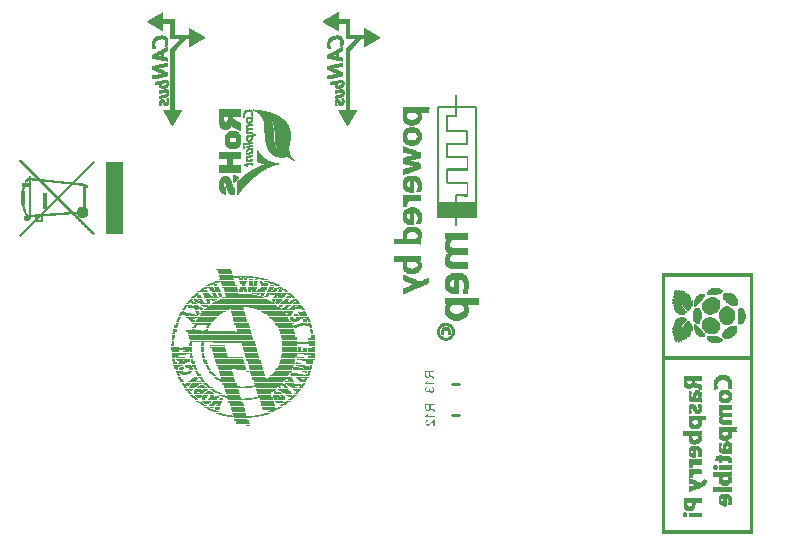
<source format=gbo>
G04*
G04 #@! TF.GenerationSoftware,Altium Limited,Altium Designer,21.8.1 (53)*
G04*
G04 Layer_Color=32896*
%FSLAX25Y25*%
%MOIN*%
G70*
G04*
G04 #@! TF.SameCoordinates,4A88703C-FF3E-4B1E-BF10-83D339521CC7*
G04*
G04*
G04 #@! TF.FilePolarity,Positive*
G04*
G01*
G75*
%ADD12C,0.01000*%
%ADD16C,0.00100*%
%ADD95C,0.00400*%
%ADD96C,0.00200*%
%ADD97C,0.00066*%
G36*
X353300Y284000D02*
Y284000D01*
X353300D01*
Y284000D01*
X353300D01*
D02*
G37*
G36*
X240937Y181799D02*
X239591D01*
Y181283D01*
X239596Y181237D01*
Y181200D01*
X239600Y181167D01*
X239605Y181144D01*
Y181126D01*
X239609Y181117D01*
Y181112D01*
X239632Y181043D01*
X239660Y180988D01*
X239674Y180965D01*
X239683Y180946D01*
X239688Y180937D01*
X239692Y180932D01*
X239715Y180895D01*
X239748Y180863D01*
X239812Y180794D01*
X239844Y180771D01*
X239872Y180748D01*
X239891Y180734D01*
X239895Y180729D01*
X239955Y180683D01*
X240020Y180637D01*
X240089Y180587D01*
X240158Y180540D01*
X240218Y180499D01*
X240264Y180467D01*
X240282Y180457D01*
X240296Y180448D01*
X240305Y180439D01*
X240310D01*
X240937Y180038D01*
Y179535D01*
X240116Y180061D01*
X240029Y180121D01*
X239950Y180181D01*
X239881Y180236D01*
X239821Y180287D01*
X239775Y180328D01*
X239738Y180361D01*
X239720Y180384D01*
X239711Y180393D01*
X239683Y180425D01*
X239655Y180467D01*
X239605Y180545D01*
X239586Y180577D01*
X239573Y180605D01*
X239563Y180623D01*
X239559Y180633D01*
X239545Y180554D01*
X239531Y180481D01*
X239512Y180411D01*
X239490Y180351D01*
X239466Y180291D01*
X239443Y180241D01*
X239420Y180190D01*
X239397Y180149D01*
X239374Y180112D01*
X239356Y180079D01*
X239333Y180052D01*
X239319Y180029D01*
X239300Y180015D01*
X239291Y180001D01*
X239282Y179992D01*
X239241Y179955D01*
X239194Y179923D01*
X239102Y179867D01*
X239015Y179831D01*
X238927Y179807D01*
X238853Y179789D01*
X238821Y179784D01*
X238793D01*
X238770Y179780D01*
X238752D01*
X238743D01*
X238738D01*
X238646Y179784D01*
X238563Y179798D01*
X238485Y179821D01*
X238415Y179844D01*
X238360Y179867D01*
X238318Y179890D01*
X238291Y179904D01*
X238282Y179909D01*
X238208Y179959D01*
X238148Y180015D01*
X238097Y180070D01*
X238060Y180125D01*
X238028Y180172D01*
X238005Y180209D01*
X237996Y180236D01*
X237991Y180241D01*
Y180245D01*
X237977Y180287D01*
X237964Y180333D01*
X237945Y180430D01*
X237927Y180531D01*
X237917Y180628D01*
X237913Y180720D01*
Y180757D01*
X237908Y180794D01*
Y182200D01*
X240937D01*
Y181799D01*
D02*
G37*
G36*
X238992Y178955D02*
X238959Y178885D01*
X238932Y178821D01*
X238899Y178761D01*
X238872Y178710D01*
X238849Y178669D01*
X238830Y178641D01*
X238826Y178637D01*
Y178632D01*
X238779Y178553D01*
X238729Y178484D01*
X238687Y178424D01*
X238646Y178374D01*
X238614Y178332D01*
X238591Y178300D01*
X238572Y178281D01*
X238567Y178277D01*
X240937D01*
Y177903D01*
X237894D01*
Y178148D01*
X237968Y178189D01*
X238042Y178240D01*
X238111Y178295D01*
X238176Y178351D01*
X238226Y178401D01*
X238268Y178443D01*
X238296Y178471D01*
X238300Y178475D01*
X238305Y178480D01*
X238379Y178567D01*
X238448Y178659D01*
X238508Y178752D01*
X238558Y178835D01*
X238600Y178909D01*
X238614Y178941D01*
X238627Y178968D01*
X238641Y178987D01*
X238650Y179005D01*
X238655Y179015D01*
Y179019D01*
X239019D01*
X238992Y178955D01*
D02*
G37*
G36*
X240937Y174999D02*
X240582D01*
Y176488D01*
X240508Y176437D01*
X240448Y176387D01*
X240421Y176364D01*
X240402Y176345D01*
X240388Y176336D01*
X240384Y176331D01*
X240361Y176308D01*
X240338Y176285D01*
X240282Y176225D01*
X240218Y176152D01*
X240153Y176083D01*
X240093Y176013D01*
X240047Y175958D01*
X240029Y175935D01*
X240015Y175917D01*
X240006Y175907D01*
X240001Y175903D01*
X239937Y175829D01*
X239881Y175764D01*
X239826Y175700D01*
X239775Y175645D01*
X239725Y175594D01*
X239683Y175548D01*
X239642Y175502D01*
X239605Y175465D01*
X239573Y175433D01*
X239545Y175405D01*
X239503Y175363D01*
X239476Y175340D01*
X239466Y175331D01*
X239393Y175271D01*
X239328Y175216D01*
X239264Y175174D01*
X239208Y175142D01*
X239162Y175114D01*
X239130Y175096D01*
X239107Y175087D01*
X239098Y175082D01*
X239033Y175055D01*
X238969Y175036D01*
X238909Y175022D01*
X238853Y175013D01*
X238807Y175008D01*
X238770Y175004D01*
X238747D01*
X238738D01*
X238673Y175008D01*
X238609Y175013D01*
X238494Y175045D01*
X238392Y175087D01*
X238305Y175133D01*
X238236Y175179D01*
X238208Y175202D01*
X238180Y175221D01*
X238162Y175239D01*
X238148Y175253D01*
X238143Y175257D01*
X238139Y175262D01*
X238097Y175313D01*
X238056Y175363D01*
X238023Y175419D01*
X237996Y175479D01*
X237954Y175594D01*
X237927Y175705D01*
X237913Y175755D01*
X237908Y175801D01*
X237904Y175843D01*
X237899Y175880D01*
X237894Y175912D01*
Y175953D01*
X237899Y176032D01*
X237904Y176106D01*
X237931Y176244D01*
X237945Y176304D01*
X237964Y176364D01*
X237987Y176415D01*
X238005Y176461D01*
X238028Y176502D01*
X238047Y176539D01*
X238070Y176571D01*
X238083Y176599D01*
X238097Y176617D01*
X238111Y176631D01*
X238116Y176640D01*
X238120Y176645D01*
X238166Y176691D01*
X238212Y176728D01*
X238318Y176797D01*
X238425Y176848D01*
X238531Y176885D01*
X238623Y176912D01*
X238664Y176917D01*
X238701Y176926D01*
X238729Y176931D01*
X238752Y176935D01*
X238766D01*
X238770D01*
X238812Y176553D01*
X238710Y176543D01*
X238623Y176525D01*
X238549Y176502D01*
X238485Y176470D01*
X238434Y176442D01*
X238397Y176415D01*
X238379Y176396D01*
X238369Y176391D01*
X238314Y176327D01*
X238272Y176258D01*
X238245Y176184D01*
X238222Y176115D01*
X238212Y176055D01*
X238208Y176009D01*
X238203Y175990D01*
Y175963D01*
X238208Y175871D01*
X238226Y175787D01*
X238249Y175718D01*
X238277Y175658D01*
X238309Y175612D01*
X238332Y175575D01*
X238351Y175557D01*
X238355Y175548D01*
X238415Y175493D01*
X238480Y175456D01*
X238540Y175428D01*
X238600Y175405D01*
X238650Y175396D01*
X238692Y175391D01*
X238720Y175386D01*
X238724D01*
X238729D01*
X238807Y175396D01*
X238890Y175414D01*
X238964Y175442D01*
X239033Y175474D01*
X239093Y175506D01*
X239139Y175534D01*
X239158Y175543D01*
X239171Y175552D01*
X239176Y175562D01*
X239181D01*
X239227Y175599D01*
X239277Y175640D01*
X239328Y175686D01*
X239379Y175741D01*
X239485Y175852D01*
X239591Y175963D01*
X239679Y176064D01*
X239720Y176110D01*
X239752Y176152D01*
X239785Y176184D01*
X239803Y176207D01*
X239817Y176225D01*
X239821Y176230D01*
X239918Y176341D01*
X240006Y176442D01*
X240084Y176525D01*
X240149Y176594D01*
X240204Y176650D01*
X240246Y176686D01*
X240273Y176709D01*
X240278Y176719D01*
X240282D01*
X240356Y176779D01*
X240425Y176825D01*
X240494Y176871D01*
X240554Y176903D01*
X240610Y176931D01*
X240647Y176949D01*
X240674Y176958D01*
X240679Y176963D01*
X240684D01*
X240730Y176977D01*
X240776Y176991D01*
X240817Y176995D01*
X240854Y177000D01*
X240886Y177005D01*
X240914D01*
X240932D01*
X240937D01*
Y174999D01*
D02*
G37*
G36*
X240831Y192799D02*
X239485D01*
Y192283D01*
X239489Y192236D01*
Y192200D01*
X239494Y192167D01*
X239498Y192144D01*
Y192126D01*
X239503Y192117D01*
Y192112D01*
X239526Y192043D01*
X239554Y191988D01*
X239568Y191964D01*
X239577Y191946D01*
X239581Y191937D01*
X239586Y191932D01*
X239609Y191895D01*
X239641Y191863D01*
X239706Y191794D01*
X239738Y191771D01*
X239766Y191748D01*
X239784Y191734D01*
X239789Y191729D01*
X239849Y191683D01*
X239913Y191637D01*
X239983Y191586D01*
X240052Y191540D01*
X240111Y191499D01*
X240158Y191467D01*
X240176Y191457D01*
X240190Y191448D01*
X240199Y191439D01*
X240204D01*
X240831Y191038D01*
Y190535D01*
X240010Y191061D01*
X239922Y191121D01*
X239844Y191181D01*
X239775Y191236D01*
X239715Y191287D01*
X239669Y191328D01*
X239632Y191361D01*
X239614Y191384D01*
X239604Y191393D01*
X239577Y191425D01*
X239549Y191467D01*
X239498Y191545D01*
X239480Y191577D01*
X239466Y191605D01*
X239457Y191623D01*
X239452Y191633D01*
X239439Y191554D01*
X239425Y191481D01*
X239406Y191411D01*
X239383Y191351D01*
X239360Y191291D01*
X239337Y191241D01*
X239314Y191190D01*
X239291Y191149D01*
X239268Y191112D01*
X239249Y191079D01*
X239226Y191052D01*
X239213Y191029D01*
X239194Y191015D01*
X239185Y191001D01*
X239176Y190992D01*
X239134Y190955D01*
X239088Y190923D01*
X238996Y190867D01*
X238908Y190831D01*
X238821Y190807D01*
X238747Y190789D01*
X238715Y190784D01*
X238687D01*
X238664Y190780D01*
X238646D01*
X238636D01*
X238632D01*
X238540Y190784D01*
X238457Y190798D01*
X238378Y190821D01*
X238309Y190844D01*
X238254Y190867D01*
X238212Y190890D01*
X238185Y190904D01*
X238175Y190909D01*
X238102Y190960D01*
X238042Y191015D01*
X237991Y191070D01*
X237954Y191126D01*
X237922Y191172D01*
X237899Y191209D01*
X237890Y191236D01*
X237885Y191241D01*
Y191245D01*
X237871Y191287D01*
X237857Y191333D01*
X237839Y191430D01*
X237820Y191531D01*
X237811Y191628D01*
X237807Y191720D01*
Y191757D01*
X237802Y191794D01*
Y193200D01*
X240831D01*
Y192799D01*
D02*
G37*
G36*
X238885Y189955D02*
X238853Y189885D01*
X238825Y189821D01*
X238793Y189761D01*
X238765Y189710D01*
X238742Y189669D01*
X238724Y189641D01*
X238719Y189637D01*
Y189632D01*
X238673Y189553D01*
X238622Y189484D01*
X238581Y189424D01*
X238540Y189374D01*
X238507Y189332D01*
X238484Y189300D01*
X238466Y189281D01*
X238461Y189277D01*
X240831D01*
Y188903D01*
X237788D01*
Y189148D01*
X237862Y189189D01*
X237936Y189240D01*
X238005Y189295D01*
X238069Y189351D01*
X238120Y189401D01*
X238161Y189443D01*
X238189Y189471D01*
X238194Y189475D01*
X238198Y189480D01*
X238272Y189567D01*
X238341Y189660D01*
X238401Y189752D01*
X238452Y189835D01*
X238493Y189909D01*
X238507Y189941D01*
X238521Y189968D01*
X238535Y189987D01*
X238544Y190005D01*
X238549Y190015D01*
Y190019D01*
X238913D01*
X238885Y189955D01*
D02*
G37*
G36*
X240098Y187940D02*
X240162Y187926D01*
X240282Y187885D01*
X240388Y187839D01*
X240480Y187783D01*
X240517Y187760D01*
X240549Y187733D01*
X240577Y187709D01*
X240605Y187691D01*
X240623Y187673D01*
X240637Y187659D01*
X240642Y187654D01*
X240646Y187650D01*
X240688Y187599D01*
X240725Y187543D01*
X240757Y187493D01*
X240780Y187437D01*
X240826Y187327D01*
X240854Y187221D01*
X240863Y187175D01*
X240868Y187129D01*
X240872Y187092D01*
X240877Y187055D01*
X240881Y187027D01*
Y186990D01*
X240877Y186912D01*
X240868Y186834D01*
X240858Y186760D01*
X240840Y186691D01*
X240817Y186626D01*
X240794Y186566D01*
X240771Y186511D01*
X240743Y186460D01*
X240720Y186419D01*
X240697Y186377D01*
X240674Y186340D01*
X240651Y186313D01*
X240633Y186290D01*
X240623Y186276D01*
X240614Y186267D01*
X240609Y186262D01*
X240554Y186211D01*
X240499Y186165D01*
X240443Y186128D01*
X240388Y186096D01*
X240333Y186064D01*
X240273Y186041D01*
X240167Y186008D01*
X240121Y185995D01*
X240075Y185985D01*
X240038Y185981D01*
X240001Y185976D01*
X239973Y185971D01*
X239955D01*
X239941D01*
X239936D01*
X239830Y185976D01*
X239734Y185995D01*
X239651Y186018D01*
X239581Y186045D01*
X239526Y186077D01*
X239485Y186101D01*
X239457Y186119D01*
X239448Y186124D01*
X239379Y186184D01*
X239323Y186253D01*
X239277Y186322D01*
X239245Y186386D01*
X239217Y186446D01*
X239203Y186493D01*
X239194Y186511D01*
Y186525D01*
X239190Y186534D01*
Y186539D01*
X239153Y186465D01*
X239107Y186400D01*
X239065Y186349D01*
X239024Y186303D01*
X238987Y186271D01*
X238959Y186243D01*
X238941Y186230D01*
X238931Y186225D01*
X238872Y186188D01*
X238807Y186165D01*
X238747Y186147D01*
X238692Y186133D01*
X238646Y186124D01*
X238609Y186119D01*
X238586D01*
X238576D01*
X238498Y186124D01*
X238429Y186137D01*
X238364Y186156D01*
X238304Y186174D01*
X238258Y186193D01*
X238222Y186211D01*
X238198Y186225D01*
X238189Y186230D01*
X238125Y186276D01*
X238065Y186327D01*
X238014Y186382D01*
X237972Y186433D01*
X237940Y186479D01*
X237917Y186515D01*
X237903Y186543D01*
X237899Y186548D01*
Y186552D01*
X237862Y186631D01*
X237834Y186709D01*
X237816Y186787D01*
X237802Y186857D01*
X237793Y186917D01*
X237788Y186963D01*
Y187069D01*
X237797Y187133D01*
X237820Y187249D01*
X237853Y187355D01*
X237890Y187442D01*
X237931Y187511D01*
X237949Y187539D01*
X237963Y187562D01*
X237977Y187585D01*
X237986Y187599D01*
X237991Y187603D01*
X237996Y187608D01*
X238078Y187691D01*
X238171Y187756D01*
X238267Y187811D01*
X238360Y187848D01*
X238443Y187880D01*
X238480Y187889D01*
X238512Y187899D01*
X238535Y187903D01*
X238553Y187908D01*
X238567Y187912D01*
X238572D01*
X238636Y187539D01*
X238540Y187521D01*
X238457Y187493D01*
X238387Y187465D01*
X238332Y187433D01*
X238286Y187405D01*
X238254Y187382D01*
X238235Y187364D01*
X238231Y187359D01*
X238185Y187299D01*
X238152Y187239D01*
X238125Y187179D01*
X238111Y187119D01*
X238102Y187073D01*
X238092Y187032D01*
Y186995D01*
X238097Y186917D01*
X238115Y186847D01*
X238134Y186787D01*
X238161Y186737D01*
X238185Y186695D01*
X238208Y186663D01*
X238226Y186645D01*
X238231Y186640D01*
X238281Y186594D01*
X238341Y186562D01*
X238397Y186534D01*
X238447Y186520D01*
X238498Y186511D01*
X238535Y186502D01*
X238558D01*
X238563D01*
X238567D01*
X238659Y186511D01*
X238738Y186534D01*
X238802Y186562D01*
X238853Y186599D01*
X238895Y186635D01*
X238927Y186663D01*
X238945Y186686D01*
X238950Y186695D01*
X238991Y186769D01*
X239019Y186843D01*
X239042Y186912D01*
X239056Y186977D01*
X239065Y187036D01*
X239070Y187078D01*
Y187138D01*
X239065Y187156D01*
Y187179D01*
X239392Y187221D01*
X239379Y187165D01*
X239369Y187115D01*
X239365Y187069D01*
X239360Y187032D01*
X239355Y186999D01*
Y186958D01*
X239365Y186866D01*
X239383Y186787D01*
X239406Y186714D01*
X239439Y186654D01*
X239471Y186603D01*
X239494Y186566D01*
X239512Y186548D01*
X239522Y186539D01*
X239586Y186483D01*
X239655Y186442D01*
X239729Y186409D01*
X239793Y186391D01*
X239853Y186377D01*
X239899Y186373D01*
X239918Y186368D01*
X239932D01*
X239936D01*
X239941D01*
X240038Y186377D01*
X240125Y186396D01*
X240204Y186423D01*
X240268Y186456D01*
X240324Y186493D01*
X240360Y186520D01*
X240384Y186539D01*
X240393Y186548D01*
X240453Y186617D01*
X240499Y186691D01*
X240527Y186764D01*
X240549Y186838D01*
X240563Y186898D01*
X240568Y186944D01*
X240573Y186963D01*
Y186990D01*
X240568Y187069D01*
X240549Y187143D01*
X240527Y187207D01*
X240503Y187258D01*
X240476Y187304D01*
X240457Y187336D01*
X240439Y187355D01*
X240434Y187364D01*
X240374Y187415D01*
X240305Y187460D01*
X240227Y187497D01*
X240153Y187525D01*
X240084Y187548D01*
X240029Y187562D01*
X240010Y187571D01*
X239992D01*
X239983Y187576D01*
X239978D01*
X240029Y187949D01*
X240098Y187940D01*
D02*
G37*
%LPC*%
G36*
X239245Y181799D02*
X238245D01*
Y180845D01*
X238249Y180725D01*
X238268Y180623D01*
X238286Y180540D01*
X238314Y180471D01*
X238337Y180420D01*
X238360Y180379D01*
X238379Y180361D01*
X238383Y180351D01*
X238438Y180301D01*
X238498Y180259D01*
X238558Y180231D01*
X238614Y180213D01*
X238664Y180204D01*
X238701Y180195D01*
X238729D01*
X238733D01*
X238738D01*
X238793Y180199D01*
X238844Y180209D01*
X238890Y180222D01*
X238927Y180236D01*
X238964Y180250D01*
X238987Y180264D01*
X239005Y180273D01*
X239010Y180278D01*
X239052Y180310D01*
X239088Y180347D01*
X239121Y180388D01*
X239148Y180425D01*
X239167Y180457D01*
X239181Y180485D01*
X239185Y180503D01*
X239190Y180513D01*
X239208Y180573D01*
X239222Y180642D01*
X239231Y180716D01*
X239236Y180785D01*
X239241Y180845D01*
X239245Y180895D01*
Y181799D01*
D02*
G37*
G36*
X239139Y192799D02*
X238139D01*
Y191845D01*
X238143Y191725D01*
X238161Y191623D01*
X238180Y191540D01*
X238208Y191471D01*
X238231Y191420D01*
X238254Y191379D01*
X238272Y191361D01*
X238277Y191351D01*
X238332Y191301D01*
X238392Y191259D01*
X238452Y191232D01*
X238507Y191213D01*
X238558Y191204D01*
X238595Y191195D01*
X238622D01*
X238627D01*
X238632D01*
X238687Y191199D01*
X238738Y191209D01*
X238784Y191222D01*
X238821Y191236D01*
X238858Y191250D01*
X238881Y191264D01*
X238899Y191273D01*
X238904Y191278D01*
X238945Y191310D01*
X238982Y191347D01*
X239014Y191388D01*
X239042Y191425D01*
X239060Y191457D01*
X239074Y191485D01*
X239079Y191504D01*
X239084Y191513D01*
X239102Y191573D01*
X239116Y191642D01*
X239125Y191716D01*
X239130Y191785D01*
X239134Y191845D01*
X239139Y191895D01*
Y192799D01*
D02*
G37*
%LPD*%
D12*
X246795Y178502D02*
X249079D01*
X246689Y189002D02*
X248972D01*
D16*
X222500Y304400D02*
Y304500D01*
X222400Y304300D02*
Y304600D01*
X222300Y304300D02*
Y304600D01*
X222200Y304200D02*
Y304700D01*
X222100Y304200D02*
Y304800D01*
X222000Y304100D02*
Y304800D01*
X221900Y304100D02*
Y304900D01*
X221800Y304000D02*
Y304900D01*
X221700Y303900D02*
Y305000D01*
X221600Y303900D02*
Y305000D01*
X221500Y303800D02*
Y305100D01*
X221400Y303800D02*
Y305200D01*
X221300Y303700D02*
Y305200D01*
X221200Y303700D02*
Y305300D01*
X221100Y303600D02*
Y305300D01*
X221000Y303500D02*
Y305400D01*
X220900Y303500D02*
Y305400D01*
X220800Y303400D02*
Y305500D01*
X220700Y303400D02*
Y305600D01*
X220600Y303300D02*
Y305600D01*
X220500Y303300D02*
Y305700D01*
X220400Y303200D02*
Y305700D01*
X220300Y303100D02*
Y305800D01*
X220200Y303100D02*
Y305800D01*
X220100Y303000D02*
Y305900D01*
X220000Y303000D02*
Y306000D01*
X219900Y302900D02*
Y306000D01*
X219800Y302800D02*
Y306100D01*
X219700Y302800D02*
Y306100D01*
X219600Y302700D02*
Y306200D01*
X219500Y302700D02*
Y306300D01*
X219400Y302600D02*
Y306300D01*
X219300Y302600D02*
Y306400D01*
X219200Y302500D02*
Y306400D01*
X219100Y302400D02*
Y306500D01*
X219000Y302400D02*
Y306500D01*
X218900Y302300D02*
Y306600D01*
X218800Y302300D02*
Y306700D01*
X218700Y302200D02*
Y306700D01*
X218600Y302200D02*
Y306800D01*
X218500Y302100D02*
Y306800D01*
X218400Y302000D02*
Y306900D01*
X218300Y302000D02*
Y306900D01*
X218200Y301900D02*
Y307000D01*
X218100Y301900D02*
Y307100D01*
X218000Y301800D02*
Y307100D01*
X217900Y301800D02*
Y307200D01*
X217800Y301700D02*
Y307200D01*
X217700Y301600D02*
Y307300D01*
X217600Y301600D02*
Y307400D01*
X217500Y301500D02*
Y307400D01*
X217400Y304100D02*
Y305200D01*
X217300Y304100D02*
Y305200D01*
X217200Y304100D02*
Y305200D01*
X217100Y304100D02*
Y305200D01*
X217000Y304100D02*
Y305200D01*
X216900Y304100D02*
Y305200D01*
X216800Y304100D02*
Y305200D01*
X216700Y304100D02*
Y305200D01*
X216600Y304100D02*
Y305200D01*
X216500Y304100D02*
Y305200D01*
X216400Y304100D02*
Y305200D01*
X216300Y304100D02*
Y305200D01*
X216200Y304100D02*
Y305200D01*
X216100Y304000D02*
Y305200D01*
X216000Y303900D02*
Y305200D01*
X215900Y303700D02*
Y305200D01*
X215800Y303600D02*
Y305200D01*
X215700Y303500D02*
Y305200D01*
X215600Y303400D02*
Y305200D01*
X215500Y303300D02*
Y305200D01*
X215400Y303200D02*
Y305200D01*
X215300Y303100D02*
Y305200D01*
X215200Y303000D02*
Y305200D01*
X215100Y302900D02*
Y305200D01*
X215000Y302800D02*
Y305200D01*
X214900Y302700D02*
Y305200D01*
X214800Y302600D02*
Y305200D01*
X214700Y280000D02*
Y280200D01*
Y302500D02*
Y305200D01*
X214600Y279900D02*
Y280200D01*
Y302400D02*
Y304000D01*
Y304100D02*
Y305200D01*
X214500Y279700D02*
Y280200D01*
Y302300D02*
Y303900D01*
Y304100D02*
Y305200D01*
X214400Y279500D02*
Y280200D01*
Y302100D02*
Y303800D01*
Y304100D02*
Y305200D01*
X214300Y279300D02*
Y280200D01*
Y302000D02*
Y303700D01*
Y304100D02*
Y305200D01*
X214200Y279200D02*
Y280200D01*
Y301900D02*
Y303600D01*
Y304100D02*
Y305200D01*
X214100Y279000D02*
Y280200D01*
Y301800D02*
Y303500D01*
Y304100D02*
Y305200D01*
X214000Y278800D02*
Y280200D01*
Y301700D02*
Y303400D01*
Y304100D02*
Y305200D01*
X213900Y278700D02*
Y280200D01*
Y301600D02*
Y303300D01*
Y304100D02*
Y305200D01*
X213800Y278500D02*
Y280200D01*
Y301500D02*
Y303100D01*
Y304100D02*
Y305200D01*
X213700Y278300D02*
Y280200D01*
Y301400D02*
Y303000D01*
Y304100D02*
Y305200D01*
X213600Y278100D02*
Y280200D01*
Y301300D02*
Y302900D01*
Y304100D02*
Y305200D01*
X213500Y278000D02*
Y280200D01*
Y301200D02*
Y302800D01*
Y304100D02*
Y305200D01*
X213400Y277800D02*
Y280200D01*
Y301100D02*
Y302700D01*
Y304100D02*
Y305200D01*
X213300Y277600D02*
Y280200D01*
Y301000D02*
Y302600D01*
Y304100D02*
Y305200D01*
X213200Y277400D02*
Y280200D01*
Y300900D02*
Y302500D01*
Y304100D02*
Y305200D01*
X213100Y277300D02*
Y280200D01*
Y300800D02*
Y302400D01*
Y304100D02*
Y305200D01*
X213000Y277100D02*
Y280200D01*
Y300600D02*
Y302300D01*
Y304100D02*
Y305200D01*
X212900Y276900D02*
Y280200D01*
Y300500D02*
Y302200D01*
Y304100D02*
Y305200D01*
X212800Y276800D02*
Y280200D01*
Y300400D02*
Y302100D01*
Y304100D02*
Y305200D01*
X212700Y276600D02*
Y280200D01*
Y300300D02*
Y302000D01*
Y304100D02*
Y305200D01*
X212600Y276400D02*
Y280200D01*
Y300200D02*
Y301900D01*
Y304100D02*
Y305200D01*
X212500Y276200D02*
Y301800D01*
Y304100D02*
Y310400D01*
X212400Y276100D02*
Y301700D01*
Y304100D02*
Y310400D01*
X212300Y275900D02*
Y301500D01*
Y304100D02*
Y310400D01*
X212200Y275700D02*
Y301400D01*
Y304100D02*
Y310400D01*
X212100Y275500D02*
Y301300D01*
Y304100D02*
Y310400D01*
X212000Y275400D02*
Y301200D01*
Y304100D02*
Y310400D01*
X211900Y275200D02*
Y301100D01*
Y304100D02*
Y310400D01*
X211800Y275100D02*
Y301000D01*
Y304100D02*
Y310400D01*
X211700Y275200D02*
Y300900D01*
Y304100D02*
Y310400D01*
X211600Y275400D02*
Y300800D01*
Y304100D02*
Y310400D01*
X211500Y275600D02*
Y300700D01*
Y304100D02*
Y310400D01*
X211400Y275800D02*
Y300600D01*
Y304100D02*
Y310400D01*
X211300Y275900D02*
Y300500D01*
Y304100D02*
Y310400D01*
X211200Y276100D02*
Y280200D01*
Y309200D02*
Y310400D01*
X211100Y276300D02*
Y280200D01*
Y309100D02*
Y310400D01*
X211000Y276500D02*
Y280200D01*
Y309100D02*
Y310400D01*
X210900Y276600D02*
Y280200D01*
Y309100D02*
Y310400D01*
X210800Y276800D02*
Y280200D01*
Y309100D02*
Y310400D01*
X210700Y277000D02*
Y280200D01*
Y309100D02*
Y310400D01*
X210600Y277100D02*
Y280200D01*
Y282800D02*
Y283600D01*
Y285600D02*
Y286400D01*
Y288900D02*
Y289500D01*
Y309100D02*
Y310400D01*
X210500Y277300D02*
Y280200D01*
Y282500D02*
Y284000D01*
Y285300D02*
Y286700D01*
Y288600D02*
Y289800D01*
Y309100D02*
Y310400D01*
X210400Y277500D02*
Y280200D01*
Y282300D02*
Y284100D01*
Y285100D02*
Y286800D01*
Y288400D02*
Y289900D01*
Y309100D02*
Y310400D01*
X210300Y277700D02*
Y280200D01*
Y282200D02*
Y284100D01*
Y285000D02*
Y286900D01*
Y288300D02*
Y290000D01*
Y302300D02*
Y303500D01*
Y309100D02*
Y310400D01*
X210200Y277800D02*
Y280200D01*
Y282100D02*
Y284100D01*
Y284900D02*
Y287000D01*
Y288100D02*
Y290100D01*
Y291700D02*
Y292700D01*
Y294900D02*
Y295900D01*
Y296600D02*
Y297600D01*
Y300200D02*
Y301300D01*
Y301900D02*
Y303900D01*
Y309100D02*
Y310400D01*
X210100Y278000D02*
Y280200D01*
Y282000D02*
Y284100D01*
Y284800D02*
Y287100D01*
Y288000D02*
Y290200D01*
Y291700D02*
Y292700D01*
Y294900D02*
Y295900D01*
Y296600D02*
Y297600D01*
Y300200D02*
Y301300D01*
Y301700D02*
Y304100D01*
Y309100D02*
Y310400D01*
X210000Y278200D02*
Y280200D01*
Y281900D02*
Y284100D01*
Y284800D02*
Y287100D01*
Y288000D02*
Y290200D01*
Y291700D02*
Y292800D01*
Y294900D02*
Y295900D01*
Y296700D02*
Y297600D01*
Y300100D02*
Y301200D01*
Y301700D02*
Y304300D01*
Y309100D02*
Y310400D01*
X209900Y278400D02*
Y280200D01*
Y281900D02*
Y282700D01*
Y283800D02*
Y284000D01*
Y284700D02*
Y285600D01*
Y286300D02*
Y287100D01*
Y287900D02*
Y288900D01*
Y289400D02*
Y290200D01*
Y291600D02*
Y292800D01*
Y294900D02*
Y295900D01*
Y296700D02*
Y297700D01*
Y300100D02*
Y301100D01*
Y301600D02*
Y304400D01*
Y309100D02*
Y310400D01*
X209800Y278500D02*
Y280200D01*
Y281900D02*
Y282600D01*
Y284700D02*
Y285500D01*
Y286300D02*
Y287100D01*
Y287800D02*
Y288700D01*
Y289400D02*
Y290200D01*
Y291600D02*
Y292800D01*
Y294900D02*
Y295800D01*
Y296700D02*
Y297700D01*
Y300000D02*
Y301100D01*
Y301600D02*
Y304500D01*
Y309100D02*
Y310400D01*
X209700Y278700D02*
Y280200D01*
Y281900D02*
Y282600D01*
Y284600D02*
Y285400D01*
Y286400D02*
Y287100D01*
Y287800D02*
Y288600D01*
Y289500D02*
Y290200D01*
Y291600D02*
Y292900D01*
Y294800D02*
Y295800D01*
Y296700D02*
Y297700D01*
Y300000D02*
Y301000D01*
Y301600D02*
Y304600D01*
Y309100D02*
Y310400D01*
X209600Y278900D02*
Y280200D01*
Y281900D02*
Y282600D01*
Y284600D02*
Y285400D01*
Y286400D02*
Y287100D01*
Y287700D02*
Y288600D01*
Y289500D02*
Y290200D01*
Y291600D02*
Y292900D01*
Y294800D02*
Y295800D01*
Y296700D02*
Y297700D01*
Y299900D02*
Y301000D01*
Y301600D02*
Y304700D01*
Y309100D02*
Y310400D01*
X209500Y279000D02*
Y280200D01*
Y281900D02*
Y282700D01*
Y284600D02*
Y285400D01*
Y286300D02*
Y287100D01*
Y287700D02*
Y288500D01*
Y289500D02*
Y290200D01*
Y291600D02*
Y293000D01*
Y294800D02*
Y295800D01*
Y296800D02*
Y297700D01*
Y299900D02*
Y300900D01*
Y301600D02*
Y302500D01*
Y303000D02*
Y304800D01*
Y309100D02*
Y310400D01*
X209400Y279200D02*
Y280200D01*
Y281900D02*
Y282800D01*
Y284600D02*
Y285300D01*
Y286300D02*
Y287100D01*
Y287600D02*
Y288400D01*
Y289400D02*
Y290200D01*
Y291500D02*
Y293000D01*
Y294800D02*
Y295800D01*
Y296800D02*
Y297800D01*
Y299800D02*
Y300900D01*
Y301500D02*
Y301900D01*
Y303500D02*
Y304800D01*
Y309100D02*
Y310400D01*
X209300Y279400D02*
Y280200D01*
Y281900D02*
Y283100D01*
Y284500D02*
Y285300D01*
Y286300D02*
Y287100D01*
Y287600D02*
Y288400D01*
Y289400D02*
Y290200D01*
Y291500D02*
Y293100D01*
Y294800D02*
Y295700D01*
Y296800D02*
Y297800D01*
Y299800D02*
Y300800D01*
Y303700D02*
Y304900D01*
Y309100D02*
Y310400D01*
X209200Y279600D02*
Y280200D01*
Y281900D02*
Y283400D01*
Y284500D02*
Y285300D01*
Y286300D02*
Y287100D01*
Y287600D02*
Y288400D01*
Y289400D02*
Y290200D01*
Y291500D02*
Y293100D01*
Y294700D02*
Y295700D01*
Y296800D02*
Y297800D01*
Y299700D02*
Y300800D01*
Y303800D02*
Y304900D01*
Y309100D02*
Y310400D01*
X209100Y279700D02*
Y280200D01*
Y282000D02*
Y283500D01*
Y284500D02*
Y285300D01*
Y286300D02*
Y287000D01*
Y287600D02*
Y288300D01*
Y289400D02*
Y290200D01*
Y291500D02*
Y293200D01*
Y294700D02*
Y295700D01*
Y296800D02*
Y297800D01*
Y299600D02*
Y300700D01*
Y303900D02*
Y305000D01*
Y309100D02*
Y310400D01*
X209000Y279900D02*
Y280200D01*
Y282100D02*
Y283600D01*
Y284500D02*
Y285300D01*
Y286200D02*
Y287000D01*
Y287500D02*
Y288300D01*
Y289400D02*
Y290100D01*
Y291500D02*
Y293200D01*
Y294700D02*
Y295700D01*
Y296900D02*
Y297800D01*
Y299600D02*
Y300600D01*
Y303900D02*
Y305000D01*
Y309100D02*
Y310400D01*
X208900Y280100D02*
Y280200D01*
Y282300D02*
Y283700D01*
Y284500D02*
Y285200D01*
Y286200D02*
Y287000D01*
Y287500D02*
Y288300D01*
Y289300D02*
Y290100D01*
Y291400D02*
Y293300D01*
Y294700D02*
Y295600D01*
Y296900D02*
Y300600D01*
Y304000D02*
Y305000D01*
Y309100D02*
Y310400D01*
X208800Y282500D02*
Y283800D01*
Y284400D02*
Y285200D01*
Y286200D02*
Y287000D01*
Y287500D02*
Y288300D01*
Y289300D02*
Y290100D01*
Y291400D02*
Y293300D01*
Y294700D02*
Y295600D01*
Y296900D02*
Y300500D01*
Y304000D02*
Y305000D01*
Y309100D02*
Y310400D01*
X208700Y282800D02*
Y283800D01*
Y284400D02*
Y285200D01*
Y286200D02*
Y287000D01*
Y287500D02*
Y288300D01*
Y289300D02*
Y290100D01*
Y291400D02*
Y292300D01*
Y292400D02*
Y293400D01*
Y294600D02*
Y295600D01*
Y296900D02*
Y300500D01*
Y304000D02*
Y305000D01*
Y309200D02*
Y310400D01*
X208600Y283000D02*
Y283800D01*
Y284400D02*
Y285200D01*
Y286200D02*
Y286900D01*
Y287500D02*
Y288300D01*
Y289300D02*
Y290100D01*
Y291400D02*
Y292300D01*
Y292400D02*
Y293400D01*
Y294600D02*
Y295600D01*
Y296900D02*
Y300400D01*
Y304100D02*
Y305100D01*
Y306900D02*
Y312700D01*
X208500Y283000D02*
Y283800D01*
Y284400D02*
Y285200D01*
Y286100D02*
Y286900D01*
Y287500D02*
Y288300D01*
Y289200D02*
Y290000D01*
Y291300D02*
Y292300D01*
Y292400D02*
Y293400D01*
Y294600D02*
Y295600D01*
Y297000D02*
Y300400D01*
Y304100D02*
Y305100D01*
Y306900D02*
Y312700D01*
X208400Y283000D02*
Y283800D01*
Y284400D02*
Y285100D01*
Y286100D02*
Y286900D01*
Y287500D02*
Y288300D01*
Y289100D02*
Y290000D01*
Y291300D02*
Y292300D01*
Y292500D02*
Y293500D01*
Y294600D02*
Y295500D01*
Y297000D02*
Y300300D01*
Y304100D02*
Y305100D01*
Y307000D02*
Y312600D01*
X208300Y281800D02*
Y281900D01*
Y283000D02*
Y283800D01*
Y284300D02*
Y285100D01*
Y286100D02*
Y286900D01*
Y287500D02*
Y288400D01*
Y289000D02*
Y290000D01*
Y291300D02*
Y292300D01*
Y292500D02*
Y293500D01*
Y294500D02*
Y295500D01*
Y297000D02*
Y300300D01*
Y304100D02*
Y305100D01*
Y307000D02*
Y312600D01*
X208200Y281700D02*
Y282200D01*
Y282900D02*
Y283800D01*
Y284300D02*
Y285100D01*
Y286100D02*
Y286800D01*
Y287600D02*
Y288500D01*
Y288900D02*
Y290000D01*
Y291300D02*
Y292200D01*
Y292600D02*
Y293600D01*
Y294500D02*
Y295500D01*
Y297000D02*
Y300200D01*
Y304100D02*
Y305100D01*
Y307100D02*
Y312500D01*
X208100Y281700D02*
Y283700D01*
Y284300D02*
Y285100D01*
Y286100D02*
Y286800D01*
Y287600D02*
Y289900D01*
Y291300D02*
Y292200D01*
Y292600D02*
Y293600D01*
Y294500D02*
Y295500D01*
Y297000D02*
Y298000D01*
Y299100D02*
Y300100D01*
Y304100D02*
Y305100D01*
Y307100D02*
Y312400D01*
X208000Y281700D02*
Y283700D01*
Y284300D02*
Y285000D01*
Y286000D02*
Y286800D01*
Y287600D02*
Y289900D01*
Y291200D02*
Y292200D01*
Y292700D02*
Y293700D01*
Y294500D02*
Y295500D01*
Y297100D02*
Y298000D01*
Y299000D02*
Y300100D01*
Y304100D02*
Y305100D01*
Y307200D02*
Y312400D01*
X207900Y281700D02*
Y283600D01*
Y284300D02*
Y285000D01*
Y286000D02*
Y286800D01*
Y287700D02*
Y289900D01*
Y291200D02*
Y292200D01*
Y292700D02*
Y293700D01*
Y294500D02*
Y295400D01*
Y297100D02*
Y298000D01*
Y299000D02*
Y300000D01*
Y304100D02*
Y305000D01*
Y307300D02*
Y312300D01*
X207800Y281700D02*
Y283500D01*
Y284200D02*
Y285000D01*
Y286000D02*
Y286800D01*
Y287800D02*
Y289900D01*
Y291200D02*
Y292200D01*
Y292700D02*
Y293800D01*
Y294400D02*
Y295400D01*
Y297100D02*
Y298100D01*
Y298900D02*
Y300000D01*
Y304100D02*
Y305000D01*
Y307300D02*
Y312300D01*
X207700Y281700D02*
Y283400D01*
Y284200D02*
Y285000D01*
Y286000D02*
Y286700D01*
Y287900D02*
Y289000D01*
Y289100D02*
Y289900D01*
Y291200D02*
Y292200D01*
Y292800D02*
Y293800D01*
Y294400D02*
Y295400D01*
Y297100D02*
Y298100D01*
Y298900D02*
Y299900D01*
Y304000D02*
Y305000D01*
Y307400D02*
Y312200D01*
X207600Y282000D02*
Y283200D01*
Y284200D02*
Y284900D01*
Y286000D02*
Y286700D01*
Y288000D02*
Y288800D01*
Y289100D02*
Y289800D01*
Y291200D02*
Y292100D01*
Y292800D02*
Y293900D01*
Y294400D02*
Y295400D01*
Y297100D02*
Y298100D01*
Y298800D02*
Y299900D01*
Y304000D02*
Y305000D01*
Y307400D02*
Y312200D01*
X207500Y289100D02*
Y289800D01*
Y291100D02*
Y292100D01*
Y292900D02*
Y293900D01*
Y294400D02*
Y295400D01*
Y297200D02*
Y298100D01*
Y298800D02*
Y299800D01*
Y304000D02*
Y305000D01*
Y307500D02*
Y312100D01*
X207400Y289000D02*
Y289800D01*
Y291100D02*
Y292100D01*
Y292900D02*
Y293900D01*
Y294400D02*
Y295300D01*
Y297200D02*
Y298100D01*
Y298700D02*
Y299800D01*
Y304000D02*
Y305000D01*
Y307600D02*
Y312000D01*
X207300Y289000D02*
Y289800D01*
Y291100D02*
Y292100D01*
Y293000D02*
Y294000D01*
Y294400D02*
Y295300D01*
Y297200D02*
Y298100D01*
Y298700D02*
Y299700D01*
Y303900D02*
Y304900D01*
Y307600D02*
Y312000D01*
X207200Y289000D02*
Y289800D01*
Y291100D02*
Y292100D01*
Y293000D02*
Y294000D01*
Y294300D02*
Y295300D01*
Y297200D02*
Y298200D01*
Y298600D02*
Y299600D01*
Y303900D02*
Y304900D01*
Y307700D02*
Y311900D01*
X207100Y289000D02*
Y289700D01*
Y291100D02*
Y292000D01*
Y293100D02*
Y294100D01*
Y294300D02*
Y295300D01*
Y297200D02*
Y298200D01*
Y298600D02*
Y299600D01*
Y303900D02*
Y304900D01*
Y307700D02*
Y311900D01*
X207000Y289000D02*
Y289700D01*
Y291000D02*
Y292000D01*
Y293100D02*
Y294100D01*
Y294300D02*
Y295300D01*
Y297300D02*
Y298200D01*
Y298500D02*
Y299500D01*
Y303800D02*
Y304800D01*
Y307800D02*
Y311800D01*
X206900Y288900D02*
Y289700D01*
Y291000D02*
Y292000D01*
Y293200D02*
Y294200D01*
Y294300D02*
Y295200D01*
Y297300D02*
Y298200D01*
Y298500D02*
Y299500D01*
Y303800D02*
Y304800D01*
Y307800D02*
Y311700D01*
X206800Y288900D02*
Y289700D01*
Y291000D02*
Y292000D01*
Y293200D02*
Y294200D01*
Y294300D02*
Y295200D01*
Y297300D02*
Y298200D01*
Y298400D02*
Y299400D01*
Y303700D02*
Y304700D01*
Y307900D02*
Y311700D01*
X206700Y288900D02*
Y289700D01*
Y291000D02*
Y292000D01*
Y293200D02*
Y294200D01*
Y294300D02*
Y295200D01*
Y297300D02*
Y298200D01*
Y298400D02*
Y299400D01*
Y303600D02*
Y304700D01*
Y308000D02*
Y311600D01*
X206600Y288900D02*
Y289600D01*
Y291000D02*
Y291900D01*
Y293300D02*
Y295200D01*
Y297300D02*
Y299300D01*
Y303600D02*
Y304700D01*
Y308000D02*
Y311600D01*
X206500Y288800D02*
Y289600D01*
Y290900D02*
Y291900D01*
Y293300D02*
Y295200D01*
Y297400D02*
Y299300D01*
Y303500D02*
Y304600D01*
Y308100D02*
Y311500D01*
X206400Y288800D02*
Y289600D01*
Y290900D02*
Y291900D01*
Y293400D02*
Y295100D01*
Y297400D02*
Y299200D01*
Y303400D02*
Y304500D01*
Y308100D02*
Y311500D01*
X206300Y288800D02*
Y289600D01*
Y290900D02*
Y291900D01*
Y293400D02*
Y295100D01*
Y297400D02*
Y299100D01*
Y303300D02*
Y304500D01*
Y308200D02*
Y311400D01*
X206200Y288800D02*
Y289600D01*
Y290900D02*
Y291800D01*
Y293500D02*
Y295100D01*
Y297400D02*
Y299100D01*
Y303100D02*
Y304400D01*
Y308200D02*
Y311300D01*
X206100Y290900D02*
Y291800D01*
Y293500D02*
Y295100D01*
Y297400D02*
Y299000D01*
Y302900D02*
Y304300D01*
Y308300D02*
Y311300D01*
X206000Y290800D02*
Y291800D01*
Y293600D02*
Y295000D01*
Y297500D02*
Y299000D01*
Y301000D02*
Y301400D01*
Y302700D02*
Y304200D01*
Y308400D02*
Y311200D01*
X205900Y290800D02*
Y291800D01*
Y293600D02*
Y295000D01*
Y297500D02*
Y298900D01*
Y301000D02*
Y304200D01*
Y308400D02*
Y311200D01*
X205800Y290800D02*
Y291800D01*
Y293700D02*
Y295000D01*
Y297500D02*
Y298900D01*
Y301000D02*
Y304100D01*
Y308500D02*
Y311100D01*
X205700Y290800D02*
Y291700D01*
Y293700D02*
Y295000D01*
Y297500D02*
Y298800D01*
Y301000D02*
Y303900D01*
Y308500D02*
Y311100D01*
X205600Y290700D02*
Y291700D01*
Y293800D02*
Y295000D01*
Y297500D02*
Y298800D01*
Y301000D02*
Y303800D01*
Y308600D02*
Y311000D01*
X205500Y290700D02*
Y291700D01*
Y293800D02*
Y294900D01*
Y297600D02*
Y298700D01*
Y300900D02*
Y303700D01*
Y308600D02*
Y310900D01*
X205400Y290700D02*
Y291700D01*
Y293900D02*
Y294900D01*
Y297600D02*
Y298600D01*
Y300900D02*
Y303500D01*
Y308700D02*
Y310900D01*
X205300Y290700D02*
Y291700D01*
Y293900D02*
Y294900D01*
Y297600D02*
Y298600D01*
Y300900D02*
Y303300D01*
Y308800D02*
Y310800D01*
X205200Y290700D02*
Y291600D01*
Y294000D02*
Y294900D01*
Y297600D02*
Y298500D01*
Y301200D02*
Y303000D01*
Y308800D02*
Y310800D01*
X205100Y301800D02*
Y302500D01*
Y308900D02*
Y310700D01*
X205000Y308900D02*
Y310700D01*
X204900Y309000D02*
Y310600D01*
X204800Y309100D02*
Y310500D01*
X204700Y309100D02*
Y310500D01*
X204600Y309200D02*
Y310400D01*
X204500Y309200D02*
Y310400D01*
X204400Y309300D02*
Y310300D01*
X204300Y309300D02*
Y310200D01*
X204200Y309400D02*
Y310200D01*
X204100Y309500D02*
Y310100D01*
X204000Y309500D02*
Y310100D01*
X203900Y309600D02*
Y310000D01*
X203800Y309600D02*
Y310000D01*
X203700Y309700D02*
Y309900D01*
X203600Y309700D02*
Y309900D01*
X164100Y304400D02*
Y304500D01*
X164000Y304300D02*
Y304600D01*
X163900Y304300D02*
Y304600D01*
X163800Y304200D02*
Y304700D01*
X163700Y304200D02*
Y304800D01*
X163600Y304100D02*
Y304800D01*
X163500Y304100D02*
Y304900D01*
X163400Y304000D02*
Y304900D01*
X163300Y303900D02*
Y305000D01*
X163200Y303900D02*
Y305000D01*
X163100Y303800D02*
Y305100D01*
X163000Y303800D02*
Y305200D01*
X162900Y303700D02*
Y305200D01*
X162800Y303700D02*
Y305300D01*
X162700Y303600D02*
Y305300D01*
X162600Y303500D02*
Y305400D01*
X162500Y303500D02*
Y305400D01*
X162400Y303400D02*
Y305500D01*
X162300Y303400D02*
Y305600D01*
X162200Y303300D02*
Y305600D01*
X162100Y303300D02*
Y305700D01*
X162000Y303200D02*
Y305700D01*
X161900Y303100D02*
Y305800D01*
X161800Y303100D02*
Y305800D01*
X161700Y303000D02*
Y305900D01*
X161600Y303000D02*
Y306000D01*
X161500Y302900D02*
Y306000D01*
X161400Y302800D02*
Y306100D01*
X161300Y302800D02*
Y306100D01*
X161200Y302700D02*
Y306200D01*
X161100Y302700D02*
Y306300D01*
X161000Y302600D02*
Y306300D01*
X160900Y302600D02*
Y306400D01*
X160800Y302500D02*
Y306400D01*
X160700Y302400D02*
Y306500D01*
X160600Y302400D02*
Y306500D01*
X160500Y302300D02*
Y306600D01*
X160400Y302300D02*
Y306700D01*
X160300Y302200D02*
Y306700D01*
X160200Y302200D02*
Y306800D01*
X160100Y302100D02*
Y306800D01*
X160000Y302000D02*
Y306900D01*
X159900Y302000D02*
Y306900D01*
X159800Y301900D02*
Y307000D01*
X159700Y301900D02*
Y307100D01*
X159600Y301800D02*
Y307100D01*
X159500Y301800D02*
Y307200D01*
X159400Y301700D02*
Y307200D01*
X159300Y301600D02*
Y307300D01*
X159200Y301600D02*
Y307400D01*
X159100Y301500D02*
Y307400D01*
X159000Y304100D02*
Y305200D01*
X158900Y304100D02*
Y305200D01*
X158800Y304100D02*
Y305200D01*
X158700Y304100D02*
Y305200D01*
X158600Y304100D02*
Y305200D01*
X158500Y304100D02*
Y305200D01*
X158400Y304100D02*
Y305200D01*
X158300Y304100D02*
Y305200D01*
X158200Y304100D02*
Y305200D01*
X158100Y304100D02*
Y305200D01*
X158000Y304100D02*
Y305200D01*
X157900Y304100D02*
Y305200D01*
X157800Y304100D02*
Y305200D01*
X157700Y304000D02*
Y305200D01*
X157600Y303900D02*
Y305200D01*
X157500Y303700D02*
Y305200D01*
X157400Y303600D02*
Y305200D01*
X157300Y303500D02*
Y305200D01*
X157200Y303400D02*
Y305200D01*
X157100Y303300D02*
Y305200D01*
X157000Y303200D02*
Y305200D01*
X156900Y303100D02*
Y305200D01*
X156800Y303000D02*
Y305200D01*
X156700Y302900D02*
Y305200D01*
X156600Y302800D02*
Y305200D01*
X156500Y302700D02*
Y305200D01*
X156400Y302600D02*
Y305200D01*
X156300Y280000D02*
Y280200D01*
Y302500D02*
Y305200D01*
X156200Y279900D02*
Y280200D01*
Y302400D02*
Y304000D01*
Y304100D02*
Y305200D01*
X156100Y279700D02*
Y280200D01*
Y302300D02*
Y303900D01*
Y304100D02*
Y305200D01*
X156000Y279500D02*
Y280200D01*
Y302100D02*
Y303800D01*
Y304100D02*
Y305200D01*
X155900Y279300D02*
Y280200D01*
Y302000D02*
Y303700D01*
Y304100D02*
Y305200D01*
X155800Y279200D02*
Y280200D01*
Y301900D02*
Y303600D01*
Y304100D02*
Y305200D01*
X155700Y279000D02*
Y280200D01*
Y301800D02*
Y303500D01*
Y304100D02*
Y305200D01*
X155600Y278800D02*
Y280200D01*
Y301700D02*
Y303400D01*
Y304100D02*
Y305200D01*
X155500Y278700D02*
Y280200D01*
Y301600D02*
Y303300D01*
Y304100D02*
Y305200D01*
X155400Y278500D02*
Y280200D01*
Y301500D02*
Y303100D01*
Y304100D02*
Y305200D01*
X155300Y278300D02*
Y280200D01*
Y301400D02*
Y303000D01*
Y304100D02*
Y305200D01*
X155200Y278100D02*
Y280200D01*
Y301300D02*
Y302900D01*
Y304100D02*
Y305200D01*
X155100Y278000D02*
Y280200D01*
Y301200D02*
Y302800D01*
Y304100D02*
Y305200D01*
X155000Y277800D02*
Y280200D01*
Y301100D02*
Y302700D01*
Y304100D02*
Y305200D01*
X154900Y277600D02*
Y280200D01*
Y301000D02*
Y302600D01*
Y304100D02*
Y305200D01*
X154800Y277400D02*
Y280200D01*
Y300900D02*
Y302500D01*
Y304100D02*
Y305200D01*
X154700Y277300D02*
Y280200D01*
Y300800D02*
Y302400D01*
Y304100D02*
Y305200D01*
X154600Y277100D02*
Y280200D01*
Y300600D02*
Y302300D01*
Y304100D02*
Y305200D01*
X154500Y276900D02*
Y280200D01*
Y300500D02*
Y302200D01*
Y304100D02*
Y305200D01*
X154400Y276800D02*
Y280200D01*
Y300400D02*
Y302100D01*
Y304100D02*
Y305200D01*
X154300Y276600D02*
Y280200D01*
Y300300D02*
Y302000D01*
Y304100D02*
Y305200D01*
X154200Y276400D02*
Y280200D01*
Y300200D02*
Y301900D01*
Y304100D02*
Y305200D01*
X154100Y276200D02*
Y301800D01*
Y304100D02*
Y310400D01*
X154000Y276100D02*
Y301700D01*
Y304100D02*
Y310400D01*
X153900Y275900D02*
Y301500D01*
Y304100D02*
Y310400D01*
X153800Y275700D02*
Y301400D01*
Y304100D02*
Y310400D01*
X153700Y275500D02*
Y301300D01*
Y304100D02*
Y310400D01*
X153600Y275400D02*
Y301200D01*
Y304100D02*
Y310400D01*
X153500Y275200D02*
Y301100D01*
Y304100D02*
Y310400D01*
X153400Y275100D02*
Y301000D01*
Y304100D02*
Y310400D01*
X153300Y275200D02*
Y300900D01*
Y304100D02*
Y310400D01*
X153200Y275400D02*
Y300800D01*
Y304100D02*
Y310400D01*
X153100Y275600D02*
Y300700D01*
Y304100D02*
Y310400D01*
X153000Y275800D02*
Y300600D01*
Y304100D02*
Y310400D01*
X152900Y275900D02*
Y300500D01*
Y304100D02*
Y310400D01*
X152800Y276100D02*
Y280200D01*
Y309200D02*
Y310400D01*
X152700Y276300D02*
Y280200D01*
Y309100D02*
Y310400D01*
X152600Y276500D02*
Y280200D01*
Y309100D02*
Y310400D01*
X152500Y276600D02*
Y280200D01*
Y309100D02*
Y310400D01*
X152400Y276800D02*
Y280200D01*
Y309100D02*
Y310400D01*
X152300Y277000D02*
Y280200D01*
Y309100D02*
Y310400D01*
X152200Y277100D02*
Y280200D01*
Y282800D02*
Y283600D01*
Y285600D02*
Y286400D01*
Y288900D02*
Y289500D01*
Y309100D02*
Y310400D01*
X152100Y277300D02*
Y280200D01*
Y282500D02*
Y284000D01*
Y285300D02*
Y286700D01*
Y288600D02*
Y289800D01*
Y309100D02*
Y310400D01*
X152000Y277500D02*
Y280200D01*
Y282300D02*
Y284100D01*
Y285100D02*
Y286800D01*
Y288400D02*
Y289900D01*
Y309100D02*
Y310400D01*
X151900Y277700D02*
Y280200D01*
Y282200D02*
Y284100D01*
Y285000D02*
Y286900D01*
Y288300D02*
Y290000D01*
Y302300D02*
Y303500D01*
Y309100D02*
Y310400D01*
X151800Y277800D02*
Y280200D01*
Y282100D02*
Y284100D01*
Y284900D02*
Y287000D01*
Y288100D02*
Y290100D01*
Y291700D02*
Y292700D01*
Y294900D02*
Y295900D01*
Y296600D02*
Y297600D01*
Y300200D02*
Y301300D01*
Y301900D02*
Y303900D01*
Y309100D02*
Y310400D01*
X151700Y278000D02*
Y280200D01*
Y282000D02*
Y284100D01*
Y284800D02*
Y287100D01*
Y288000D02*
Y290200D01*
Y291700D02*
Y292700D01*
Y294900D02*
Y295900D01*
Y296600D02*
Y297600D01*
Y300200D02*
Y301300D01*
Y301700D02*
Y304100D01*
Y309100D02*
Y310400D01*
X151600Y278200D02*
Y280200D01*
Y281900D02*
Y284100D01*
Y284800D02*
Y287100D01*
Y288000D02*
Y290200D01*
Y291700D02*
Y292800D01*
Y294900D02*
Y295900D01*
Y296700D02*
Y297600D01*
Y300100D02*
Y301200D01*
Y301700D02*
Y304300D01*
Y309100D02*
Y310400D01*
X151500Y278400D02*
Y280200D01*
Y281900D02*
Y282700D01*
Y283800D02*
Y284000D01*
Y284700D02*
Y285600D01*
Y286300D02*
Y287100D01*
Y287900D02*
Y288900D01*
Y289400D02*
Y290200D01*
Y291600D02*
Y292800D01*
Y294900D02*
Y295900D01*
Y296700D02*
Y297700D01*
Y300100D02*
Y301100D01*
Y301600D02*
Y304400D01*
Y309100D02*
Y310400D01*
X151400Y278500D02*
Y280200D01*
Y281900D02*
Y282600D01*
Y284700D02*
Y285500D01*
Y286300D02*
Y287100D01*
Y287800D02*
Y288700D01*
Y289400D02*
Y290200D01*
Y291600D02*
Y292800D01*
Y294900D02*
Y295800D01*
Y296700D02*
Y297700D01*
Y300000D02*
Y301100D01*
Y301600D02*
Y304500D01*
Y309100D02*
Y310400D01*
X151300Y278700D02*
Y280200D01*
Y281900D02*
Y282600D01*
Y284600D02*
Y285400D01*
Y286400D02*
Y287100D01*
Y287800D02*
Y288600D01*
Y289500D02*
Y290200D01*
Y291600D02*
Y292900D01*
Y294800D02*
Y295800D01*
Y296700D02*
Y297700D01*
Y300000D02*
Y301000D01*
Y301600D02*
Y304600D01*
Y309100D02*
Y310400D01*
X151200Y278900D02*
Y280200D01*
Y281900D02*
Y282600D01*
Y284600D02*
Y285400D01*
Y286400D02*
Y287100D01*
Y287700D02*
Y288600D01*
Y289500D02*
Y290200D01*
Y291600D02*
Y292900D01*
Y294800D02*
Y295800D01*
Y296700D02*
Y297700D01*
Y299900D02*
Y301000D01*
Y301600D02*
Y304700D01*
Y309100D02*
Y310400D01*
X151100Y279000D02*
Y280200D01*
Y281900D02*
Y282700D01*
Y284600D02*
Y285400D01*
Y286300D02*
Y287100D01*
Y287700D02*
Y288500D01*
Y289500D02*
Y290200D01*
Y291600D02*
Y293000D01*
Y294800D02*
Y295800D01*
Y296800D02*
Y297700D01*
Y299900D02*
Y300900D01*
Y301600D02*
Y302500D01*
Y303000D02*
Y304800D01*
Y309100D02*
Y310400D01*
X151000Y279200D02*
Y280200D01*
Y281900D02*
Y282800D01*
Y284600D02*
Y285300D01*
Y286300D02*
Y287100D01*
Y287600D02*
Y288400D01*
Y289400D02*
Y290200D01*
Y291500D02*
Y293000D01*
Y294800D02*
Y295800D01*
Y296800D02*
Y297800D01*
Y299800D02*
Y300900D01*
Y301500D02*
Y301900D01*
Y303500D02*
Y304800D01*
Y309100D02*
Y310400D01*
X150900Y279400D02*
Y280200D01*
Y281900D02*
Y283100D01*
Y284500D02*
Y285300D01*
Y286300D02*
Y287100D01*
Y287600D02*
Y288400D01*
Y289400D02*
Y290200D01*
Y291500D02*
Y293100D01*
Y294800D02*
Y295700D01*
Y296800D02*
Y297800D01*
Y299800D02*
Y300800D01*
Y303700D02*
Y304900D01*
Y309100D02*
Y310400D01*
X150800Y279600D02*
Y280200D01*
Y281900D02*
Y283400D01*
Y284500D02*
Y285300D01*
Y286300D02*
Y287100D01*
Y287600D02*
Y288400D01*
Y289400D02*
Y290200D01*
Y291500D02*
Y293100D01*
Y294700D02*
Y295700D01*
Y296800D02*
Y297800D01*
Y299700D02*
Y300800D01*
Y303800D02*
Y304900D01*
Y309100D02*
Y310400D01*
X150700Y279700D02*
Y280200D01*
Y282000D02*
Y283500D01*
Y284500D02*
Y285300D01*
Y286300D02*
Y287000D01*
Y287600D02*
Y288300D01*
Y289400D02*
Y290200D01*
Y291500D02*
Y293200D01*
Y294700D02*
Y295700D01*
Y296800D02*
Y297800D01*
Y299600D02*
Y300700D01*
Y303900D02*
Y305000D01*
Y309100D02*
Y310400D01*
X150600Y279900D02*
Y280200D01*
Y282100D02*
Y283600D01*
Y284500D02*
Y285300D01*
Y286200D02*
Y287000D01*
Y287500D02*
Y288300D01*
Y289400D02*
Y290100D01*
Y291500D02*
Y293200D01*
Y294700D02*
Y295700D01*
Y296900D02*
Y297800D01*
Y299600D02*
Y300600D01*
Y303900D02*
Y305000D01*
Y309100D02*
Y310400D01*
X150500Y280100D02*
Y280200D01*
Y282300D02*
Y283700D01*
Y284500D02*
Y285200D01*
Y286200D02*
Y287000D01*
Y287500D02*
Y288300D01*
Y289300D02*
Y290100D01*
Y291400D02*
Y293300D01*
Y294700D02*
Y295600D01*
Y296900D02*
Y300600D01*
Y304000D02*
Y305000D01*
Y309100D02*
Y310400D01*
X150400Y282500D02*
Y283800D01*
Y284400D02*
Y285200D01*
Y286200D02*
Y287000D01*
Y287500D02*
Y288300D01*
Y289300D02*
Y290100D01*
Y291400D02*
Y293300D01*
Y294700D02*
Y295600D01*
Y296900D02*
Y300500D01*
Y304000D02*
Y305000D01*
Y309100D02*
Y310400D01*
X150300Y282800D02*
Y283800D01*
Y284400D02*
Y285200D01*
Y286200D02*
Y287000D01*
Y287500D02*
Y288300D01*
Y289300D02*
Y290100D01*
Y291400D02*
Y292300D01*
Y292400D02*
Y293400D01*
Y294600D02*
Y295600D01*
Y296900D02*
Y300500D01*
Y304000D02*
Y305000D01*
Y309200D02*
Y310400D01*
X150200Y283000D02*
Y283800D01*
Y284400D02*
Y285200D01*
Y286200D02*
Y286900D01*
Y287500D02*
Y288300D01*
Y289300D02*
Y290100D01*
Y291400D02*
Y292300D01*
Y292400D02*
Y293400D01*
Y294600D02*
Y295600D01*
Y296900D02*
Y300400D01*
Y304100D02*
Y305100D01*
Y306900D02*
Y312700D01*
X150100Y283000D02*
Y283800D01*
Y284400D02*
Y285200D01*
Y286100D02*
Y286900D01*
Y287500D02*
Y288300D01*
Y289200D02*
Y290000D01*
Y291300D02*
Y292300D01*
Y292400D02*
Y293400D01*
Y294600D02*
Y295600D01*
Y297000D02*
Y300400D01*
Y304100D02*
Y305100D01*
Y306900D02*
Y312700D01*
X150000Y283000D02*
Y283800D01*
Y284400D02*
Y285100D01*
Y286100D02*
Y286900D01*
Y287500D02*
Y288300D01*
Y289100D02*
Y290000D01*
Y291300D02*
Y292300D01*
Y292500D02*
Y293500D01*
Y294600D02*
Y295500D01*
Y297000D02*
Y300300D01*
Y304100D02*
Y305100D01*
Y307000D02*
Y312600D01*
X149900Y281800D02*
Y281900D01*
Y283000D02*
Y283800D01*
Y284300D02*
Y285100D01*
Y286100D02*
Y286900D01*
Y287500D02*
Y288400D01*
Y289000D02*
Y290000D01*
Y291300D02*
Y292300D01*
Y292500D02*
Y293500D01*
Y294500D02*
Y295500D01*
Y297000D02*
Y300300D01*
Y304100D02*
Y305100D01*
Y307000D02*
Y312600D01*
X149800Y281700D02*
Y282200D01*
Y282900D02*
Y283800D01*
Y284300D02*
Y285100D01*
Y286100D02*
Y286800D01*
Y287600D02*
Y288500D01*
Y288900D02*
Y290000D01*
Y291300D02*
Y292200D01*
Y292600D02*
Y293600D01*
Y294500D02*
Y295500D01*
Y297000D02*
Y300200D01*
Y304100D02*
Y305100D01*
Y307100D02*
Y312500D01*
X149700Y281700D02*
Y283700D01*
Y284300D02*
Y285100D01*
Y286100D02*
Y286800D01*
Y287600D02*
Y289900D01*
Y291300D02*
Y292200D01*
Y292600D02*
Y293600D01*
Y294500D02*
Y295500D01*
Y297000D02*
Y298000D01*
Y299100D02*
Y300100D01*
Y304100D02*
Y305100D01*
Y307100D02*
Y312400D01*
X149600Y281700D02*
Y283700D01*
Y284300D02*
Y285000D01*
Y286000D02*
Y286800D01*
Y287600D02*
Y289900D01*
Y291200D02*
Y292200D01*
Y292700D02*
Y293700D01*
Y294500D02*
Y295500D01*
Y297100D02*
Y298000D01*
Y299000D02*
Y300100D01*
Y304100D02*
Y305100D01*
Y307200D02*
Y312400D01*
X149500Y281700D02*
Y283600D01*
Y284300D02*
Y285000D01*
Y286000D02*
Y286800D01*
Y287700D02*
Y289900D01*
Y291200D02*
Y292200D01*
Y292700D02*
Y293700D01*
Y294500D02*
Y295400D01*
Y297100D02*
Y298000D01*
Y299000D02*
Y300000D01*
Y304100D02*
Y305000D01*
Y307300D02*
Y312300D01*
X149400Y281700D02*
Y283500D01*
Y284200D02*
Y285000D01*
Y286000D02*
Y286800D01*
Y287800D02*
Y289900D01*
Y291200D02*
Y292200D01*
Y292700D02*
Y293800D01*
Y294400D02*
Y295400D01*
Y297100D02*
Y298100D01*
Y298900D02*
Y300000D01*
Y304100D02*
Y305000D01*
Y307300D02*
Y312300D01*
X149300Y281700D02*
Y283400D01*
Y284200D02*
Y285000D01*
Y286000D02*
Y286700D01*
Y287900D02*
Y289000D01*
Y289100D02*
Y289900D01*
Y291200D02*
Y292200D01*
Y292800D02*
Y293800D01*
Y294400D02*
Y295400D01*
Y297100D02*
Y298100D01*
Y298900D02*
Y299900D01*
Y304000D02*
Y305000D01*
Y307400D02*
Y312200D01*
X149200Y282000D02*
Y283200D01*
Y284200D02*
Y284900D01*
Y286000D02*
Y286700D01*
Y288000D02*
Y288800D01*
Y289100D02*
Y289800D01*
Y291200D02*
Y292100D01*
Y292800D02*
Y293900D01*
Y294400D02*
Y295400D01*
Y297100D02*
Y298100D01*
Y298800D02*
Y299900D01*
Y304000D02*
Y305000D01*
Y307400D02*
Y312200D01*
X149100Y289100D02*
Y289800D01*
Y291100D02*
Y292100D01*
Y292900D02*
Y293900D01*
Y294400D02*
Y295400D01*
Y297200D02*
Y298100D01*
Y298800D02*
Y299800D01*
Y304000D02*
Y305000D01*
Y307500D02*
Y312100D01*
X149000Y289000D02*
Y289800D01*
Y291100D02*
Y292100D01*
Y292900D02*
Y293900D01*
Y294400D02*
Y295300D01*
Y297200D02*
Y298100D01*
Y298700D02*
Y299800D01*
Y304000D02*
Y305000D01*
Y307600D02*
Y312000D01*
X148900Y289000D02*
Y289800D01*
Y291100D02*
Y292100D01*
Y293000D02*
Y294000D01*
Y294400D02*
Y295300D01*
Y297200D02*
Y298100D01*
Y298700D02*
Y299700D01*
Y303900D02*
Y304900D01*
Y307600D02*
Y312000D01*
X148800Y289000D02*
Y289800D01*
Y291100D02*
Y292100D01*
Y293000D02*
Y294000D01*
Y294300D02*
Y295300D01*
Y297200D02*
Y298200D01*
Y298600D02*
Y299600D01*
Y303900D02*
Y304900D01*
Y307700D02*
Y311900D01*
X148700Y289000D02*
Y289700D01*
Y291100D02*
Y292000D01*
Y293100D02*
Y294100D01*
Y294300D02*
Y295300D01*
Y297200D02*
Y298200D01*
Y298600D02*
Y299600D01*
Y303900D02*
Y304900D01*
Y307700D02*
Y311900D01*
X148600Y289000D02*
Y289700D01*
Y291000D02*
Y292000D01*
Y293100D02*
Y294100D01*
Y294300D02*
Y295300D01*
Y297300D02*
Y298200D01*
Y298500D02*
Y299500D01*
Y303800D02*
Y304800D01*
Y307800D02*
Y311800D01*
X148500Y288900D02*
Y289700D01*
Y291000D02*
Y292000D01*
Y293200D02*
Y294200D01*
Y294300D02*
Y295200D01*
Y297300D02*
Y298200D01*
Y298500D02*
Y299500D01*
Y303800D02*
Y304800D01*
Y307800D02*
Y311700D01*
X148400Y288900D02*
Y289700D01*
Y291000D02*
Y292000D01*
Y293200D02*
Y294200D01*
Y294300D02*
Y295200D01*
Y297300D02*
Y298200D01*
Y298400D02*
Y299400D01*
Y303700D02*
Y304700D01*
Y307900D02*
Y311700D01*
X148300Y288900D02*
Y289700D01*
Y291000D02*
Y292000D01*
Y293200D02*
Y294200D01*
Y294300D02*
Y295200D01*
Y297300D02*
Y298200D01*
Y298400D02*
Y299400D01*
Y303600D02*
Y304700D01*
Y308000D02*
Y311600D01*
X148200Y288900D02*
Y289600D01*
Y291000D02*
Y291900D01*
Y293300D02*
Y295200D01*
Y297300D02*
Y299300D01*
Y303600D02*
Y304700D01*
Y308000D02*
Y311600D01*
X148100Y288800D02*
Y289600D01*
Y290900D02*
Y291900D01*
Y293300D02*
Y295200D01*
Y297400D02*
Y299300D01*
Y303500D02*
Y304600D01*
Y308100D02*
Y311500D01*
X148000Y288800D02*
Y289600D01*
Y290900D02*
Y291900D01*
Y293400D02*
Y295100D01*
Y297400D02*
Y299200D01*
Y303400D02*
Y304500D01*
Y308100D02*
Y311500D01*
X147900Y288800D02*
Y289600D01*
Y290900D02*
Y291900D01*
Y293400D02*
Y295100D01*
Y297400D02*
Y299100D01*
Y303300D02*
Y304500D01*
Y308200D02*
Y311400D01*
X147800Y288800D02*
Y289600D01*
Y290900D02*
Y291800D01*
Y293500D02*
Y295100D01*
Y297400D02*
Y299100D01*
Y303100D02*
Y304400D01*
Y308200D02*
Y311300D01*
X147700Y290900D02*
Y291800D01*
Y293500D02*
Y295100D01*
Y297400D02*
Y299000D01*
Y302900D02*
Y304300D01*
Y308300D02*
Y311300D01*
X147600Y290800D02*
Y291800D01*
Y293600D02*
Y295000D01*
Y297500D02*
Y299000D01*
Y301000D02*
Y301400D01*
Y302700D02*
Y304200D01*
Y308400D02*
Y311200D01*
X147500Y290800D02*
Y291800D01*
Y293600D02*
Y295000D01*
Y297500D02*
Y298900D01*
Y301000D02*
Y304200D01*
Y308400D02*
Y311200D01*
X147400Y290800D02*
Y291800D01*
Y293700D02*
Y295000D01*
Y297500D02*
Y298900D01*
Y301000D02*
Y304100D01*
Y308500D02*
Y311100D01*
X147300Y290800D02*
Y291700D01*
Y293700D02*
Y295000D01*
Y297500D02*
Y298800D01*
Y301000D02*
Y303900D01*
Y308500D02*
Y311100D01*
X147200Y290700D02*
Y291700D01*
Y293800D02*
Y295000D01*
Y297500D02*
Y298800D01*
Y301000D02*
Y303800D01*
Y308600D02*
Y311000D01*
X147100Y290700D02*
Y291700D01*
Y293800D02*
Y294900D01*
Y297600D02*
Y298700D01*
Y300900D02*
Y303700D01*
Y308600D02*
Y310900D01*
X147000Y290700D02*
Y291700D01*
Y293900D02*
Y294900D01*
Y297600D02*
Y298600D01*
Y300900D02*
Y303500D01*
Y308700D02*
Y310900D01*
X146900Y290700D02*
Y291700D01*
Y293900D02*
Y294900D01*
Y297600D02*
Y298600D01*
Y300900D02*
Y303300D01*
Y308800D02*
Y310800D01*
X146800Y290700D02*
Y291600D01*
Y294000D02*
Y294900D01*
Y297600D02*
Y298500D01*
Y301200D02*
Y303000D01*
Y308800D02*
Y310800D01*
X146700Y301800D02*
Y302500D01*
Y308900D02*
Y310700D01*
X146600Y308900D02*
Y310700D01*
X146500Y309000D02*
Y310600D01*
X146400Y309100D02*
Y310500D01*
X146300Y309100D02*
Y310500D01*
X146200Y309200D02*
Y310400D01*
X146100Y309200D02*
Y310400D01*
X146000Y309300D02*
Y310300D01*
X145900Y309300D02*
Y310200D01*
X145800Y309400D02*
Y310200D01*
X145700Y309500D02*
Y310100D01*
X145600Y309500D02*
Y310100D01*
X145500Y309600D02*
Y310000D01*
X145400Y309600D02*
Y310000D01*
X145300Y309700D02*
Y309900D01*
X145200Y309700D02*
Y309900D01*
D95*
X168200Y227300D02*
X172600D01*
X168600Y226900D02*
X172600D01*
X168600Y226500D02*
X173000D01*
X168600Y226100D02*
X173000D01*
X169000Y225700D02*
X173000D01*
X169000Y225300D02*
X173400D01*
X173800Y224900D02*
X180200D01*
X169000D02*
X173400D01*
X178200Y224500D02*
X182200D01*
X176600D02*
X177400D01*
X169400D02*
X175800D01*
X181400Y224100D02*
X183800D01*
X177400D02*
X178200D01*
X175800D02*
X176600D01*
X169400D02*
X173400D01*
X183000Y223700D02*
X185000D01*
X181000D02*
X181400D01*
X179000D02*
X180200D01*
X177400D02*
X178200D01*
X175800D02*
X176600D01*
X169000D02*
X173800D01*
X184200Y223300D02*
X185800D01*
X182600D02*
X183000D01*
X180600D02*
X181800D01*
X179000D02*
X180200D01*
X175800D02*
X178200D01*
X169800D02*
X173800D01*
X167800D02*
X169400D01*
X185400Y222900D02*
X187000D01*
X182600D02*
X183400D01*
X180600D02*
X181400D01*
X179000D02*
X180200D01*
X176200D02*
X177800D01*
X169800D02*
X174200D01*
X167000D02*
X168600D01*
X186200Y222500D02*
X187800D01*
X184200D02*
X185000D01*
X182600D02*
X183800D01*
X180600D02*
X181400D01*
X179000D02*
X180200D01*
X176200D02*
X177800D01*
X169800D02*
X174200D01*
X166200D02*
X167400D01*
X187400Y222100D02*
X188600D01*
X184200D02*
X185000D01*
X183000D02*
X183800D01*
X180600D02*
X181400D01*
X179000D02*
X180200D01*
X176600D02*
X177400D01*
X170200D02*
X174200D01*
X167400D02*
X168200D01*
X165400D02*
X166600D01*
X187800Y221700D02*
X189000D01*
X186200D02*
X187000D01*
X184200D02*
X185000D01*
X183000D02*
X183800D01*
X179000D02*
X181400D01*
X176600D02*
X177400D01*
X170200D02*
X174600D01*
X167400D02*
X168200D01*
X164600D02*
X165800D01*
X188600Y221300D02*
X189800D01*
X185800D02*
X187000D01*
X183000D02*
X184600D01*
X179800D02*
X181400D01*
X178600D02*
X179400D01*
X176200D02*
X177800D01*
X170200D02*
X174600D01*
X167400D02*
X168600D01*
X165800D02*
X166600D01*
X164200D02*
X165400D01*
X189400Y220900D02*
X190200D01*
X187400D02*
X188600D01*
X185800D02*
X186600D01*
X182600D02*
X184600D01*
X179800D02*
X181400D01*
X178600D02*
X179400D01*
X176200D02*
X177800D01*
X170600D02*
X174600D01*
X167800D02*
X168600D01*
X165800D02*
X167000D01*
X163400D02*
X164600D01*
X190200Y220500D02*
X191000D01*
X189000D02*
X189400D01*
X187400D02*
X188200D01*
X185400D02*
X186600D01*
X182200D02*
X184600D01*
X179800D02*
X181000D01*
X178600D02*
X179400D01*
X175800D02*
X178200D01*
X170600D02*
X175000D01*
X167800D02*
X169000D01*
X166200D02*
X167000D01*
X163000D02*
X163800D01*
X190600Y220100D02*
X191400D01*
X189000D02*
X189800D01*
X187000D02*
X188200D01*
X185400D02*
X186200D01*
X183400D02*
X184200D01*
X181800D02*
X183000D01*
X180200D02*
X181000D01*
X178600D02*
X179400D01*
X177400D02*
X178200D01*
X175800D02*
X176600D01*
X170600D02*
X175000D01*
X166200D02*
X169000D01*
X163800D02*
X164600D01*
X162600D02*
X163400D01*
X191000Y219700D02*
X191800D01*
X188600D02*
X189800D01*
X187000D02*
X187800D01*
X185000D02*
X186600D01*
X183400D02*
X184200D01*
X181400D02*
X183000D01*
X180200D02*
X181000D01*
X178600D02*
X179400D01*
X177400D02*
X178200D01*
X175800D02*
X176600D01*
X171000D02*
X175000D01*
X166600D02*
X169400D01*
X163400D02*
X165000D01*
X161800D02*
X163000D01*
X191400Y219300D02*
X192600D01*
X190200D02*
X191000D01*
X188200D02*
X189800D01*
X185000D02*
X187800D01*
X183000D02*
X184200D01*
X181400D02*
X182600D01*
X180200D02*
X181000D01*
X171000D02*
X175000D01*
X168600D02*
X169400D01*
X166600D02*
X167800D01*
X163800D02*
X165400D01*
X161400D02*
X162200D01*
X192200Y218900D02*
X193000D01*
X190200D02*
X191000D01*
X187800D02*
X189400D01*
X186200D02*
X187400D01*
X184600D02*
X185400D01*
X183000D02*
X183800D01*
X181800D02*
X182200D01*
X171000D02*
X179800D01*
X168600D02*
X169800D01*
X167000D02*
X167800D01*
X163800D02*
X165800D01*
X161000D02*
X161800D01*
X192600Y218500D02*
X193400D01*
X189800D02*
X190600D01*
X187800D02*
X189400D01*
X184600D02*
X185400D01*
X183000D02*
X183800D01*
X171400D02*
X181400D01*
X169000D02*
X169800D01*
X167000D02*
X168200D01*
X164200D02*
X166200D01*
X161800D02*
X162600D01*
X160600D02*
X161400D01*
X193000Y218100D02*
X193800D01*
X191800D02*
X192600D01*
X188600D02*
X190600D01*
X187400D02*
X188200D01*
X184200D02*
X185000D01*
X171400D02*
X183000D01*
X169000D02*
X169800D01*
X167400D02*
X168200D01*
X165400D02*
X166600D01*
X164200D02*
X165000D01*
X161800D02*
X162600D01*
X160200D02*
X161000D01*
X193400Y217700D02*
X194200D01*
X191400D02*
X192600D01*
X188600D02*
X190200D01*
X187000D02*
X188200D01*
X170200D02*
X183800D01*
X167400D02*
X168600D01*
X164200D02*
X167000D01*
X161800D02*
X163000D01*
X159800D02*
X160600D01*
X193800Y217300D02*
X194600D01*
X191000D02*
X192200D01*
X188200D02*
X189800D01*
X186600D02*
X187800D01*
X169400D02*
X184600D01*
X167800D02*
X168200D01*
X164600D02*
X167400D01*
X162200D02*
X163000D01*
X160600D02*
X161400D01*
X159400D02*
X160200D01*
X194200Y216900D02*
X195000D01*
X193000D02*
X193800D01*
X190600D02*
X191800D01*
X188200D02*
X189800D01*
X186600D02*
X187400D01*
X168600D02*
X185400D01*
X166600D02*
X167400D01*
X164600D02*
X165800D01*
X162600D02*
X163400D01*
X160600D02*
X161800D01*
X159000D02*
X159800D01*
X194600Y216500D02*
X195400D01*
X192600D02*
X193800D01*
X190200D02*
X191800D01*
X188200D02*
X189400D01*
X187000D02*
X187400D01*
X167800D02*
X186200D01*
X165000D02*
X165800D01*
X161000D02*
X163400D01*
X159800D02*
X160200D01*
X158600D02*
X159400D01*
X195000Y216100D02*
X195400D01*
X194200D02*
X194600D01*
X189800D02*
X193400D01*
X187800D02*
X189000D01*
X167000D02*
X187000D01*
X165000D02*
X165800D01*
X161800D02*
X163800D01*
X159800D02*
X161000D01*
X158600D02*
X159000D01*
X195000Y215700D02*
X195800D01*
X193800D02*
X194600D01*
X191000D02*
X193000D01*
X189400D02*
X190600D01*
X188200D02*
X188600D01*
X166600D02*
X187400D01*
X165000D02*
X165800D01*
X162600D02*
X164600D01*
X160200D02*
X161400D01*
X158200D02*
X158600D01*
X195400Y215300D02*
X196200D01*
X193800D02*
X194600D01*
X191400D02*
X192600D01*
X189000D02*
X190200D01*
X166200D02*
X187800D01*
X163000D02*
X165000D01*
X160600D02*
X161800D01*
X159000D02*
X159800D01*
X157800D02*
X158600D01*
X195800Y214900D02*
X196600D01*
X195000D02*
X195400D01*
X193400D02*
X194200D01*
X191000D02*
X192200D01*
X189000D02*
X189800D01*
X165400D02*
X188200D01*
X163800D02*
X165000D01*
X158600D02*
X162200D01*
X157400D02*
X158200D01*
X196200Y214500D02*
X196600D01*
X193000D02*
X195800D01*
X190600D02*
X191800D01*
X179000D02*
X189000D01*
X165000D02*
X176600D01*
X158600D02*
X163000D01*
X157400D02*
X157800D01*
X196200Y214100D02*
X197000D01*
X192600D02*
X195800D01*
X190200D02*
X191400D01*
X180600D02*
X189400D01*
X164600D02*
X177000D01*
X162200D02*
X163400D01*
X160600D02*
X161800D01*
X157000D02*
X157800D01*
X196600Y213700D02*
X197400D01*
X191400D02*
X194200D01*
X190200D02*
X191000D01*
X181800D02*
X189800D01*
X173000D02*
X177000D01*
X164200D02*
X172200D01*
X162600D02*
X163400D01*
X161000D02*
X161800D01*
X156600D02*
X157400D01*
X197000Y213300D02*
X197400D01*
X190600D02*
X193400D01*
X183000D02*
X190200D01*
X173000D02*
X177000D01*
X163800D02*
X171000D01*
X163000D02*
X163400D01*
X161000D02*
X162200D01*
X156600D02*
X157000D01*
X197000Y212900D02*
X197800D01*
X195400D02*
X196600D01*
X192200D02*
X193400D01*
X191000D02*
X191800D01*
X183400D02*
X190600D01*
X173000D02*
X177400D01*
X163400D02*
X170200D01*
X161400D02*
X162200D01*
X157400D02*
X157800D01*
X156200D02*
X157000D01*
X197400Y212500D02*
X197800D01*
X195800D02*
X197000D01*
X192200D02*
X193000D01*
X184200D02*
X190600D01*
X173400D02*
X177400D01*
X163000D02*
X169800D01*
X161400D02*
X162600D01*
X157000D02*
X159400D01*
X156200D02*
X156600D01*
X197400Y212100D02*
X198200D01*
X195800D02*
X197000D01*
X194200D02*
X195000D01*
X191800D02*
X193000D01*
X185000D02*
X191000D01*
X173400D02*
X177400D01*
X163000D02*
X169000D01*
X161800D02*
X162200D01*
X157000D02*
X160600D01*
X155800D02*
X156600D01*
X197800Y211700D02*
X198200D01*
X196200D02*
X197400D01*
X194200D02*
X195400D01*
X191800D02*
X192600D01*
X185400D02*
X191400D01*
X173400D02*
X177800D01*
X162600D02*
X168600D01*
X159400D02*
X161800D01*
X157800D02*
X158600D01*
X155800D02*
X156200D01*
X197800Y211300D02*
X198600D01*
X194600D02*
X197400D01*
X192600D02*
X193400D01*
X185800D02*
X191800D01*
X173800D02*
X177800D01*
X162200D02*
X168200D01*
X159400D02*
X161800D01*
X158200D02*
X159000D01*
X155400D02*
X156200D01*
X198200Y210900D02*
X198600D01*
X194600D02*
X196600D01*
X192600D02*
X193800D01*
X186200D02*
X191800D01*
X173800D02*
X177800D01*
X162200D02*
X167800D01*
X158600D02*
X160600D01*
X155400D02*
X155800D01*
X198200Y210500D02*
X199000D01*
X197000D02*
X197800D01*
X194200D02*
X195800D01*
X192600D02*
X193800D01*
X186600D02*
X192200D01*
X173800D02*
X178200D01*
X161800D02*
X167400D01*
X159000D02*
X160200D01*
X155000D02*
X155800D01*
X198600Y210100D02*
X199000D01*
X197000D02*
X198200D01*
X193000D02*
X195400D01*
X187000D02*
X192200D01*
X173800D02*
X178200D01*
X161400D02*
X167000D01*
X159400D02*
X160600D01*
X155000D02*
X155400D01*
X198600Y209700D02*
X199400D01*
X197000D02*
X198200D01*
X193400D02*
X194600D01*
X187400D02*
X192600D01*
X174200D02*
X178200D01*
X161400D02*
X166600D01*
X159800D02*
X160600D01*
X154600D02*
X155400D01*
X198600Y209300D02*
X199400D01*
X196200D02*
X198200D01*
X193400D02*
X193800D01*
X187800D02*
X193000D01*
X174200D02*
X178600D01*
X161000D02*
X166200D01*
X160200D02*
X160600D01*
X154600D02*
X155400D01*
X199000Y208900D02*
X199400D01*
X195000D02*
X198600D01*
X187800D02*
X193000D01*
X174200D02*
X178600D01*
X161000D02*
X166200D01*
X154600D02*
X155000D01*
X199000Y208500D02*
X199800D01*
X197800D02*
X198600D01*
X194200D02*
X196600D01*
X188200D02*
X193400D01*
X174600D02*
X178600D01*
X165000D02*
X165800D01*
X160600D02*
X161400D01*
X154200D02*
X155000D01*
X199000Y208100D02*
X199800D01*
X193800D02*
X195400D01*
X188600D02*
X193400D01*
X174600D02*
X179000D01*
X165000D02*
X165400D01*
X160600D02*
X161000D01*
X154200D02*
X155000D01*
X199400Y207700D02*
X199800D01*
X194200D02*
X194600D01*
X188600D02*
X193400D01*
X174600D02*
X179000D01*
X164600D02*
X165400D01*
X160200D02*
X161000D01*
X154200D02*
X154600D01*
X199400Y207300D02*
X199800D01*
X189000D02*
X193800D01*
X175000D02*
X179000D01*
X164600D02*
X165000D01*
X160200D02*
X160600D01*
X153800D02*
X154600D01*
X199400Y206900D02*
X200200D01*
X189000D02*
X193800D01*
X175000D02*
X179400D01*
X164200D02*
X165000D01*
X158200D02*
X162600D01*
X153800D02*
X154600D01*
X199400Y206500D02*
X200200D01*
X189400D02*
X193800D01*
X175000D02*
X179400D01*
X158200D02*
X174200D01*
X153800D02*
X154600D01*
X199800Y206100D02*
X200200D01*
X189400D02*
X194200D01*
X158600D02*
X179400D01*
X153800D02*
X154200D01*
X199800Y205700D02*
X200200D01*
X189400D02*
X194200D01*
X158600D02*
X179800D01*
X153400D02*
X154200D01*
X199800Y205300D02*
X200600D01*
X189800D02*
X194200D01*
X158600D02*
X179800D01*
X153400D02*
X154200D01*
X199800Y204900D02*
X200600D01*
X189800D02*
X194200D01*
X159000D02*
X179800D01*
X153400D02*
X154200D01*
X199800Y204500D02*
X200600D01*
X189800D02*
X194600D01*
X159000D02*
X180200D01*
X153400D02*
X154200D01*
X198600Y204100D02*
X200600D01*
X190200D02*
X194600D01*
X159000D02*
X180200D01*
X153400D02*
X153800D01*
X200200Y203700D02*
X200600D01*
X198600D02*
X199800D01*
X190200D02*
X194600D01*
X159400D02*
X180200D01*
X153400D02*
X153800D01*
X200200Y203300D02*
X200600D01*
X198600D02*
X199800D01*
X190200D02*
X194600D01*
X159400D02*
X180600D01*
X153400D02*
X153800D01*
X200200Y202900D02*
X200600D01*
X195000D02*
X199800D01*
X190200D02*
X194600D01*
X167000D02*
X180600D01*
X163400D02*
X163800D01*
X159400D02*
X159800D01*
X153400D02*
X153800D01*
X200200Y202500D02*
X200600D01*
X195000D02*
X199800D01*
X190200D02*
X194600D01*
X176600D02*
X180600D01*
X163000D02*
X163800D01*
X159000D02*
X159800D01*
X153400D02*
X153800D01*
X200200Y202100D02*
X200600D01*
X199000D02*
X199800D01*
X190200D02*
X194600D01*
X176600D02*
X181000D01*
X163000D02*
X163800D01*
X159000D02*
X159800D01*
X153000D02*
X153800D01*
X200200Y201700D02*
X200600D01*
X199000D02*
X199800D01*
X190200D02*
X194600D01*
X176600D02*
X181000D01*
X166200D02*
X170600D01*
X163000D02*
X163800D01*
X159000D02*
X159800D01*
X153000D02*
X153800D01*
X200200Y201300D02*
X200600D01*
X195400D02*
X196200D01*
X190200D02*
X194600D01*
X177000D02*
X181000D01*
X166200D02*
X170600D01*
X163000D02*
X163800D01*
X159000D02*
X159800D01*
X157000D02*
X158600D01*
X153000D02*
X155400D01*
X200200Y200900D02*
X200600D01*
X198600D02*
X199800D01*
X197000D02*
X198200D01*
X195400D02*
X196200D01*
X190200D02*
X194600D01*
X177000D02*
X181400D01*
X166600D02*
X170600D01*
X163000D02*
X163800D01*
X159000D02*
X159800D01*
X153000D02*
X158600D01*
X200200Y200500D02*
X200600D01*
X198600D02*
X199800D01*
X197000D02*
X198200D01*
X195400D02*
X196200D01*
X190200D02*
X194600D01*
X177000D02*
X181400D01*
X166600D02*
X171000D01*
X163000D02*
X163800D01*
X159000D02*
X159800D01*
X154200D02*
X158600D01*
X153000D02*
X153800D01*
X200200Y200100D02*
X200600D01*
X198600D02*
X199800D01*
X197000D02*
X198200D01*
X195400D02*
X196200D01*
X190200D02*
X194600D01*
X177400D02*
X181400D01*
X166600D02*
X171000D01*
X163000D02*
X163800D01*
X159000D02*
X159800D01*
X157800D02*
X158600D01*
X154200D02*
X155400D01*
X153400D02*
X153800D01*
X200200Y199700D02*
X200600D01*
X198600D02*
X199800D01*
X195000D02*
X198200D01*
X190200D02*
X194600D01*
X177400D02*
X181400D01*
X167000D02*
X171000D01*
X163000D02*
X163800D01*
X159400D02*
X159800D01*
X157000D02*
X158600D01*
X154200D02*
X155400D01*
X153400D02*
X153800D01*
X200200Y199300D02*
X200600D01*
X195000D02*
X199800D01*
X190200D02*
X194600D01*
X177400D02*
X181800D01*
X167000D02*
X171400D01*
X163400D02*
X163800D01*
X159400D02*
X159800D01*
X154200D02*
X158600D01*
X153400D02*
X153800D01*
X200200Y198900D02*
X200600D01*
X197400D02*
X199800D01*
X190200D02*
X194600D01*
X177800D02*
X181800D01*
X167000D02*
X171400D01*
X163400D02*
X163800D01*
X159400D02*
X159800D01*
X154200D02*
X157800D01*
X153400D02*
X153800D01*
X199800Y198500D02*
X200600D01*
X189800D02*
X194600D01*
X177800D02*
X181800D01*
X167400D02*
X171400D01*
X163400D02*
X163800D01*
X159400D02*
X159800D01*
X154200D02*
X155400D01*
X153400D02*
X153800D01*
X199800Y198100D02*
X200600D01*
X198600D02*
X199400D01*
X189800D02*
X194600D01*
X177800D02*
X182200D01*
X167400D02*
X171800D01*
X163400D02*
X164200D01*
X159400D02*
X160200D01*
X153400D02*
X155000D01*
X199800Y197700D02*
X200600D01*
X198600D02*
X199400D01*
X195000D02*
X197000D01*
X189800D02*
X194200D01*
X178200D02*
X182200D01*
X167400D02*
X176600D01*
X163400D02*
X164200D01*
X159400D02*
X160200D01*
X154600D02*
X157400D01*
X153400D02*
X154200D01*
X199800Y197300D02*
X200600D01*
X195000D02*
X199400D01*
X189800D02*
X194200D01*
X178200D02*
X182200D01*
X167800D02*
X176600D01*
X163800D02*
X164200D01*
X159800D02*
X160200D01*
X154600D02*
X159000D01*
X153400D02*
X154200D01*
X199800Y196900D02*
X200200D01*
X196600D02*
X199400D01*
X189400D02*
X194200D01*
X178200D02*
X182600D01*
X167800D02*
X177000D01*
X163800D02*
X164600D01*
X159800D02*
X160200D01*
X157400D02*
X159000D01*
X155000D02*
X156600D01*
X153400D02*
X154200D01*
X199800Y196500D02*
X200200D01*
X198200D02*
X199400D01*
X189400D02*
X194200D01*
X178600D02*
X182600D01*
X167800D02*
X177000D01*
X163800D02*
X164600D01*
X159800D02*
X160600D01*
X157000D02*
X159000D01*
X155800D02*
X156600D01*
X153800D02*
X154200D01*
X199400Y196100D02*
X200200D01*
X198200D02*
X199000D01*
X194600D02*
X195000D01*
X189400D02*
X193800D01*
X178600D02*
X182600D01*
X168200D02*
X177000D01*
X164200D02*
X164600D01*
X159800D02*
X160600D01*
X155800D02*
X158200D01*
X153800D02*
X154600D01*
X199400Y195700D02*
X200200D01*
X198200D02*
X199000D01*
X194200D02*
X196200D01*
X189000D02*
X193800D01*
X178600D02*
X183000D01*
X168200D02*
X177400D01*
X164200D02*
X165000D01*
X160200D02*
X160600D01*
X155400D02*
X157400D01*
X153800D02*
X154600D01*
X199400Y195300D02*
X199800D01*
X194600D02*
X197400D01*
X189000D02*
X193800D01*
X179000D02*
X183000D01*
X168200D02*
X177400D01*
X164600D02*
X165000D01*
X160200D02*
X161000D01*
X157800D02*
X159400D01*
X155000D02*
X156600D01*
X153800D02*
X154600D01*
X199400Y194900D02*
X199800D01*
X195800D02*
X198600D01*
X188600D02*
X193400D01*
X179000D02*
X183000D01*
X168600D02*
X177400D01*
X164600D02*
X165400D01*
X160200D02*
X161000D01*
X157800D02*
X159800D01*
X155000D02*
X155800D01*
X154200D02*
X154600D01*
X199000Y194500D02*
X199800D01*
X197000D02*
X198600D01*
X193800D02*
X195400D01*
X188600D02*
X193400D01*
X179000D02*
X183400D01*
X168600D02*
X177800D01*
X165000D02*
X165400D01*
X160600D02*
X161000D01*
X158200D02*
X159800D01*
X156200D02*
X157000D01*
X154200D02*
X155000D01*
X199000Y194100D02*
X199800D01*
X197400D02*
X198600D01*
X193800D02*
X196600D01*
X188200D02*
X193000D01*
X179000D02*
X183400D01*
X168600D02*
X177800D01*
X165000D02*
X165800D01*
X160600D02*
X161400D01*
X159000D02*
X160200D01*
X155800D02*
X157000D01*
X154200D02*
X155000D01*
X199000Y193700D02*
X199400D01*
X195000D02*
X198600D01*
X193800D02*
X194600D01*
X187800D02*
X193000D01*
X179400D02*
X183400D01*
X174600D02*
X177800D01*
X169000D02*
X173000D01*
X165400D02*
X166200D01*
X161000D02*
X161400D01*
X159000D02*
X160200D01*
X155800D02*
X156600D01*
X154600D02*
X155000D01*
X198600Y193300D02*
X199400D01*
X196600D02*
X198200D01*
X187800D02*
X193000D01*
X179400D02*
X183800D01*
X178200D02*
X178600D01*
X169000D02*
X173000D01*
X165800D02*
X166200D01*
X161000D02*
X161800D01*
X158600D02*
X159800D01*
X155800D02*
X156600D01*
X154600D02*
X155400D01*
X198600Y192900D02*
X199000D01*
X197800D02*
X198200D01*
X187400D02*
X192600D01*
X179400D02*
X183800D01*
X169000D02*
X173400D01*
X165800D02*
X166600D01*
X161400D02*
X161800D01*
X157400D02*
X159400D01*
X155800D02*
X157000D01*
X154600D02*
X155400D01*
X198600Y192500D02*
X199000D01*
X193000D02*
X195000D01*
X187000D02*
X192200D01*
X179800D02*
X183800D01*
X169400D02*
X173400D01*
X166200D02*
X167000D01*
X161400D02*
X162200D01*
X156200D02*
X159000D01*
X155000D02*
X155400D01*
X198200Y192100D02*
X199000D01*
X192600D02*
X196600D01*
X186600D02*
X192200D01*
X179800D02*
X184200D01*
X169400D02*
X173400D01*
X166600D02*
X167400D01*
X161800D02*
X162600D01*
X156600D02*
X158200D01*
X155000D02*
X155800D01*
X198200Y191700D02*
X198600D01*
X194200D02*
X197800D01*
X193000D02*
X193800D01*
X186200D02*
X191800D01*
X179800D02*
X184200D01*
X169400D02*
X173800D01*
X167000D02*
X167800D01*
X161800D02*
X162600D01*
X155400D02*
X155800D01*
X197800Y191300D02*
X198600D01*
X196200D02*
X197400D01*
X194600D02*
X195800D01*
X192200D02*
X193000D01*
X185800D02*
X191800D01*
X180200D02*
X184200D01*
X169800D02*
X173800D01*
X167400D02*
X168200D01*
X162200D02*
X163000D01*
X160600D02*
X161400D01*
X155400D02*
X156200D01*
X197800Y190900D02*
X198200D01*
X195000D02*
X196200D01*
X191800D02*
X193000D01*
X185400D02*
X191400D01*
X180200D02*
X184600D01*
X169800D02*
X173800D01*
X167800D02*
X168600D01*
X162600D02*
X163400D01*
X160200D02*
X161800D01*
X155400D02*
X156200D01*
X197400Y190500D02*
X198200D01*
X195400D02*
X196600D01*
X192200D02*
X193400D01*
X185000D02*
X191000D01*
X180200D02*
X184600D01*
X169800D02*
X174200D01*
X168200D02*
X169400D01*
X163000D02*
X163400D01*
X159800D02*
X161400D01*
X155800D02*
X156600D01*
X197400Y190100D02*
X197800D01*
X195800D02*
X197000D01*
X192200D02*
X193400D01*
X180600D02*
X190600D01*
X170200D02*
X174200D01*
X169000D02*
X169800D01*
X163000D02*
X163800D01*
X159400D02*
X161400D01*
X156200D02*
X156600D01*
X197000Y189700D02*
X197800D01*
X196200D02*
X196600D01*
X192600D02*
X193800D01*
X191000D02*
X192200D01*
X180600D02*
X190200D01*
X169400D02*
X174200D01*
X163400D02*
X164200D01*
X161800D02*
X162600D01*
X158600D02*
X161000D01*
X156200D02*
X157000D01*
X197000Y189300D02*
X197400D01*
X193000D02*
X193800D01*
X191000D02*
X192600D01*
X180600D02*
X190200D01*
X170200D02*
X174600D01*
X163800D02*
X164600D01*
X161400D02*
X163000D01*
X160200D02*
X161000D01*
X158200D02*
X159400D01*
X156600D02*
X157000D01*
X196600Y188900D02*
X197400D01*
X191800D02*
X196200D01*
X190200D02*
X191000D01*
X181000D02*
X189800D01*
X170200D02*
X174600D01*
X164200D02*
X165000D01*
X161000D02*
X162200D01*
X159800D02*
X160600D01*
X157800D02*
X159000D01*
X156600D02*
X157400D01*
X196200Y188500D02*
X197000D01*
X192200D02*
X195800D01*
X190200D02*
X191000D01*
X180600D02*
X189400D01*
X170600D02*
X174600D01*
X164600D02*
X165400D01*
X162600D02*
X163800D01*
X159400D02*
X161800D01*
X158200D02*
X158600D01*
X157000D02*
X157800D01*
X196200Y188100D02*
X196600D01*
X192600D02*
X194200D01*
X190600D02*
X191400D01*
X177800D02*
X189000D01*
X170600D02*
X175800D01*
X165000D02*
X165800D01*
X162200D02*
X164200D01*
X159400D02*
X161400D01*
X157400D02*
X157800D01*
X195800Y187700D02*
X196600D01*
X193400D02*
X194600D01*
X190600D02*
X191800D01*
X189000D02*
X189400D01*
X181400D02*
X188200D01*
X170600D02*
X179800D01*
X165400D02*
X166600D01*
X163400D02*
X164600D01*
X161800D02*
X163000D01*
X159000D02*
X160600D01*
X157400D02*
X158200D01*
X195400Y187300D02*
X196200D01*
X193800D02*
X195000D01*
X190200D02*
X191800D01*
X188600D02*
X189800D01*
X181400D02*
X187800D01*
X171000D02*
X175000D01*
X166200D02*
X167000D01*
X163800D02*
X165000D01*
X161000D02*
X162600D01*
X159000D02*
X160200D01*
X157800D02*
X158600D01*
X195000Y186900D02*
X195800D01*
X194200D02*
X194600D01*
X191400D02*
X192200D01*
X189000D02*
X191000D01*
X181400D02*
X187400D01*
X171000D02*
X175400D01*
X166600D02*
X167400D01*
X163400D02*
X164600D01*
X160600D02*
X163000D01*
X159400D02*
X159800D01*
X158200D02*
X158600D01*
X194600Y186500D02*
X195400D01*
X191400D02*
X192600D01*
X189800D02*
X191000D01*
X187400D02*
X187800D01*
X181800D02*
X186600D01*
X171000D02*
X175400D01*
X167000D02*
X168200D01*
X165000D02*
X166200D01*
X162200D02*
X164200D01*
X160600D02*
X161800D01*
X158600D02*
X159000D01*
X194600Y186100D02*
X195000D01*
X190200D02*
X192600D01*
X187400D02*
X189400D01*
X181800D02*
X186200D01*
X171400D02*
X175400D01*
X167800D02*
X169000D01*
X164600D02*
X166600D01*
X162600D02*
X163800D01*
X160600D02*
X161400D01*
X158600D02*
X159400D01*
X194200Y185700D02*
X195000D01*
X191000D02*
X193000D01*
X187400D02*
X189800D01*
X181800D02*
X186200D01*
X171400D02*
X175800D01*
X168600D02*
X169800D01*
X164200D02*
X167000D01*
X162200D02*
X163400D01*
X160600D02*
X161800D01*
X159000D02*
X159800D01*
X193800Y185300D02*
X194600D01*
X191400D02*
X193000D01*
X189400D02*
X190200D01*
X187000D02*
X188600D01*
X182200D02*
X186200D01*
X171800D02*
X175800D01*
X169000D02*
X170600D01*
X166200D02*
X167000D01*
X163800D02*
X165000D01*
X161000D02*
X163000D01*
X159400D02*
X160200D01*
X193400Y184900D02*
X194200D01*
X192200D02*
X193000D01*
X189800D02*
X190600D01*
X188200D02*
X189000D01*
X187000D02*
X187800D01*
X182200D02*
X186200D01*
X171800D02*
X175800D01*
X170200D02*
X171400D01*
X167800D02*
X168600D01*
X166200D02*
X167000D01*
X163400D02*
X164600D01*
X161400D02*
X163000D01*
X159800D02*
X160600D01*
X193000Y184500D02*
X193800D01*
X189800D02*
X190600D01*
X188200D02*
X189400D01*
X187000D02*
X187800D01*
X180600D02*
X186600D01*
X171000D02*
X176200D01*
X167400D02*
X168600D01*
X166200D02*
X167000D01*
X163400D02*
X164600D01*
X161800D02*
X162600D01*
X160200D02*
X161000D01*
X192600Y184100D02*
X193400D01*
X188600D02*
X190600D01*
X187400D02*
X188200D01*
X182600D02*
X186600D01*
X177800D02*
X181400D01*
X171800D02*
X176200D01*
X169400D02*
X170200D01*
X167400D02*
X168200D01*
X165800D02*
X167000D01*
X163400D02*
X164200D01*
X160600D02*
X161400D01*
X192200Y183700D02*
X193000D01*
X189000D02*
X190600D01*
X187400D02*
X188600D01*
X182600D02*
X186600D01*
X172200D02*
X179800D01*
X169000D02*
X170200D01*
X167000D02*
X168200D01*
X165400D02*
X166600D01*
X163400D02*
X164200D01*
X161000D02*
X161800D01*
X191400Y183300D02*
X192600D01*
X187800D02*
X190200D01*
X182600D02*
X187000D01*
X172200D02*
X176200D01*
X169000D02*
X169800D01*
X167000D02*
X168600D01*
X163400D02*
X166200D01*
X161400D02*
X162200D01*
X191000Y182900D02*
X191800D01*
X188200D02*
X190600D01*
X183000D02*
X187000D01*
X172200D02*
X176600D01*
X166600D02*
X169800D01*
X163800D02*
X166200D01*
X162200D02*
X163000D01*
X190600Y182500D02*
X191400D01*
X183000D02*
X187000D01*
X172600D02*
X176600D01*
X167800D02*
X169400D01*
X166600D02*
X167400D01*
X164200D02*
X165400D01*
X162600D02*
X163400D01*
X189800Y182100D02*
X191000D01*
X183000D02*
X187400D01*
X172600D02*
X177000D01*
X168600D02*
X169400D01*
X166200D02*
X167400D01*
X163000D02*
X163800D01*
X189400Y181700D02*
X190200D01*
X183000D02*
X187400D01*
X172600D02*
X177000D01*
X168200D02*
X169000D01*
X165800D02*
X167000D01*
X163800D02*
X164600D01*
X188600Y181300D02*
X189800D01*
X183400D02*
X187400D01*
X173000D02*
X177000D01*
X167800D02*
X169000D01*
X166200D02*
X167000D01*
X164200D02*
X165400D01*
X183400Y180900D02*
X189000D01*
X173000D02*
X177400D01*
X167800D02*
X169000D01*
X165000D02*
X165800D01*
X183800Y180500D02*
X188200D01*
X173000D02*
X177400D01*
X167800D02*
X168600D01*
X165400D02*
X166600D01*
X186200Y180100D02*
X187400D01*
X173400D02*
X177400D01*
X166200D02*
X167800D01*
X185400Y179700D02*
X187000D01*
X173400D02*
X177400D01*
X167000D02*
X168600D01*
X184200Y179300D02*
X185800D01*
X173400D02*
X177800D01*
X168200D02*
X169800D01*
X183000Y178900D02*
X185000D01*
X173800D02*
X177800D01*
X169000D02*
X171000D01*
X181000Y178500D02*
X183800D01*
X173800D02*
X177800D01*
X170200D02*
X173000D01*
X171800Y178100D02*
X182200D01*
X174200Y177700D02*
X179800D01*
X174200Y177300D02*
X178200D01*
X174200Y176900D02*
X178600D01*
X174600Y176500D02*
X178600D01*
X174600Y176100D02*
X178600D01*
X174600Y175700D02*
X179000D01*
X178200Y175300D02*
X179000D01*
D96*
X316600Y139300D02*
Y225700D01*
X316800Y139300D02*
Y225700D01*
X317000Y139300D02*
Y225700D01*
X317200Y139300D02*
Y225700D01*
X317400Y139300D02*
Y225700D01*
X317600Y224700D02*
Y225700D01*
Y197100D02*
Y198100D01*
Y139300D02*
Y140300D01*
X317800Y224700D02*
Y225700D01*
Y197100D02*
Y198100D01*
Y139300D02*
Y140300D01*
X318000Y224700D02*
Y225700D01*
Y197100D02*
Y198100D01*
Y139300D02*
Y140300D01*
X318200Y224700D02*
Y225700D01*
Y197100D02*
Y198100D01*
Y139300D02*
Y140300D01*
X318400Y224700D02*
Y225700D01*
Y197100D02*
Y198100D01*
Y139300D02*
Y140300D01*
X318600Y224700D02*
Y225700D01*
Y197100D02*
Y198100D01*
Y139300D02*
Y140300D01*
X318800Y224700D02*
Y225700D01*
Y197100D02*
Y198100D01*
Y139300D02*
Y140300D01*
X319000Y224700D02*
Y225700D01*
Y197100D02*
Y198100D01*
Y139300D02*
Y140300D01*
X319200Y224700D02*
Y225700D01*
Y197100D02*
Y198100D01*
Y139300D02*
Y140300D01*
X319400Y224700D02*
Y225700D01*
Y197100D02*
Y198100D01*
Y139300D02*
Y140300D01*
X319600Y224700D02*
Y225700D01*
Y197100D02*
Y198100D01*
Y139300D02*
Y140300D01*
X319800Y224700D02*
Y225700D01*
Y197100D02*
Y198100D01*
Y139300D02*
Y140300D01*
X320000Y224700D02*
Y225700D01*
Y197100D02*
Y198100D01*
Y139300D02*
Y140300D01*
X320200Y224700D02*
Y225700D01*
Y216900D02*
Y217300D01*
Y215900D02*
Y216100D01*
Y207300D02*
Y207500D01*
Y206100D02*
Y206500D01*
Y197100D02*
Y198100D01*
Y139300D02*
Y140300D01*
X320400Y224700D02*
Y225700D01*
Y217700D02*
Y218100D01*
Y216500D02*
Y217100D01*
Y215700D02*
Y216100D01*
Y215100D02*
Y215300D01*
Y208100D02*
Y208300D01*
Y207100D02*
Y207700D01*
Y206100D02*
Y206700D01*
Y205300D02*
Y205700D01*
Y197100D02*
Y198100D01*
Y139300D02*
Y140300D01*
X320600Y224700D02*
Y225700D01*
Y217500D02*
Y218100D01*
Y216300D02*
Y217100D01*
Y215500D02*
Y216100D01*
Y214900D02*
Y215300D01*
Y214100D02*
Y214500D01*
Y208900D02*
Y209300D01*
Y208100D02*
Y208500D01*
Y207300D02*
Y207900D01*
Y206300D02*
Y206900D01*
Y205300D02*
Y205900D01*
Y197100D02*
Y198100D01*
Y139300D02*
Y140300D01*
X320800Y224700D02*
Y225700D01*
Y218500D02*
Y219700D01*
Y217100D02*
Y217900D01*
Y214700D02*
Y216900D01*
Y213900D02*
Y214500D01*
Y208900D02*
Y209300D01*
Y205300D02*
Y208500D01*
Y203700D02*
Y204900D01*
Y197100D02*
Y198100D01*
Y139300D02*
Y140300D01*
X321000Y224700D02*
Y225700D01*
Y219900D02*
Y220100D01*
Y218100D02*
Y219500D01*
Y214700D02*
Y217900D01*
Y213900D02*
Y214500D01*
Y213300D02*
Y213500D01*
Y209900D02*
Y210100D01*
Y208900D02*
Y209500D01*
Y205500D02*
Y208700D01*
Y203900D02*
Y205300D01*
Y197100D02*
Y198100D01*
Y139300D02*
Y140300D01*
X321200Y224700D02*
Y225700D01*
Y213700D02*
Y220100D01*
Y213100D02*
Y213500D01*
Y209900D02*
Y210300D01*
Y203100D02*
Y209700D01*
Y197100D02*
Y198100D01*
Y139300D02*
Y140300D01*
X321400Y224700D02*
Y225700D01*
Y212900D02*
Y220100D01*
Y203300D02*
Y210500D01*
Y197100D02*
Y198100D01*
Y139300D02*
Y140300D01*
X321600Y224700D02*
Y225700D01*
Y212700D02*
Y219900D01*
Y203500D02*
Y210500D01*
Y197100D02*
Y198100D01*
Y139300D02*
Y140300D01*
X321800Y224700D02*
Y225700D01*
Y212700D02*
Y219700D01*
Y203700D02*
Y210700D01*
Y197100D02*
Y198100D01*
Y139300D02*
Y140300D01*
X322000Y224700D02*
Y225700D01*
Y212500D02*
Y220300D01*
Y202900D02*
Y210700D01*
Y197100D02*
Y198100D01*
Y139300D02*
Y140300D01*
X322200Y224700D02*
Y225700D01*
Y212500D02*
Y220300D01*
Y202900D02*
Y210900D01*
Y197100D02*
Y198100D01*
Y139300D02*
Y140300D01*
X322400Y224700D02*
Y225700D01*
Y217300D02*
Y220100D01*
Y212300D02*
Y216900D01*
Y206500D02*
Y210900D01*
Y203300D02*
Y206100D01*
Y197100D02*
Y198100D01*
Y139300D02*
Y140300D01*
X322600Y224700D02*
Y225700D01*
Y216900D02*
Y219700D01*
Y212300D02*
Y216300D01*
Y206900D02*
Y211100D01*
Y203500D02*
Y206300D01*
Y197100D02*
Y198100D01*
Y139300D02*
Y140300D01*
X322800Y224700D02*
Y225700D01*
Y216500D02*
Y219700D01*
Y212300D02*
Y215900D01*
Y207500D02*
Y211100D01*
Y203700D02*
Y206700D01*
Y197100D02*
Y198100D01*
Y139300D02*
Y140300D01*
X323000Y224700D02*
Y225700D01*
Y216300D02*
Y220100D01*
Y212100D02*
Y215500D01*
Y207900D02*
Y211100D01*
Y203100D02*
Y207100D01*
Y197100D02*
Y198100D01*
Y139300D02*
Y140300D01*
X323200Y224700D02*
Y225700D01*
Y215900D02*
Y219900D01*
Y212100D02*
Y215100D01*
Y208300D02*
Y211100D01*
Y203300D02*
Y207500D01*
Y197100D02*
Y198100D01*
Y139300D02*
Y140300D01*
X323400Y224700D02*
Y225700D01*
Y215500D02*
Y219700D01*
Y212100D02*
Y214700D01*
Y208700D02*
Y211100D01*
Y203700D02*
Y207700D01*
Y197100D02*
Y198100D01*
Y139300D02*
Y140300D01*
X323600Y224700D02*
Y225700D01*
Y215300D02*
Y219500D01*
Y212300D02*
Y214300D01*
Y209100D02*
Y211100D01*
Y203900D02*
Y208100D01*
Y197100D02*
Y198100D01*
Y139300D02*
Y140300D01*
X323800Y224700D02*
Y225700D01*
Y214900D02*
Y219700D01*
Y212300D02*
Y213900D01*
Y209300D02*
Y211100D01*
Y203700D02*
Y208300D01*
Y197100D02*
Y198100D01*
Y171900D02*
Y173300D01*
Y144900D02*
Y145700D01*
Y139300D02*
Y140300D01*
X324000Y224700D02*
Y225700D01*
Y214700D02*
Y219700D01*
Y212300D02*
Y213700D01*
Y209500D02*
Y210900D01*
Y203700D02*
Y208700D01*
Y197100D02*
Y198100D01*
Y188700D02*
Y191500D01*
Y171900D02*
Y173300D01*
Y148100D02*
Y150700D01*
Y144700D02*
Y145900D01*
Y139300D02*
Y140300D01*
X324200Y224700D02*
Y225700D01*
Y214500D02*
Y219300D01*
Y212500D02*
Y213500D01*
Y209900D02*
Y210900D01*
Y204100D02*
Y208900D01*
Y197100D02*
Y198100D01*
Y188100D02*
Y191500D01*
Y171900D02*
Y173300D01*
Y147500D02*
Y150900D01*
Y144700D02*
Y146100D01*
Y139300D02*
Y140300D01*
X324400Y224700D02*
Y225700D01*
Y214100D02*
Y219100D01*
Y212700D02*
Y213300D01*
Y209900D02*
Y210700D01*
Y204300D02*
Y209100D01*
Y197100D02*
Y198100D01*
Y187900D02*
Y191500D01*
Y171900D02*
Y173300D01*
Y147300D02*
Y150900D01*
Y144700D02*
Y146100D01*
Y139300D02*
Y140300D01*
X324600Y224700D02*
Y225700D01*
Y213900D02*
Y219300D01*
Y212900D02*
Y213300D01*
Y210100D02*
Y210500D01*
Y204100D02*
Y209300D01*
Y197100D02*
Y198100D01*
Y187700D02*
Y191500D01*
Y171900D02*
Y173300D01*
Y147100D02*
Y150900D01*
Y144700D02*
Y145900D01*
Y139300D02*
Y140300D01*
X324800Y224700D02*
Y225700D01*
Y213700D02*
Y219100D01*
Y204300D02*
Y209500D01*
Y197100D02*
Y198100D01*
Y187700D02*
Y191500D01*
Y171900D02*
Y173300D01*
Y146900D02*
Y150900D01*
Y144900D02*
Y145900D01*
Y139300D02*
Y140300D01*
X325000Y224700D02*
Y225700D01*
Y213500D02*
Y218700D01*
Y204700D02*
Y209700D01*
Y197100D02*
Y198100D01*
Y190300D02*
Y191500D01*
Y187500D02*
Y189100D01*
Y171900D02*
Y173300D01*
Y149500D02*
Y150900D01*
Y146900D02*
Y148500D01*
Y139300D02*
Y140300D01*
X325200Y224700D02*
Y225700D01*
Y213500D02*
Y218500D01*
Y204900D02*
Y209900D01*
Y197100D02*
Y198100D01*
Y190300D02*
Y191500D01*
Y187500D02*
Y188900D01*
Y171900D02*
Y173300D01*
Y149500D02*
Y150900D01*
Y146700D02*
Y148100D01*
Y139300D02*
Y140300D01*
X325400Y224700D02*
Y225700D01*
Y213500D02*
Y218700D01*
Y204700D02*
Y209700D01*
Y197100D02*
Y198100D01*
Y190300D02*
Y191500D01*
Y187500D02*
Y188700D01*
Y171900D02*
Y173300D01*
Y149500D02*
Y150900D01*
Y146700D02*
Y148100D01*
Y139300D02*
Y140300D01*
X325600Y224700D02*
Y225700D01*
Y213700D02*
Y218500D01*
Y204900D02*
Y209700D01*
Y197100D02*
Y198100D01*
Y190300D02*
Y191500D01*
Y187500D02*
Y188700D01*
Y183900D02*
Y186100D01*
Y179300D02*
Y181300D01*
Y177300D02*
Y178300D01*
Y175100D02*
Y176700D01*
Y171900D02*
Y173300D01*
Y169900D02*
Y171500D01*
Y165300D02*
Y167100D01*
Y162500D02*
Y163700D01*
Y161100D02*
Y161900D01*
Y159300D02*
Y160500D01*
Y157900D02*
Y158700D01*
Y156100D02*
Y157500D01*
Y153100D02*
Y154500D01*
Y149500D02*
Y150900D01*
Y146700D02*
Y147900D01*
Y144700D02*
Y145900D01*
Y139300D02*
Y140300D01*
X325800Y224700D02*
Y225700D01*
Y213900D02*
Y217900D01*
Y205500D02*
Y209500D01*
Y197100D02*
Y198100D01*
Y190300D02*
Y191500D01*
Y187500D02*
Y188700D01*
Y183500D02*
Y186500D01*
Y179300D02*
Y181700D01*
Y177300D02*
Y178300D01*
Y174700D02*
Y176900D01*
Y171900D02*
Y173300D01*
Y169700D02*
Y171700D01*
Y165100D02*
Y167500D01*
Y162500D02*
Y163700D01*
Y161100D02*
Y162300D01*
Y159300D02*
Y160500D01*
Y157900D02*
Y158900D01*
Y155900D02*
Y157500D01*
Y153300D02*
Y154700D01*
Y149500D02*
Y150900D01*
Y146700D02*
Y147900D01*
Y144700D02*
Y145900D01*
Y139300D02*
Y140300D01*
X326000Y224700D02*
Y225700D01*
Y214100D02*
Y217500D01*
Y205700D02*
Y209300D01*
Y197100D02*
Y198100D01*
Y190300D02*
Y191500D01*
Y187500D02*
Y188900D01*
Y183300D02*
Y186500D01*
Y179300D02*
Y181900D01*
Y174500D02*
Y178300D01*
Y169500D02*
Y173300D01*
Y164900D02*
Y167700D01*
Y162500D02*
Y163700D01*
Y161100D02*
Y162300D01*
Y159300D02*
Y160500D01*
Y157900D02*
Y159100D01*
Y155900D02*
Y157300D01*
Y153300D02*
Y154700D01*
Y149500D02*
Y150900D01*
Y146700D02*
Y148100D01*
Y144700D02*
Y145900D01*
Y139300D02*
Y140300D01*
X326200Y224700D02*
Y225700D01*
Y214300D02*
Y217700D01*
Y205500D02*
Y209100D01*
Y197100D02*
Y198100D01*
Y190300D02*
Y191500D01*
Y187700D02*
Y188900D01*
Y183300D02*
Y186300D01*
Y179500D02*
Y182100D01*
Y174500D02*
Y178300D01*
Y169300D02*
Y173300D01*
Y164700D02*
Y167900D01*
Y161100D02*
Y163700D01*
Y157900D02*
Y160500D01*
Y155900D02*
Y157300D01*
Y153300D02*
Y154700D01*
Y149500D02*
Y150900D01*
Y146700D02*
Y148100D01*
Y144700D02*
Y145900D01*
Y139300D02*
Y140300D01*
X326400Y224700D02*
Y225700D01*
Y214700D02*
Y216500D01*
Y206700D02*
Y208700D01*
Y197100D02*
Y198100D01*
Y190300D02*
Y191500D01*
Y187700D02*
Y189300D01*
Y185700D02*
Y186300D01*
Y183100D02*
Y184700D01*
Y180700D02*
Y182100D01*
Y179500D02*
Y179900D01*
Y174300D02*
Y178300D01*
Y169100D02*
Y173300D01*
Y166700D02*
Y168100D01*
Y164700D02*
Y165900D01*
Y161100D02*
Y163700D01*
Y157900D02*
Y160500D01*
Y155900D02*
Y157100D01*
Y153500D02*
Y154700D01*
Y149500D02*
Y150900D01*
Y146900D02*
Y148300D01*
Y144700D02*
Y145900D01*
Y139300D02*
Y140300D01*
X326600Y224700D02*
Y225700D01*
Y215100D02*
Y216700D01*
Y206700D02*
Y208100D01*
Y197100D02*
Y198100D01*
Y187900D02*
Y191500D01*
Y183100D02*
Y184500D01*
Y180900D02*
Y182100D01*
Y176700D02*
Y178300D01*
Y174300D02*
Y175700D01*
Y171700D02*
Y173300D01*
Y169100D02*
Y170700D01*
Y166900D02*
Y168100D01*
Y164500D02*
Y165700D01*
Y161100D02*
Y163700D01*
Y157900D02*
Y160500D01*
Y155700D02*
Y157100D01*
Y153500D02*
Y154900D01*
Y149500D02*
Y150900D01*
Y146900D02*
Y148700D01*
Y144700D02*
Y145900D01*
Y139300D02*
Y140300D01*
X326800Y224700D02*
Y225700D01*
Y197100D02*
Y198100D01*
Y188300D02*
Y191500D01*
Y183100D02*
Y184300D01*
Y180900D02*
Y182100D01*
Y176900D02*
Y178300D01*
Y174100D02*
Y175500D01*
Y171900D02*
Y173300D01*
Y169100D02*
Y170500D01*
Y167100D02*
Y168300D01*
Y164500D02*
Y165700D01*
Y162100D02*
Y163700D01*
Y158700D02*
Y160500D01*
Y155700D02*
Y157100D01*
Y153500D02*
Y154900D01*
Y147100D02*
Y150900D01*
Y144700D02*
Y145900D01*
Y139300D02*
Y140300D01*
X327000Y224700D02*
Y225700D01*
Y210700D02*
Y212900D01*
Y197100D02*
Y198100D01*
Y188300D02*
Y191500D01*
Y183100D02*
Y185500D01*
Y180500D02*
Y182100D01*
Y176900D02*
Y178300D01*
Y174100D02*
Y175500D01*
Y171900D02*
Y173300D01*
Y169100D02*
Y170300D01*
Y167100D02*
Y168300D01*
Y164500D02*
Y165700D01*
Y162300D02*
Y163700D01*
Y158900D02*
Y160500D01*
Y155700D02*
Y156900D01*
Y153700D02*
Y154900D01*
Y147300D02*
Y150900D01*
Y144700D02*
Y145900D01*
Y139300D02*
Y140300D01*
X327200Y224700D02*
Y225700D01*
Y210100D02*
Y213300D01*
Y197100D02*
Y198100D01*
Y188100D02*
Y191500D01*
Y183100D02*
Y185900D01*
Y180100D02*
Y182100D01*
Y177100D02*
Y178300D01*
Y174100D02*
Y175500D01*
Y171900D02*
Y173300D01*
Y168900D02*
Y170300D01*
Y164500D02*
Y168300D01*
Y162300D02*
Y163700D01*
Y159100D02*
Y160500D01*
Y155500D02*
Y156900D01*
Y153700D02*
Y154900D01*
Y147500D02*
Y150900D01*
Y144700D02*
Y145900D01*
Y139300D02*
Y140300D01*
X327400Y224700D02*
Y225700D01*
Y214900D02*
Y216700D01*
Y209900D02*
Y213700D01*
Y207100D02*
Y208700D01*
Y197100D02*
Y198100D01*
Y190300D02*
Y191500D01*
Y187900D02*
Y189700D01*
Y183100D02*
Y186300D01*
Y179700D02*
Y181900D01*
Y177100D02*
Y178300D01*
Y174100D02*
Y175300D01*
Y171900D02*
Y173300D01*
Y168900D02*
Y170300D01*
Y164500D02*
Y168300D01*
Y162300D02*
Y163700D01*
Y159100D02*
Y160500D01*
Y155500D02*
Y156700D01*
Y153900D02*
Y155100D01*
Y147900D02*
Y150900D01*
Y144700D02*
Y145900D01*
Y139300D02*
Y140300D01*
X327600Y224700D02*
Y225700D01*
Y214900D02*
Y217100D01*
Y209700D02*
Y213900D01*
Y206500D02*
Y208700D01*
Y197100D02*
Y198100D01*
Y190300D02*
Y191500D01*
Y187900D02*
Y189300D01*
Y183100D02*
Y186500D01*
Y179500D02*
Y181700D01*
Y177100D02*
Y178300D01*
Y174100D02*
Y175300D01*
Y171900D02*
Y173300D01*
Y168900D02*
Y170300D01*
Y164500D02*
Y168300D01*
Y162300D02*
Y163700D01*
Y159100D02*
Y160500D01*
Y155500D02*
Y156700D01*
Y153900D02*
Y155100D01*
Y148700D02*
Y150900D01*
Y144700D02*
Y145900D01*
Y139300D02*
Y140300D01*
X327800Y224700D02*
Y225700D01*
Y215100D02*
Y217500D01*
Y209500D02*
Y214100D01*
Y206100D02*
Y208700D01*
Y197100D02*
Y198100D01*
Y190300D02*
Y191500D01*
Y187700D02*
Y189100D01*
Y185100D02*
Y186700D01*
Y183100D02*
Y184300D01*
Y179300D02*
Y181500D01*
Y177100D02*
Y178300D01*
Y174100D02*
Y175300D01*
Y171900D02*
Y173300D01*
Y168900D02*
Y170300D01*
Y164500D02*
Y168300D01*
Y162300D02*
Y163700D01*
Y159100D02*
Y160500D01*
Y155300D02*
Y156700D01*
Y153900D02*
Y155100D01*
Y149500D02*
Y150900D01*
Y144700D02*
Y145900D01*
Y139300D02*
Y140300D01*
X328000Y224700D02*
Y225700D01*
Y215100D02*
Y217900D01*
Y209300D02*
Y214100D01*
Y205900D02*
Y208500D01*
Y197100D02*
Y198100D01*
Y190300D02*
Y191500D01*
Y187700D02*
Y189100D01*
Y185300D02*
Y186700D01*
Y183100D02*
Y184300D01*
Y179100D02*
Y181100D01*
Y177100D02*
Y178300D01*
Y174100D02*
Y175500D01*
Y171900D02*
Y173300D01*
Y169100D02*
Y170300D01*
Y167100D02*
Y168300D01*
Y162300D02*
Y163700D01*
Y159100D02*
Y160500D01*
Y155300D02*
Y156500D01*
Y154100D02*
Y155100D01*
Y149500D02*
Y150900D01*
Y144700D02*
Y145900D01*
Y139300D02*
Y140300D01*
X328200Y224700D02*
Y225700D01*
Y215300D02*
Y218100D01*
Y209300D02*
Y214300D01*
Y205500D02*
Y208300D01*
Y197100D02*
Y198100D01*
Y190300D02*
Y191500D01*
Y187700D02*
Y188900D01*
Y185500D02*
Y186700D01*
Y183100D02*
Y184300D01*
Y179100D02*
Y180500D01*
Y177100D02*
Y178300D01*
Y174100D02*
Y175500D01*
Y171900D02*
Y173300D01*
Y169100D02*
Y170500D01*
Y167100D02*
Y168300D01*
Y162300D02*
Y163700D01*
Y159100D02*
Y160500D01*
Y154100D02*
Y156500D01*
Y149500D02*
Y150900D01*
Y144700D02*
Y145900D01*
Y139300D02*
Y140300D01*
X328400Y224700D02*
Y225700D01*
Y215500D02*
Y218300D01*
Y209100D02*
Y214300D01*
Y205500D02*
Y208100D01*
Y197100D02*
Y198100D01*
Y190300D02*
Y191500D01*
Y187700D02*
Y188900D01*
Y185500D02*
Y186700D01*
Y183100D02*
Y184300D01*
Y179100D02*
Y180300D01*
Y176900D02*
Y178300D01*
Y174100D02*
Y175500D01*
Y171700D02*
Y173300D01*
Y169100D02*
Y170500D01*
Y166900D02*
Y168300D01*
Y162300D02*
Y163700D01*
Y159100D02*
Y160500D01*
Y154100D02*
Y156300D01*
Y149500D02*
Y150900D01*
Y144700D02*
Y145900D01*
Y139300D02*
Y140300D01*
X328600Y224700D02*
Y225700D01*
Y215700D02*
Y218300D01*
Y209100D02*
Y214300D01*
Y205300D02*
Y207900D01*
Y197100D02*
Y198100D01*
Y190300D02*
Y191500D01*
Y187500D02*
Y188900D01*
Y185500D02*
Y186700D01*
Y183100D02*
Y184500D01*
Y181900D02*
Y182100D01*
Y179100D02*
Y180300D01*
Y176700D02*
Y178300D01*
Y174300D02*
Y175700D01*
Y171500D02*
Y173300D01*
Y169100D02*
Y170700D01*
Y166700D02*
Y168100D01*
Y162300D02*
Y163700D01*
Y159100D02*
Y160500D01*
Y154300D02*
Y156300D01*
Y149500D02*
Y150900D01*
Y144700D02*
Y145900D01*
Y139300D02*
Y140300D01*
X328800Y224700D02*
Y225700D01*
Y215900D02*
Y218500D01*
Y209300D02*
Y214300D01*
Y205100D02*
Y207700D01*
Y197100D02*
Y198100D01*
Y190300D02*
Y191500D01*
Y187500D02*
Y188900D01*
Y185300D02*
Y186700D01*
Y183100D02*
Y184700D01*
Y181300D02*
Y182100D01*
Y179100D02*
Y180500D01*
Y174300D02*
Y178300D01*
Y169300D02*
Y173300D01*
Y164700D02*
Y168100D01*
Y162300D02*
Y163700D01*
Y159100D02*
Y160500D01*
Y154300D02*
Y156300D01*
Y149500D02*
Y150900D01*
Y144700D02*
Y145900D01*
Y139300D02*
Y140300D01*
X329000Y224700D02*
Y225700D01*
Y216100D02*
Y218500D01*
Y209300D02*
Y214100D01*
Y205100D02*
Y207500D01*
Y197100D02*
Y198100D01*
Y190300D02*
Y191500D01*
Y187500D02*
Y188700D01*
Y183100D02*
Y186700D01*
Y179300D02*
Y182100D01*
Y174500D02*
Y178300D01*
Y169500D02*
Y173300D01*
Y164700D02*
Y167900D01*
Y162300D02*
Y163700D01*
Y159100D02*
Y160500D01*
Y154300D02*
Y156100D01*
Y149500D02*
Y150900D01*
Y144700D02*
Y145900D01*
Y139300D02*
Y140300D01*
X329200Y224700D02*
Y225700D01*
Y216300D02*
Y218700D01*
Y209700D02*
Y213900D01*
Y204900D02*
Y207300D01*
Y197100D02*
Y198100D01*
Y190300D02*
Y191500D01*
Y187300D02*
Y188700D01*
Y183100D02*
Y186500D01*
Y179300D02*
Y182100D01*
Y174700D02*
Y178300D01*
Y169500D02*
Y173300D01*
Y164700D02*
Y167700D01*
Y162300D02*
Y163700D01*
Y159100D02*
Y160500D01*
Y154500D02*
Y156100D01*
Y149500D02*
Y150900D01*
Y144700D02*
Y145900D01*
Y139300D02*
Y140300D01*
X329400Y224700D02*
Y225700D01*
Y216500D02*
Y218700D01*
Y210100D02*
Y213500D01*
Y204900D02*
Y207100D01*
Y197100D02*
Y198100D01*
Y190300D02*
Y191500D01*
Y187300D02*
Y188700D01*
Y184500D02*
Y186300D01*
Y183100D02*
Y184100D01*
Y179500D02*
Y182300D01*
Y177100D02*
Y178300D01*
Y174900D02*
Y176900D01*
Y172100D02*
Y173300D01*
Y169700D02*
Y171900D01*
Y164700D02*
Y167500D01*
Y162300D02*
Y163700D01*
Y159100D02*
Y160500D01*
Y154500D02*
Y155900D01*
Y149500D02*
Y150900D01*
Y144700D02*
Y145900D01*
Y139300D02*
Y140300D01*
X329600Y224700D02*
Y225700D01*
Y216700D02*
Y218900D01*
Y210700D02*
Y212900D01*
Y204900D02*
Y206900D01*
Y197100D02*
Y198100D01*
Y190300D02*
Y191500D01*
Y187300D02*
Y188500D01*
Y184700D02*
Y186100D01*
Y182900D02*
Y184100D01*
Y179900D02*
Y181900D01*
Y177100D02*
Y178300D01*
Y175300D02*
Y176700D01*
Y172100D02*
Y173300D01*
Y170100D02*
Y171500D01*
Y164900D02*
Y167100D01*
Y162300D02*
Y163700D01*
Y159100D02*
Y160300D01*
Y154700D02*
Y155900D01*
Y149500D02*
Y150900D01*
Y144700D02*
Y145900D01*
Y139300D02*
Y140300D01*
X329800Y224700D02*
Y225700D01*
Y216900D02*
Y218900D01*
Y204700D02*
Y206700D01*
Y197100D02*
Y198100D01*
Y177100D02*
Y178300D01*
Y154700D02*
Y156100D01*
Y139300D02*
Y140300D01*
X330000Y224700D02*
Y225700D01*
Y217300D02*
Y218900D01*
Y207900D02*
Y209500D01*
Y204700D02*
Y206500D01*
Y197100D02*
Y198100D01*
Y177100D02*
Y178300D01*
Y154900D02*
Y156300D01*
Y139300D02*
Y140300D01*
X330200Y224700D02*
Y225700D01*
Y217500D02*
Y218900D01*
Y213700D02*
Y215700D01*
Y207500D02*
Y209900D01*
Y204700D02*
Y206100D01*
Y197100D02*
Y198100D01*
Y177100D02*
Y178300D01*
Y154900D02*
Y156500D01*
Y139300D02*
Y140300D01*
X330400Y224700D02*
Y225700D01*
Y217700D02*
Y218900D01*
Y213500D02*
Y216100D01*
Y207100D02*
Y210100D01*
Y204700D02*
Y205900D01*
Y197100D02*
Y198100D01*
Y177100D02*
Y178300D01*
Y155100D02*
Y156900D01*
Y139300D02*
Y140300D01*
X330600Y224700D02*
Y225700D01*
Y218100D02*
Y218900D01*
Y213100D02*
Y216300D01*
Y206900D02*
Y210300D01*
Y204700D02*
Y205700D01*
Y197100D02*
Y198100D01*
Y177100D02*
Y178300D01*
Y155300D02*
Y157100D01*
Y139300D02*
Y140300D01*
X330800Y224700D02*
Y225700D01*
Y218300D02*
Y218900D01*
Y212900D02*
Y216500D01*
Y206700D02*
Y210500D01*
Y204700D02*
Y205300D01*
Y197100D02*
Y198100D01*
Y177100D02*
Y178300D01*
Y155300D02*
Y157100D01*
Y139300D02*
Y140300D01*
X331000Y224700D02*
Y225700D01*
Y212900D02*
Y216700D01*
Y206500D02*
Y210700D01*
Y197100D02*
Y198100D01*
Y177100D02*
Y178300D01*
Y155500D02*
Y156900D01*
Y139300D02*
Y140300D01*
X331200Y224700D02*
Y225700D01*
Y212700D02*
Y216900D01*
Y206300D02*
Y210700D01*
Y197100D02*
Y198100D01*
Y177100D02*
Y178300D01*
Y155900D02*
Y156900D01*
Y139300D02*
Y140300D01*
X331400Y224700D02*
Y225700D01*
Y212500D02*
Y217100D01*
Y206300D02*
Y210900D01*
Y197100D02*
Y198100D01*
Y156300D02*
Y156900D01*
Y139300D02*
Y140300D01*
X331600Y224700D02*
Y225700D01*
Y212500D02*
Y217300D01*
Y206100D02*
Y210900D01*
Y204300D02*
Y204500D01*
Y197100D02*
Y198100D01*
Y139300D02*
Y140300D01*
X331800Y224700D02*
Y225700D01*
Y218900D02*
Y219500D01*
Y212500D02*
Y217300D01*
Y206100D02*
Y210900D01*
Y203900D02*
Y204700D01*
Y197100D02*
Y198100D01*
Y139300D02*
Y140300D01*
X332000Y224700D02*
Y225700D01*
Y218900D02*
Y219900D01*
Y212500D02*
Y217500D01*
Y205900D02*
Y211100D01*
Y203700D02*
Y204900D01*
Y197100D02*
Y198100D01*
Y139300D02*
Y140300D01*
X332200Y224700D02*
Y225700D01*
Y218700D02*
Y220100D01*
Y212300D02*
Y217500D01*
Y205900D02*
Y211100D01*
Y203500D02*
Y204900D01*
Y197100D02*
Y198100D01*
Y139300D02*
Y140300D01*
X332400Y224700D02*
Y225700D01*
Y218700D02*
Y220300D01*
Y212300D02*
Y217500D01*
Y205700D02*
Y211100D01*
Y203300D02*
Y204900D01*
Y197100D02*
Y198100D01*
Y139300D02*
Y140300D01*
X332600Y224700D02*
Y225700D01*
Y218700D02*
Y220300D01*
Y212300D02*
Y217700D01*
Y205700D02*
Y211100D01*
Y203100D02*
Y204900D01*
Y197100D02*
Y198100D01*
Y139300D02*
Y140300D01*
X332800Y224700D02*
Y225700D01*
Y218700D02*
Y220500D01*
Y212300D02*
Y217700D01*
Y205700D02*
Y211100D01*
Y203100D02*
Y204900D01*
Y197100D02*
Y198100D01*
Y139300D02*
Y140300D01*
X333000Y224700D02*
Y225700D01*
Y218700D02*
Y220700D01*
Y212300D02*
Y217700D01*
Y205700D02*
Y211100D01*
Y202900D02*
Y204900D01*
Y197100D02*
Y198100D01*
Y139300D02*
Y140300D01*
X333200Y224700D02*
Y225700D01*
Y218700D02*
Y220700D01*
Y212300D02*
Y217700D01*
Y205700D02*
Y210900D01*
Y202900D02*
Y204900D01*
Y197100D02*
Y198100D01*
Y139300D02*
Y140300D01*
X333400Y224700D02*
Y225700D01*
Y218700D02*
Y220700D01*
Y212500D02*
Y217700D01*
Y205700D02*
Y210900D01*
Y202900D02*
Y204900D01*
Y197100D02*
Y198100D01*
Y139300D02*
Y140300D01*
X333600Y224700D02*
Y225700D01*
Y218700D02*
Y220900D01*
Y212500D02*
Y217700D01*
Y205700D02*
Y210900D01*
Y202900D02*
Y204900D01*
Y197100D02*
Y198100D01*
Y139300D02*
Y140300D01*
X333800Y224700D02*
Y225700D01*
Y218700D02*
Y220900D01*
Y212500D02*
Y217700D01*
Y205700D02*
Y210700D01*
Y202700D02*
Y204900D01*
Y197100D02*
Y198100D01*
Y160900D02*
Y161500D01*
Y158300D02*
Y159500D01*
Y153100D02*
Y154500D01*
Y139300D02*
Y140300D01*
X334000Y224700D02*
Y225700D01*
Y218700D02*
Y220900D01*
Y212700D02*
Y217700D01*
Y205700D02*
Y210700D01*
Y202700D02*
Y204900D01*
Y197100D02*
Y198100D01*
Y187700D02*
Y189700D01*
Y160700D02*
Y161900D01*
Y158300D02*
Y159500D01*
Y153100D02*
Y154500D01*
Y139300D02*
Y140300D01*
X334200Y224700D02*
Y225700D01*
Y218900D02*
Y220900D01*
Y212700D02*
Y217500D01*
Y205900D02*
Y210500D01*
Y202700D02*
Y204900D01*
Y197100D02*
Y198100D01*
Y187300D02*
Y190300D01*
Y160500D02*
Y161900D01*
Y158300D02*
Y159500D01*
Y153100D02*
Y154500D01*
Y139300D02*
Y140300D01*
X334400Y224700D02*
Y225700D01*
Y218900D02*
Y220900D01*
Y212900D02*
Y217500D01*
Y205900D02*
Y210500D01*
Y202700D02*
Y204700D01*
Y197100D02*
Y198100D01*
Y187300D02*
Y190500D01*
Y163500D02*
Y163900D01*
Y160500D02*
Y161900D01*
Y158300D02*
Y159500D01*
Y153100D02*
Y154500D01*
Y139300D02*
Y140300D01*
X334600Y224700D02*
Y225700D01*
Y218900D02*
Y220900D01*
Y212900D02*
Y217500D01*
Y206100D02*
Y210300D01*
Y202700D02*
Y204700D01*
Y197100D02*
Y198100D01*
Y187500D02*
Y190900D01*
Y163500D02*
Y164700D01*
Y160500D02*
Y161900D01*
Y158300D02*
Y159500D01*
Y153100D02*
Y154500D01*
Y139300D02*
Y140300D01*
X334800Y224700D02*
Y225700D01*
Y218900D02*
Y220900D01*
Y213100D02*
Y217300D01*
Y206100D02*
Y210100D01*
Y202700D02*
Y204700D01*
Y197100D02*
Y198100D01*
Y187500D02*
Y191100D01*
Y163500D02*
Y164900D01*
Y160700D02*
Y161700D01*
Y158300D02*
Y159500D01*
Y153100D02*
Y154500D01*
Y139300D02*
Y140300D01*
X335000Y224700D02*
Y225700D01*
Y218900D02*
Y220900D01*
Y213300D02*
Y217300D01*
Y206300D02*
Y209900D01*
Y202700D02*
Y204700D01*
Y197100D02*
Y198100D01*
Y189100D02*
Y191300D01*
Y187500D02*
Y188300D01*
Y163500D02*
Y164900D01*
Y160900D02*
Y161500D01*
Y158300D02*
Y159500D01*
Y153100D02*
Y154500D01*
Y139300D02*
Y140300D01*
X335200Y224700D02*
Y225700D01*
Y218900D02*
Y220900D01*
Y213500D02*
Y217100D01*
Y206500D02*
Y209700D01*
Y202900D02*
Y204700D01*
Y197100D02*
Y198100D01*
Y189700D02*
Y191300D01*
Y163500D02*
Y164900D01*
Y158300D02*
Y159500D01*
Y153100D02*
Y154500D01*
Y139300D02*
Y140300D01*
X335400Y224700D02*
Y225700D01*
Y219100D02*
Y220700D01*
Y213700D02*
Y216900D01*
Y206700D02*
Y209500D01*
Y202900D02*
Y204500D01*
Y197100D02*
Y198100D01*
Y189900D02*
Y191500D01*
Y163500D02*
Y164900D01*
Y158300D02*
Y159500D01*
Y153100D02*
Y154500D01*
Y139300D02*
Y140300D01*
X335600Y224700D02*
Y225700D01*
Y219100D02*
Y220700D01*
Y214100D02*
Y216700D01*
Y207100D02*
Y209100D01*
Y202900D02*
Y204500D01*
Y197100D02*
Y198100D01*
Y190100D02*
Y191700D01*
Y183900D02*
Y185700D01*
Y180700D02*
Y181900D01*
Y178700D02*
Y180100D01*
Y176300D02*
Y177700D01*
Y173500D02*
Y174500D01*
Y171300D02*
Y172700D01*
Y166900D02*
Y168900D01*
Y162700D02*
Y165300D01*
Y160500D02*
Y161900D01*
Y158300D02*
Y159500D01*
Y156300D02*
Y157700D01*
Y153100D02*
Y154500D01*
Y149500D02*
Y151100D01*
Y139300D02*
Y140300D01*
X335800Y224700D02*
Y225700D01*
Y219100D02*
Y220700D01*
Y214500D02*
Y216300D01*
Y210700D02*
Y212900D01*
Y207500D02*
Y208500D01*
Y203100D02*
Y204500D01*
Y197100D02*
Y198100D01*
Y190300D02*
Y191700D01*
Y183500D02*
Y186100D01*
Y180700D02*
Y181900D01*
Y178500D02*
Y180500D01*
Y176100D02*
Y177900D01*
Y173300D02*
Y174500D01*
Y170900D02*
Y173100D01*
Y166500D02*
Y169300D01*
Y162700D02*
Y165300D01*
Y160500D02*
Y161900D01*
Y158300D02*
Y159500D01*
Y155900D02*
Y158100D01*
Y153100D02*
Y154500D01*
Y149100D02*
Y151500D01*
Y139300D02*
Y140300D01*
X336000Y224700D02*
Y225700D01*
Y219300D02*
Y220500D01*
Y210300D02*
Y213300D01*
Y203100D02*
Y204300D01*
Y197100D02*
Y198100D01*
Y190300D02*
Y191700D01*
Y183300D02*
Y186300D01*
Y180700D02*
Y181900D01*
Y178300D02*
Y180500D01*
Y175900D02*
Y178100D01*
Y170700D02*
Y174500D01*
Y166300D02*
Y169300D01*
Y162700D02*
Y165300D01*
Y160500D02*
Y161900D01*
Y155700D02*
Y159500D01*
Y153100D02*
Y154500D01*
Y148900D02*
Y151700D01*
Y139300D02*
Y140300D01*
X336200Y224700D02*
Y225700D01*
Y219300D02*
Y220500D01*
Y209900D02*
Y213500D01*
Y203100D02*
Y204300D01*
Y197100D02*
Y198100D01*
Y190500D02*
Y191900D01*
Y183100D02*
Y186500D01*
Y175700D02*
Y181900D01*
Y170500D02*
Y174500D01*
Y166100D02*
Y169300D01*
Y162700D02*
Y165300D01*
Y160500D02*
Y161900D01*
Y155700D02*
Y159500D01*
Y153100D02*
Y154500D01*
Y148700D02*
Y151900D01*
Y139300D02*
Y140300D01*
X336400Y224700D02*
Y225700D01*
Y219500D02*
Y220300D01*
Y209700D02*
Y213900D01*
Y203300D02*
Y204100D01*
Y197100D02*
Y198100D01*
Y190500D02*
Y191900D01*
Y184900D02*
Y186700D01*
Y182900D02*
Y184700D01*
Y175700D02*
Y181900D01*
Y170500D02*
Y174500D01*
Y168500D02*
Y169300D01*
Y166100D02*
Y167500D01*
Y162700D02*
Y165300D01*
Y160500D02*
Y161900D01*
Y155500D02*
Y159500D01*
Y153100D02*
Y154500D01*
Y150700D02*
Y152100D01*
Y148700D02*
Y149900D01*
Y139300D02*
Y140300D01*
X336600Y224700D02*
Y225700D01*
Y219700D02*
Y220300D01*
Y209500D02*
Y214100D01*
Y203500D02*
Y203900D01*
Y197100D02*
Y198100D01*
Y190500D02*
Y191900D01*
Y185300D02*
Y186700D01*
Y182900D02*
Y184300D01*
Y180300D02*
Y181900D01*
Y177700D02*
Y179500D01*
Y175500D02*
Y177100D01*
Y172900D02*
Y174500D01*
Y170300D02*
Y171900D01*
Y166100D02*
Y167300D01*
Y163500D02*
Y164900D01*
Y160500D02*
Y161900D01*
Y157900D02*
Y159500D01*
Y155500D02*
Y157100D01*
Y153100D02*
Y154500D01*
Y150900D02*
Y152100D01*
Y148500D02*
Y149700D01*
Y139300D02*
Y140300D01*
X336800Y224700D02*
Y225700D01*
Y209300D02*
Y214100D01*
Y204700D02*
Y205700D01*
Y197100D02*
Y198100D01*
Y190500D02*
Y191900D01*
Y185500D02*
Y186900D01*
Y182700D02*
Y184100D01*
Y180500D02*
Y181900D01*
Y177900D02*
Y179500D01*
Y175500D02*
Y176900D01*
Y173100D02*
Y174500D01*
Y170300D02*
Y171700D01*
Y165900D02*
Y167300D01*
Y163500D02*
Y164900D01*
Y160500D02*
Y161900D01*
Y158100D02*
Y159500D01*
Y155300D02*
Y156900D01*
Y153100D02*
Y154500D01*
Y151100D02*
Y152300D01*
Y148500D02*
Y149700D01*
Y139300D02*
Y140300D01*
X337000Y224700D02*
Y225700D01*
Y217700D02*
Y218900D01*
Y209100D02*
Y214300D01*
Y204500D02*
Y206100D01*
Y197100D02*
Y198100D01*
Y190500D02*
Y191900D01*
Y185500D02*
Y186900D01*
Y182700D02*
Y184100D01*
Y180500D02*
Y181900D01*
Y178100D02*
Y179300D01*
Y175500D02*
Y176900D01*
Y173100D02*
Y174500D01*
Y170300D02*
Y171700D01*
Y165900D02*
Y168100D01*
Y163500D02*
Y164900D01*
Y160500D02*
Y161900D01*
Y158300D02*
Y159500D01*
Y155300D02*
Y156700D01*
Y153100D02*
Y154500D01*
Y151100D02*
Y152300D01*
Y148500D02*
Y149500D01*
Y139300D02*
Y140300D01*
X337200Y224700D02*
Y225700D01*
Y217300D02*
Y218900D01*
Y209100D02*
Y214500D01*
Y204500D02*
Y206300D01*
Y197100D02*
Y198100D01*
Y190500D02*
Y191900D01*
Y185700D02*
Y186900D01*
Y182700D02*
Y184100D01*
Y180500D02*
Y181900D01*
Y178100D02*
Y179300D01*
Y175500D02*
Y176900D01*
Y173100D02*
Y174500D01*
Y170300D02*
Y171500D01*
Y165900D02*
Y168700D01*
Y163500D02*
Y164900D01*
Y160500D02*
Y161900D01*
Y158300D02*
Y159500D01*
Y155300D02*
Y156700D01*
Y153100D02*
Y154500D01*
Y148500D02*
Y152300D01*
Y139300D02*
Y140300D01*
X337400Y224700D02*
Y225700D01*
Y217100D02*
Y219100D01*
Y208900D02*
Y214500D01*
Y204300D02*
Y206700D01*
Y197100D02*
Y198100D01*
Y190500D02*
Y191900D01*
Y185700D02*
Y186900D01*
Y182700D02*
Y183900D01*
Y180500D02*
Y181900D01*
Y178100D02*
Y179300D01*
Y175500D02*
Y176700D01*
Y173100D02*
Y174500D01*
Y170300D02*
Y171500D01*
Y165900D02*
Y169100D01*
Y163500D02*
Y164900D01*
Y160500D02*
Y161900D01*
Y158300D02*
Y159500D01*
Y155300D02*
Y156700D01*
Y153100D02*
Y154500D01*
Y148300D02*
Y152300D01*
Y139300D02*
Y140300D01*
X337600Y224700D02*
Y225700D01*
Y216900D02*
Y219100D01*
Y208900D02*
Y214500D01*
Y204300D02*
Y206900D01*
Y197100D02*
Y198100D01*
Y190300D02*
Y191900D01*
Y185700D02*
Y186900D01*
Y182700D02*
Y183900D01*
Y180500D02*
Y181900D01*
Y178100D02*
Y179300D01*
Y175500D02*
Y176700D01*
Y173100D02*
Y174500D01*
Y170300D02*
Y171500D01*
Y165900D02*
Y169300D01*
Y163500D02*
Y164900D01*
Y160500D02*
Y161900D01*
Y158300D02*
Y159500D01*
Y155300D02*
Y156500D01*
Y153100D02*
Y154500D01*
Y148300D02*
Y152300D01*
Y139300D02*
Y140300D01*
X337800Y224700D02*
Y225700D01*
Y216700D02*
Y219300D01*
Y208900D02*
Y214700D01*
Y204300D02*
Y207100D01*
Y197100D02*
Y198100D01*
Y190300D02*
Y191700D01*
Y185700D02*
Y186900D01*
Y182700D02*
Y183900D01*
Y180500D02*
Y181900D01*
Y178100D02*
Y179300D01*
Y175500D02*
Y176700D01*
Y173100D02*
Y174500D01*
Y170300D02*
Y171500D01*
Y167900D02*
Y169500D01*
Y165900D02*
Y167300D01*
Y163500D02*
Y164900D01*
Y160500D02*
Y161900D01*
Y158300D02*
Y159500D01*
Y155300D02*
Y156700D01*
Y153100D02*
Y154500D01*
Y148300D02*
Y152300D01*
Y139300D02*
Y140300D01*
X338000Y224700D02*
Y225700D01*
Y216500D02*
Y219300D01*
Y208900D02*
Y214700D01*
Y204100D02*
Y207100D01*
Y197100D02*
Y198100D01*
Y190100D02*
Y191700D01*
Y185700D02*
Y186900D01*
Y182700D02*
Y184100D01*
Y180500D02*
Y181900D01*
Y178100D02*
Y179300D01*
Y175500D02*
Y176700D01*
Y173100D02*
Y174500D01*
Y170300D02*
Y171500D01*
Y168300D02*
Y169500D01*
Y165900D02*
Y167300D01*
Y163500D02*
Y164900D01*
Y160500D02*
Y161900D01*
Y158300D02*
Y159500D01*
Y155300D02*
Y156700D01*
Y153100D02*
Y154500D01*
Y148500D02*
Y152300D01*
Y139300D02*
Y140300D01*
X338200Y224700D02*
Y225700D01*
Y216300D02*
Y219300D01*
Y208700D02*
Y214700D01*
Y204100D02*
Y207300D01*
Y197100D02*
Y198100D01*
Y190100D02*
Y191700D01*
Y185500D02*
Y186900D01*
Y182700D02*
Y184100D01*
Y180500D02*
Y181900D01*
Y178100D02*
Y179300D01*
Y175500D02*
Y176700D01*
Y173100D02*
Y174500D01*
Y170300D02*
Y171700D01*
Y168300D02*
Y169700D01*
Y165900D02*
Y167300D01*
Y163500D02*
Y164900D01*
Y160500D02*
Y161900D01*
Y158300D02*
Y159500D01*
Y155300D02*
Y156700D01*
Y153100D02*
Y154500D01*
Y151100D02*
Y152300D01*
Y139300D02*
Y140300D01*
X338400Y224700D02*
Y225700D01*
Y216100D02*
Y219300D01*
Y208700D02*
Y214700D01*
Y204100D02*
Y207500D01*
Y197100D02*
Y198100D01*
Y189700D02*
Y191500D01*
Y185500D02*
Y186900D01*
Y182700D02*
Y184100D01*
Y180500D02*
Y181900D01*
Y178100D02*
Y179300D01*
Y175500D02*
Y176700D01*
Y173100D02*
Y174500D01*
Y170300D02*
Y171700D01*
Y168500D02*
Y169700D01*
Y165900D02*
Y167300D01*
Y163500D02*
Y164900D01*
Y160500D02*
Y161900D01*
Y158100D02*
Y159500D01*
Y155300D02*
Y156700D01*
Y153100D02*
Y154500D01*
Y150900D02*
Y152300D01*
Y139300D02*
Y140300D01*
X338600Y224700D02*
Y225700D01*
Y215900D02*
Y219300D01*
Y208900D02*
Y214700D01*
Y204100D02*
Y207700D01*
Y197100D02*
Y198100D01*
Y189300D02*
Y191500D01*
Y187500D02*
Y187900D01*
Y185300D02*
Y186900D01*
Y182900D02*
Y184300D01*
Y180500D02*
Y181900D01*
Y178100D02*
Y179300D01*
Y175500D02*
Y176700D01*
Y172900D02*
Y174500D01*
Y170500D02*
Y171900D01*
Y168300D02*
Y169700D01*
Y165900D02*
Y167300D01*
Y163500D02*
Y164900D01*
Y160500D02*
Y161900D01*
Y157900D02*
Y159500D01*
Y155500D02*
Y156900D01*
Y153100D02*
Y154500D01*
Y150700D02*
Y152100D01*
Y139300D02*
Y140300D01*
X338800Y224700D02*
Y225700D01*
Y215900D02*
Y219300D01*
Y208900D02*
Y214500D01*
Y204300D02*
Y207700D01*
Y197100D02*
Y198100D01*
Y187500D02*
Y191300D01*
Y185100D02*
Y186700D01*
Y182900D02*
Y184500D01*
Y180500D02*
Y181900D01*
Y178100D02*
Y179300D01*
Y175500D02*
Y176700D01*
Y170500D02*
Y174500D01*
Y168100D02*
Y169700D01*
Y165900D02*
Y167500D01*
Y162700D02*
Y164700D01*
Y160500D02*
Y161900D01*
Y155500D02*
Y159500D01*
Y153100D02*
Y154500D01*
Y150300D02*
Y152100D01*
Y148700D02*
Y149500D01*
Y139300D02*
Y140300D01*
X339000Y224700D02*
Y225700D01*
Y215700D02*
Y219300D01*
Y208900D02*
Y214500D01*
Y204300D02*
Y207900D01*
Y197100D02*
Y198100D01*
Y187500D02*
Y191100D01*
Y183100D02*
Y186500D01*
Y180500D02*
Y181900D01*
Y178100D02*
Y179300D01*
Y175500D02*
Y176700D01*
Y170700D02*
Y174500D01*
Y165900D02*
Y169500D01*
Y162700D02*
Y164700D01*
Y160500D02*
Y161900D01*
Y155700D02*
Y159500D01*
Y153100D02*
Y154500D01*
Y148700D02*
Y151900D01*
Y139300D02*
Y140300D01*
X339200Y224700D02*
Y225700D01*
Y215500D02*
Y219300D01*
Y208900D02*
Y214500D01*
Y204300D02*
Y207900D01*
Y197100D02*
Y198100D01*
Y187500D02*
Y190900D01*
Y183300D02*
Y186300D01*
Y180500D02*
Y181900D01*
Y178100D02*
Y179300D01*
Y175500D02*
Y176700D01*
Y170700D02*
Y174500D01*
Y165900D02*
Y169500D01*
Y162700D02*
Y164700D01*
Y160500D02*
Y161900D01*
Y155900D02*
Y159500D01*
Y153100D02*
Y154500D01*
Y148700D02*
Y151700D01*
Y139300D02*
Y140300D01*
X339400Y224700D02*
Y225700D01*
Y215500D02*
Y219100D01*
Y209100D02*
Y214300D01*
Y204500D02*
Y208100D01*
Y197100D02*
Y198100D01*
Y187500D02*
Y190500D01*
Y183500D02*
Y186100D01*
Y180500D02*
Y181900D01*
Y178100D02*
Y179300D01*
Y175500D02*
Y176700D01*
Y170900D02*
Y174500D01*
Y167300D02*
Y169300D01*
Y165900D02*
Y167100D01*
Y162700D02*
Y164500D01*
Y160500D02*
Y161900D01*
Y158500D02*
Y159500D01*
Y156100D02*
Y158300D01*
Y153100D02*
Y154500D01*
Y148700D02*
Y151500D01*
Y139300D02*
Y140300D01*
X339600Y224700D02*
Y225700D01*
Y215500D02*
Y219100D01*
Y209300D02*
Y214300D01*
Y204500D02*
Y208100D01*
Y197100D02*
Y198100D01*
Y187500D02*
Y190100D01*
Y183900D02*
Y185900D01*
Y180500D02*
Y181900D01*
Y178100D02*
Y179300D01*
Y175500D02*
Y176900D01*
Y173300D02*
Y174500D01*
Y171300D02*
Y172900D01*
Y167500D02*
Y169100D01*
Y165900D02*
Y167100D01*
Y162700D02*
Y164300D01*
Y160500D02*
Y161900D01*
Y158500D02*
Y159700D01*
Y156300D02*
Y157900D01*
Y153100D02*
Y154500D01*
Y148700D02*
Y151100D01*
Y139300D02*
Y140300D01*
X339800Y224700D02*
Y225700D01*
Y215300D02*
Y218900D01*
Y209300D02*
Y214100D01*
Y204500D02*
Y208300D01*
Y197100D02*
Y198100D01*
Y173100D02*
Y174500D01*
Y139300D02*
Y140300D01*
X340000Y224700D02*
Y225700D01*
Y215300D02*
Y218900D01*
Y209500D02*
Y213900D01*
Y204700D02*
Y208300D01*
Y197100D02*
Y198100D01*
Y173100D02*
Y174500D01*
Y139300D02*
Y140300D01*
X340200Y224700D02*
Y225700D01*
Y215300D02*
Y218700D01*
Y209700D02*
Y213700D01*
Y204900D02*
Y208300D01*
Y197100D02*
Y198100D01*
Y173100D02*
Y174500D01*
Y139300D02*
Y140300D01*
X340400Y224700D02*
Y225700D01*
Y215100D02*
Y218700D01*
Y210100D02*
Y213500D01*
Y205100D02*
Y208300D01*
Y197100D02*
Y198100D01*
Y173100D02*
Y174500D01*
Y139300D02*
Y140300D01*
X340600Y224700D02*
Y225700D01*
Y215100D02*
Y218500D01*
Y210500D02*
Y213100D01*
Y205100D02*
Y208300D01*
Y197100D02*
Y198100D01*
Y173100D02*
Y174500D01*
Y139300D02*
Y140300D01*
X340800Y224700D02*
Y225700D01*
Y215100D02*
Y218300D01*
Y211100D02*
Y212500D01*
Y205300D02*
Y208300D01*
Y197100D02*
Y198100D01*
Y173100D02*
Y174500D01*
Y139300D02*
Y140300D01*
X341000Y224700D02*
Y225700D01*
Y215100D02*
Y218100D01*
Y205700D02*
Y208300D01*
Y197100D02*
Y198100D01*
Y173100D02*
Y174500D01*
Y139300D02*
Y140300D01*
X341200Y224700D02*
Y225700D01*
Y215100D02*
Y217900D01*
Y205900D02*
Y208300D01*
Y197100D02*
Y198100D01*
Y173100D02*
Y174500D01*
Y139300D02*
Y140300D01*
X341400Y224700D02*
Y225700D01*
Y215300D02*
Y217500D01*
Y206300D02*
Y208100D01*
Y197100D02*
Y198100D01*
Y174300D02*
Y174500D01*
Y173300D02*
Y173500D01*
Y139300D02*
Y140300D01*
X341600Y224700D02*
Y225700D01*
Y215500D02*
Y217100D01*
Y197100D02*
Y198100D01*
Y139300D02*
Y140300D01*
X341800Y224700D02*
Y225700D01*
Y197100D02*
Y198100D01*
Y139300D02*
Y140300D01*
X342000Y224700D02*
Y225700D01*
Y209900D02*
Y213300D01*
Y197100D02*
Y198100D01*
Y139300D02*
Y140300D01*
X342200Y224700D02*
Y225700D01*
Y209300D02*
Y213900D01*
Y197100D02*
Y198100D01*
Y139300D02*
Y140300D01*
X342400Y224700D02*
Y225700D01*
Y209100D02*
Y214300D01*
Y197100D02*
Y198100D01*
Y139300D02*
Y140300D01*
X342600Y224700D02*
Y225700D01*
Y208900D02*
Y214300D01*
Y197100D02*
Y198100D01*
Y139300D02*
Y140300D01*
X342800Y224700D02*
Y225700D01*
Y208900D02*
Y214300D01*
Y197100D02*
Y198100D01*
Y139300D02*
Y140300D01*
X343000Y224700D02*
Y225700D01*
Y209100D02*
Y214300D01*
Y197100D02*
Y198100D01*
Y139300D02*
Y140300D01*
X343200Y224700D02*
Y225700D01*
Y209100D02*
Y214300D01*
Y197100D02*
Y198100D01*
Y139300D02*
Y140300D01*
X343400Y224700D02*
Y225700D01*
Y209300D02*
Y214100D01*
Y197100D02*
Y198100D01*
Y139300D02*
Y140300D01*
X343600Y224700D02*
Y225700D01*
Y209500D02*
Y213900D01*
Y197100D02*
Y198100D01*
Y139300D02*
Y140300D01*
X343800Y224700D02*
Y225700D01*
Y209700D02*
Y213500D01*
Y197100D02*
Y198100D01*
Y139300D02*
Y140300D01*
X344000Y224700D02*
Y225700D01*
Y210100D02*
Y213300D01*
Y197100D02*
Y198100D01*
Y139300D02*
Y140300D01*
X344200Y224700D02*
Y225700D01*
Y210300D02*
Y212900D01*
Y197100D02*
Y198100D01*
Y139300D02*
Y140300D01*
X344400Y224700D02*
Y225700D01*
Y210900D02*
Y212300D01*
Y197100D02*
Y198100D01*
Y139300D02*
Y140300D01*
X344600Y224700D02*
Y225700D01*
Y197100D02*
Y198100D01*
Y139300D02*
Y140300D01*
X344800Y224700D02*
Y225700D01*
Y197100D02*
Y198100D01*
Y139300D02*
Y140300D01*
X345000Y224700D02*
Y225700D01*
Y197100D02*
Y198100D01*
Y139300D02*
Y140300D01*
X345200Y224700D02*
Y225700D01*
Y197100D02*
Y198100D01*
Y139300D02*
Y140300D01*
X345400Y224700D02*
Y225700D01*
Y197100D02*
Y198100D01*
Y139300D02*
Y140300D01*
X345600Y224700D02*
Y225700D01*
Y197100D02*
Y198100D01*
Y139300D02*
Y140300D01*
X345800Y224700D02*
Y225700D01*
Y197100D02*
Y198100D01*
Y139300D02*
Y140300D01*
X346000Y139300D02*
Y225700D01*
X346200Y139300D02*
Y225700D01*
X346400Y139300D02*
Y225700D01*
X346600Y139300D02*
Y225700D01*
X346800Y139300D02*
Y225700D01*
X136626Y239091D02*
Y262820D01*
X136426Y239091D02*
Y262820D01*
X136226Y239091D02*
Y262820D01*
X136026Y239091D02*
Y262820D01*
X135826Y239091D02*
Y262820D01*
X135626Y239091D02*
Y262820D01*
X135426Y239091D02*
Y262820D01*
X135226Y239091D02*
Y262820D01*
X135026Y239091D02*
Y262820D01*
X134826Y239091D02*
Y262820D01*
X134626Y239091D02*
Y262820D01*
X134426Y239091D02*
Y262820D01*
X134226Y239091D02*
Y262820D01*
X134026Y239091D02*
Y262820D01*
X133826Y239091D02*
Y262820D01*
X133626Y239091D02*
Y262820D01*
X133426Y239091D02*
Y262820D01*
X133226Y239091D02*
Y262820D01*
X133026Y239091D02*
Y262820D01*
X132826Y239091D02*
Y262820D01*
X132626Y239091D02*
Y262820D01*
X132426Y239091D02*
Y262820D01*
X132226Y239091D02*
Y262820D01*
X132026Y239091D02*
Y262820D01*
X131826Y239091D02*
Y262820D01*
X131626Y239091D02*
Y262820D01*
X131426Y239091D02*
Y262820D01*
X131266Y239091D02*
Y262820D01*
Y239091D02*
X136742D01*
Y262820D01*
X131266D02*
X136742D01*
X127154Y238955D02*
Y239341D01*
X126953Y238867D02*
Y239541D01*
X126753Y239067D02*
Y239741D01*
X126553Y239267D02*
Y239941D01*
X126354Y239467D02*
Y240141D01*
X126154Y239667D02*
Y240341D01*
X125953Y239867D02*
Y240541D01*
X125753Y240067D02*
Y240741D01*
X125554Y240267D02*
Y240941D01*
X125354Y240467D02*
Y241141D01*
X125154Y240667D02*
Y241341D01*
X124953Y240867D02*
Y241541D01*
X124753Y241067D02*
Y241741D01*
X124554Y241267D02*
Y241941D01*
X124354Y241467D02*
Y242141D01*
X124153Y241667D02*
Y242341D01*
X123953Y241867D02*
Y242541D01*
X123753Y242067D02*
Y242741D01*
X123554Y242267D02*
Y242941D01*
X123354Y242467D02*
Y243141D01*
X123153Y242667D02*
Y243341D01*
X122953Y242867D02*
Y243541D01*
X122754Y243067D02*
Y243741D01*
X122554Y243267D02*
Y243941D01*
X122353Y243467D02*
Y244141D01*
X122153Y243667D02*
Y244341D01*
X121953Y243867D02*
Y244541D01*
X121754Y244067D02*
Y244741D01*
X121554Y244267D02*
Y244941D01*
X121353Y244467D02*
Y245141D01*
X121153Y244667D02*
Y245341D01*
X120954Y244867D02*
Y245541D01*
X120754Y245067D02*
Y245741D01*
X120554Y245267D02*
Y245941D01*
X120353Y245467D02*
Y246141D01*
X120153Y245667D02*
Y246341D01*
X119954Y245867D02*
Y246541D01*
X119754Y246067D02*
Y246741D01*
X119553Y246267D02*
Y246941D01*
X119353Y246467D02*
Y247141D01*
X119153Y246667D02*
Y247341D01*
X118954Y246867D02*
Y247541D01*
X118754Y247067D02*
Y247741D01*
X118553Y247267D02*
Y247941D01*
X118353Y247467D02*
Y248141D01*
X118154Y247667D02*
Y248341D01*
X117954Y247867D02*
Y248541D01*
X117754Y248067D02*
Y248741D01*
X117553Y248267D02*
Y248941D01*
X117353Y248467D02*
Y249141D01*
X117154Y248667D02*
Y249341D01*
X116954Y248867D02*
Y249541D01*
X116753Y249067D02*
Y249741D01*
X116553Y249267D02*
Y249941D01*
X116353Y249467D02*
Y250141D01*
X116154Y249667D02*
Y250341D01*
X115954Y249867D02*
Y250541D01*
X115753Y250067D02*
Y250741D01*
X115553Y250267D02*
Y250941D01*
X115354Y250467D02*
Y251141D01*
X115154Y250667D02*
Y251341D01*
X114953Y250867D02*
Y251541D01*
X114753Y251067D02*
Y251741D01*
X114553Y251267D02*
Y251941D01*
X114354Y251467D02*
Y252141D01*
X114154Y251667D02*
Y252341D01*
X113953Y251867D02*
Y252541D01*
X113753Y252067D02*
Y252741D01*
X113554Y252267D02*
Y252941D01*
X113354Y252467D02*
Y253141D01*
X113154Y252667D02*
Y253341D01*
X112953Y252867D02*
Y253541D01*
X112753Y253067D02*
Y253741D01*
X112554Y253267D02*
Y253941D01*
X112354Y253467D02*
Y254141D01*
X112153Y253667D02*
Y254341D01*
X111953Y253867D02*
Y254541D01*
X111753Y254067D02*
Y254741D01*
X111554Y254267D02*
Y254941D01*
X111354Y254467D02*
Y255141D01*
X111153Y254667D02*
Y255341D01*
X110953Y254867D02*
Y255541D01*
X110754Y255067D02*
Y255741D01*
X110554Y255267D02*
Y255941D01*
X110354Y255467D02*
Y256141D01*
X110153Y255667D02*
Y256341D01*
X109953Y255867D02*
Y256541D01*
X109754Y256067D02*
Y256741D01*
X109554Y256267D02*
Y256941D01*
X109353Y256467D02*
Y257141D01*
X109153Y256667D02*
Y257341D01*
X108953Y256867D02*
Y257541D01*
X108754Y257067D02*
Y257741D01*
X108554Y257266D02*
Y257941D01*
X108353Y257467D02*
Y258141D01*
X108153Y257666D02*
Y258341D01*
X107954Y257867D02*
Y258541D01*
X107754Y258067D02*
Y258741D01*
X107554Y258266D02*
Y258941D01*
X107353Y258467D02*
Y259141D01*
X107153Y258666D02*
Y259341D01*
X106954Y258867D02*
Y259541D01*
X106754Y259067D02*
Y259741D01*
X106553Y259266D02*
Y259941D01*
X106353Y259467D02*
Y260141D01*
X106154Y259666D02*
Y260341D01*
X105954Y259866D02*
Y260541D01*
X105754Y260067D02*
Y260741D01*
X105553Y260266D02*
Y260941D01*
X105353Y260467D02*
Y261141D01*
X105154Y260666D02*
Y261341D01*
X104954Y260866D02*
Y261541D01*
X104753Y261067D02*
Y261741D01*
X104553Y261266D02*
Y261941D01*
X104353Y261467D02*
Y262141D01*
X104154Y261666D02*
Y262341D01*
X103954Y261866D02*
Y262541D01*
X103753Y262067D02*
Y262741D01*
X103553Y262266D02*
Y262941D01*
X103354Y262467D02*
Y263141D01*
X103154Y262667D02*
Y263341D01*
X102954Y262866D02*
Y263541D01*
X102753Y263067D02*
Y263612D01*
X102553Y263266D02*
Y263437D01*
X102822Y263672D02*
X127333Y239161D01*
X127019Y238802D02*
X127333Y239161D01*
X102463Y263357D02*
X127019Y238802D01*
X102463Y263357D02*
X102822Y263672D01*
X127154Y262606D02*
Y262992D01*
X126953Y262406D02*
Y263080D01*
X126753Y262206D02*
Y262880D01*
X126553Y262006D02*
Y262680D01*
X126354Y261806D02*
Y262480D01*
X126154Y261606D02*
Y262280D01*
X125953Y261406D02*
Y262080D01*
X125753Y261206D02*
Y261880D01*
X125554Y261006D02*
Y261680D01*
X125354Y260806D02*
Y261480D01*
X125154Y260606D02*
Y261280D01*
X124953Y260406D02*
Y261080D01*
X124753Y260206D02*
Y260880D01*
X124554Y260006D02*
Y260680D01*
X124354Y259806D02*
Y260480D01*
X124153Y259606D02*
Y260280D01*
X123953Y259406D02*
Y260080D01*
X123753Y259206D02*
Y259880D01*
X123554Y259006D02*
Y259680D01*
X123354Y258806D02*
Y259480D01*
X123153Y258606D02*
Y259280D01*
X122953Y258406D02*
Y259080D01*
X122754Y258206D02*
Y258880D01*
X122554Y258006D02*
Y258680D01*
X122353Y257806D02*
Y258480D01*
X122153Y257606D02*
Y258280D01*
X121953Y257406D02*
Y258080D01*
X121754Y257206D02*
Y257880D01*
X121554Y257006D02*
Y257680D01*
X121353Y256806D02*
Y257480D01*
X121153Y256607D02*
Y257280D01*
X120954Y256407D02*
Y257080D01*
X120754Y256207D02*
Y256880D01*
X120554Y256007D02*
Y256680D01*
X120353Y255807D02*
Y256480D01*
X120153Y255607D02*
Y256280D01*
X119954Y255407D02*
Y256080D01*
X119754Y255207D02*
Y255880D01*
X119553Y255007D02*
Y255680D01*
X119353Y254807D02*
Y255480D01*
X119153Y254607D02*
Y255280D01*
X118954Y254407D02*
Y255080D01*
X118754Y254207D02*
Y254880D01*
X118553Y254007D02*
Y254680D01*
X118353Y253807D02*
Y254480D01*
X118154Y253607D02*
Y254280D01*
X117954Y253407D02*
Y254080D01*
X117754Y253207D02*
Y253880D01*
X117553Y253007D02*
Y253680D01*
X117353Y252807D02*
Y253480D01*
X117154Y252607D02*
Y253280D01*
X116954Y252407D02*
Y253080D01*
X116753Y252207D02*
Y252880D01*
X116553Y252007D02*
Y252680D01*
X116353Y251807D02*
Y252480D01*
X116154Y251607D02*
Y252280D01*
X115954Y251407D02*
Y252080D01*
X115753Y251207D02*
Y251880D01*
X115553Y251007D02*
Y251680D01*
X115354Y250807D02*
Y251480D01*
X115154Y250607D02*
Y251280D01*
X114953Y250407D02*
Y251080D01*
X114753Y250207D02*
Y250880D01*
X114553Y250007D02*
Y250681D01*
X114354Y249807D02*
Y250481D01*
X114154Y249607D02*
Y250281D01*
X113953Y249407D02*
Y250081D01*
X113753Y249207D02*
Y249881D01*
X113554Y249007D02*
Y249681D01*
X113354Y248807D02*
Y249481D01*
X113154Y248607D02*
Y249281D01*
X112953Y248407D02*
Y249081D01*
X112753Y248207D02*
Y248881D01*
X112554Y248007D02*
Y248681D01*
X112354Y247807D02*
Y248481D01*
X112153Y247607D02*
Y248281D01*
X111953Y247407D02*
Y248081D01*
X111753Y247207D02*
Y247881D01*
X111554Y247007D02*
Y247681D01*
X111354Y246807D02*
Y247481D01*
X111153Y246607D02*
Y247281D01*
X110953Y246407D02*
Y247081D01*
X110754Y246207D02*
Y246881D01*
X110554Y246007D02*
Y246681D01*
X110354Y245807D02*
Y246481D01*
X110153Y245607D02*
Y246281D01*
X109953Y245407D02*
Y246081D01*
X109754Y245207D02*
Y245881D01*
X109554Y245007D02*
Y245681D01*
X109353Y244807D02*
Y245481D01*
X109153Y244607D02*
Y245281D01*
X108953Y244407D02*
Y245081D01*
X108754Y244207D02*
Y244881D01*
X108554Y244007D02*
Y244681D01*
X108353Y243807D02*
Y244481D01*
X108153Y243607D02*
Y244281D01*
X107954Y243407D02*
Y244081D01*
X107754Y243207D02*
Y243881D01*
X107554Y243007D02*
Y243681D01*
X107353Y242807D02*
Y243481D01*
X107153Y242607D02*
Y243281D01*
X106954Y242407D02*
Y243081D01*
X106754Y242207D02*
Y242881D01*
X106553Y242007D02*
Y242681D01*
X106353Y241807D02*
Y242481D01*
X106154Y241607D02*
Y242281D01*
X105954Y241407D02*
Y242081D01*
X105754Y241207D02*
Y241881D01*
X105553Y241007D02*
Y241681D01*
X105353Y240807D02*
Y241481D01*
X105154Y240607D02*
Y241281D01*
X104954Y240407D02*
Y241081D01*
X104753Y240207D02*
Y240881D01*
X104553Y240007D02*
Y240681D01*
X104353Y239807D02*
Y240481D01*
X104154Y239607D02*
Y240281D01*
X103954Y239407D02*
Y240081D01*
X103753Y239207D02*
Y239881D01*
X103553Y239007D02*
Y239681D01*
X103354Y238807D02*
Y239481D01*
X103154Y238607D02*
Y239281D01*
X102954Y238407D02*
Y239081D01*
X102753Y238335D02*
Y238881D01*
X102553Y238511D02*
Y238681D01*
X102822Y238276D02*
X127333Y262786D01*
X102463Y238590D02*
X102822Y238276D01*
X102463Y238590D02*
X127019Y263146D01*
X127333Y262786D01*
X124261Y246087D02*
Y255623D01*
X124061Y246072D02*
Y255644D01*
X123861Y246057D02*
Y246447D01*
Y255264D02*
Y255665D01*
X123661Y246042D02*
Y246432D01*
Y255284D02*
Y255686D01*
X123461Y246027D02*
Y246416D01*
Y255305D02*
Y255707D01*
X123261Y246012D02*
Y246402D01*
Y255326D02*
Y255727D01*
X123061Y245996D02*
Y246386D01*
Y255346D02*
Y255748D01*
X122861Y245982D02*
Y246371D01*
Y255367D02*
Y255769D01*
X122661Y245967D02*
Y246356D01*
Y255388D02*
Y255790D01*
X122461Y245952D02*
Y246341D01*
Y255409D02*
Y255811D01*
X122261Y245937D02*
Y246326D01*
Y255429D02*
Y255832D01*
X122061Y245922D02*
Y246311D01*
Y255450D02*
Y255852D01*
X121861Y245907D02*
Y246295D01*
Y255471D02*
Y255873D01*
X121661Y245891D02*
Y246280D01*
Y255491D02*
Y255894D01*
X121461Y245876D02*
Y246265D01*
Y255512D02*
Y255915D01*
X121261Y245861D02*
Y246250D01*
Y255533D02*
Y255936D01*
X121061Y245847D02*
Y246235D01*
Y255554D02*
Y255957D01*
X120861Y245831D02*
Y246220D01*
Y255574D02*
Y255978D01*
X120661Y245816D02*
Y246204D01*
Y255595D02*
Y255998D01*
X120461Y245802D02*
Y246189D01*
Y255616D02*
Y256019D01*
X120261Y245786D02*
Y246174D01*
Y255636D02*
Y256040D01*
X120061Y245771D02*
Y246159D01*
Y255657D02*
Y256061D01*
X119861Y245756D02*
Y246144D01*
Y255678D02*
Y256082D01*
X119661Y245741D02*
Y246128D01*
Y255698D02*
Y256102D01*
X119461Y245726D02*
Y246113D01*
Y255719D02*
Y256123D01*
X119261Y245711D02*
Y246098D01*
Y255740D02*
Y256144D01*
X119061Y245696D02*
Y246083D01*
Y255761D02*
Y256165D01*
X118861Y245681D02*
Y246068D01*
Y255782D02*
Y256186D01*
X118661Y245666D02*
Y246053D01*
Y255802D02*
Y256207D01*
X118461Y245651D02*
Y246037D01*
Y255823D02*
Y256228D01*
X118261Y245636D02*
Y246022D01*
Y255843D02*
Y256248D01*
X118061Y245621D02*
Y246007D01*
Y255864D02*
Y256269D01*
X117861Y245606D02*
Y245992D01*
Y255885D02*
Y256290D01*
X117661Y245591D02*
Y245977D01*
Y255906D02*
Y256311D01*
X117461Y245576D02*
Y245962D01*
Y255926D02*
Y256331D01*
X117261Y245561D02*
Y245947D01*
Y255947D02*
Y256352D01*
X117061Y245546D02*
Y245932D01*
Y255968D02*
Y256373D01*
X116861Y245531D02*
Y245916D01*
Y255989D02*
Y256394D01*
X116661Y245516D02*
Y245901D01*
Y256009D02*
Y256415D01*
X116461Y245501D02*
Y245886D01*
Y256030D02*
Y256436D01*
X116261Y245486D02*
Y245871D01*
Y256050D02*
Y256457D01*
X116061Y245471D02*
Y245855D01*
Y256071D02*
Y256478D01*
X115861Y245456D02*
Y245841D01*
Y256092D02*
Y256498D01*
X115661Y245441D02*
Y245825D01*
Y256113D02*
Y256519D01*
X115461Y245426D02*
Y245810D01*
Y256134D02*
Y256540D01*
X115261Y245411D02*
Y245795D01*
Y256154D02*
Y256561D01*
X115061Y245396D02*
Y245780D01*
Y256175D02*
Y256581D01*
X114861Y245381D02*
Y245765D01*
Y256196D02*
Y256602D01*
X114661Y245366D02*
Y245750D01*
Y256216D02*
Y256623D01*
X114461Y245351D02*
Y245734D01*
Y256237D02*
Y256644D01*
X114261Y245336D02*
Y245719D01*
Y256258D02*
Y256665D01*
X114061Y245321D02*
Y245704D01*
Y256278D02*
Y256686D01*
X113861Y245306D02*
Y245689D01*
Y256299D02*
Y256707D01*
X113661Y245291D02*
Y245674D01*
Y256320D02*
Y256728D01*
X113461Y245276D02*
Y245659D01*
Y256341D02*
Y256748D01*
X113261Y245261D02*
Y245643D01*
Y256361D02*
Y256769D01*
X113061Y245246D02*
Y245628D01*
Y256382D02*
Y256790D01*
X112861Y245231D02*
Y245613D01*
Y256403D02*
Y256811D01*
X112661Y245216D02*
Y245598D01*
Y256423D02*
Y256832D01*
X112461Y245201D02*
Y245583D01*
Y256444D02*
Y256852D01*
X112261Y245186D02*
Y245568D01*
Y256465D02*
Y256873D01*
X112061Y245171D02*
Y245552D01*
Y256485D02*
Y256894D01*
X111861Y245156D02*
Y245537D01*
Y256506D02*
Y256915D01*
X111661Y245141D02*
Y245522D01*
Y256527D02*
Y256936D01*
X111461Y245126D02*
Y245507D01*
Y256548D02*
Y256957D01*
X111261Y245111D02*
Y245492D01*
Y256568D02*
Y256978D01*
X111061Y245096D02*
Y245477D01*
Y256589D02*
Y256998D01*
X110861Y245081D02*
Y245461D01*
Y256610D02*
Y257019D01*
X110661Y245066D02*
Y245446D01*
Y256630D02*
Y257040D01*
X110461Y245051D02*
Y245431D01*
Y256651D02*
Y257061D01*
X110261Y245036D02*
Y245416D01*
Y256672D02*
Y257082D01*
X110061Y245021D02*
Y245401D01*
Y256693D02*
Y257103D01*
X109861Y245005D02*
Y245386D01*
Y256713D02*
Y257123D01*
X109661Y244990D02*
Y245371D01*
Y256734D02*
Y257144D01*
X109461Y244976D02*
Y245356D01*
Y256755D02*
Y257165D01*
X109261Y244961D02*
Y245340D01*
Y256775D02*
Y257186D01*
X109061Y244946D02*
Y245325D01*
Y256796D02*
Y257207D01*
X108861Y244931D02*
Y245310D01*
Y256817D02*
Y257228D01*
X108661Y244915D02*
Y245295D01*
Y256837D02*
Y257248D01*
X108461Y244900D02*
Y245280D01*
Y256858D02*
Y257269D01*
X108261Y244885D02*
Y245265D01*
Y256879D02*
Y257290D01*
X108061Y244870D02*
Y245249D01*
Y256900D02*
Y257311D01*
X107861Y244855D02*
Y245234D01*
Y256921D02*
Y257332D01*
X107661Y244841D02*
Y245219D01*
Y256941D02*
Y257353D01*
X107461Y244826D02*
Y245204D01*
Y256962D02*
Y257374D01*
X107261Y244810D02*
Y245189D01*
Y256982D02*
Y257394D01*
X107061Y244795D02*
Y245174D01*
Y257003D02*
Y257415D01*
X106861Y244780D02*
Y245158D01*
Y257024D02*
Y257436D01*
X106661Y244765D02*
Y245143D01*
Y257045D02*
Y257457D01*
X106461Y244750D02*
Y245128D01*
Y257065D02*
Y257478D01*
X106261Y244735D02*
Y245113D01*
Y257086D02*
Y257498D01*
X106061Y244721D02*
Y245098D01*
Y257107D01*
Y257519D01*
X105861Y244705D02*
Y257540D01*
X105705Y257556D02*
X124275Y255622D01*
Y246088D02*
Y255622D01*
X105701Y244693D02*
X124275Y246088D01*
X105701Y244693D02*
X105705Y257556D01*
X106061Y257107D02*
X123871Y255263D01*
X106061Y245098D02*
Y257107D01*
Y245098D02*
X123871Y246448D01*
Y255263D01*
X111129Y247637D02*
Y252450D01*
X110929Y247637D02*
Y252450D01*
X110729Y247637D02*
Y252450D01*
X110529Y247637D02*
Y252450D01*
X110360Y247637D02*
Y252450D01*
Y247637D02*
X111323D01*
Y252450D01*
X110360D02*
X111323D01*
X110141Y243210D02*
Y245593D01*
X109941Y243210D02*
Y245593D01*
X109741Y243210D02*
Y243614D01*
Y245188D02*
Y245593D01*
X109541Y243210D02*
Y243614D01*
Y245188D02*
Y245593D01*
X109341Y243210D02*
Y243614D01*
Y245188D02*
Y245593D01*
X109141Y243210D02*
Y243614D01*
Y245188D02*
Y245593D01*
X108941Y243210D02*
Y243614D01*
Y245188D02*
Y245593D01*
X108741Y243210D02*
Y243614D01*
Y245188D02*
Y245593D01*
X108541Y243210D02*
Y243614D01*
Y245188D02*
Y245593D01*
X108341Y243210D02*
Y243614D01*
Y245188D02*
Y245593D01*
X108141Y243210D02*
Y245593D01*
X107941Y243210D02*
Y245593D01*
X110153Y243210D02*
Y245593D01*
X107814D02*
X110153D01*
X107814Y243210D02*
Y245593D01*
Y243210D02*
X110153D01*
X109793Y243614D02*
Y245188D01*
X108174D02*
X109793D01*
X108174Y243614D02*
Y245188D01*
Y243614D02*
X109793D01*
X105882Y244109D02*
Y258185D01*
X105701Y244109D02*
Y258185D01*
Y244109D02*
X106061D01*
Y258185D01*
X105701D02*
X106061D01*
X125004Y254498D02*
Y255127D01*
X124804Y254498D02*
Y255127D01*
X124604Y254498D02*
Y255127D01*
X124404Y254498D02*
Y255127D01*
X124275Y254498D02*
Y255127D01*
Y254498D02*
X125190D01*
Y255127D01*
X124275D02*
X125190D01*
X105613Y254947D02*
Y255712D01*
X105413Y254947D02*
Y255712D01*
X105213Y254947D02*
Y255712D01*
X105013Y254947D02*
Y255712D01*
X104813Y254947D02*
Y255712D01*
X104613Y254947D02*
Y255712D01*
X104413Y254947D02*
Y255712D01*
X104213Y254947D02*
Y255712D01*
X104013Y254947D02*
Y255712D01*
X103813Y254947D02*
Y255712D01*
X103613Y254947D02*
Y255712D01*
X103497Y254947D02*
Y255712D01*
Y254947D02*
X105701D01*
Y255712D01*
X103497D02*
X105701D01*
X104130Y248831D02*
Y253058D01*
X103930Y248831D02*
Y253058D01*
X103730Y248831D02*
Y253058D01*
X103530Y248831D02*
Y253058D01*
X103330Y248831D02*
Y253058D01*
X103130Y248831D02*
Y253058D01*
X103092Y248831D02*
Y253058D01*
Y248831D02*
X104217D01*
Y253058D01*
X103092D02*
X104217D01*
X105519Y244729D02*
Y245126D01*
Y257106D02*
Y257513D01*
X105319Y244795D02*
Y245211D01*
Y257021D02*
Y257448D01*
X105119Y244904D02*
Y245355D01*
Y256877D02*
Y257338D01*
X104919Y245063D02*
Y245565D01*
Y256668D02*
Y257179D01*
X104719Y245274D02*
Y245847D01*
Y256385D02*
Y256968D01*
X104519Y245542D02*
Y246213D01*
Y256019D02*
Y256700D01*
X104319Y245878D02*
Y246686D01*
Y255546D02*
Y256365D01*
X104119Y246292D02*
Y247301D01*
Y254931D02*
Y255950D01*
X103919Y246810D02*
Y248148D01*
Y254085D02*
Y255432D01*
X103719Y247474D02*
Y249573D01*
Y252659D02*
Y254768D01*
X103519Y248389D02*
Y253853D01*
X103319Y250094D02*
Y252148D01*
X105718Y251121D02*
Y257534D01*
X105228Y257404D02*
X105718Y257534D01*
X104772Y257030D02*
X105228Y257404D01*
X104359Y256439D02*
X104772Y257030D01*
X104000Y255656D02*
X104359Y256439D01*
X103703Y254706D02*
X104000Y255656D01*
X103479Y253617D02*
X103703Y254706D01*
X103337Y252413D02*
X103479Y253617D01*
X103288Y251121D02*
X103337Y252413D01*
X103288Y251121D02*
X103337Y249829D01*
X103479Y248625D01*
X103703Y247535D01*
X104000Y246587D01*
X104359Y245803D01*
X104772Y245212D01*
X105228Y244838D01*
X105718Y244708D01*
Y251121D01*
X105719Y251116D02*
Y257134D01*
X105302Y257012D02*
X105719Y257134D01*
X104914Y256661D02*
X105302Y257012D01*
X104562Y256107D02*
X104914Y256661D01*
X104256Y255372D02*
X104562Y256107D01*
X104004Y254481D02*
X104256Y255372D01*
X103813Y253459D02*
X104004Y254481D01*
X103692Y252329D02*
X103813Y253459D01*
X103650Y251116D02*
X103692Y252329D01*
X103650Y251116D02*
X103692Y249903D01*
X103813Y248774D01*
X104004Y247752D01*
X104256Y246861D01*
X104562Y246126D01*
X104914Y245571D01*
X105302Y245220D01*
X105719Y245098D01*
Y251116D01*
X125124Y245771D02*
Y246729D01*
X124924Y245317D02*
Y247183D01*
X124724Y245053D02*
Y247448D01*
X124524Y244866D02*
Y247635D01*
X124324Y244728D02*
Y247773D01*
X124124Y244625D02*
Y247876D01*
X123924Y244553D02*
Y247949D01*
X123724Y244506D02*
Y247996D01*
X123524Y244482D02*
Y248019D01*
X123324Y244481D02*
Y248020D01*
X123124Y244503D02*
Y247998D01*
X122924Y244549D02*
Y247953D01*
X122724Y244620D02*
Y247881D01*
X122524Y244721D02*
Y247780D01*
X122324Y244857D02*
Y247644D01*
X122124Y245040D02*
Y247461D01*
X121924Y245297D02*
Y247204D01*
X121724Y245727D02*
Y246773D01*
X121645Y246250D02*
X121681Y245893D01*
X121785Y245560D01*
X121948Y245260D01*
X122165Y244998D01*
X122427Y244781D01*
X122728Y244618D01*
X123061Y244515D01*
X123418Y244479D01*
X123775Y244515D01*
X124108Y244618D01*
X124409Y244781D01*
X124671Y244998D01*
X124887Y245260D01*
X125050Y245560D01*
X125154Y245893D01*
X125190Y246250D01*
X125154Y246607D02*
X125190Y246250D01*
X125050Y246940D02*
X125154Y246607D01*
X124887Y247241D02*
X125050Y246940D01*
X124671Y247503D02*
X124887Y247241D01*
X124409Y247720D02*
X124671Y247503D01*
X124108Y247883D02*
X124409Y247720D01*
X123775Y247987D02*
X124108Y247883D01*
X123418Y248022D02*
X123775Y247987D01*
X123061D02*
X123418Y248022D01*
X122728Y247883D02*
X123061Y247987D01*
X122427Y247720D02*
X122728Y247883D01*
X122165Y247503D02*
X122427Y247720D01*
X121948Y247241D02*
X122165Y247503D01*
X121785Y246940D02*
X121948Y247241D01*
X121681Y246607D02*
X121785Y246940D01*
X121645Y246250D02*
X121681Y246607D01*
X105601Y243840D02*
Y244639D01*
X105401Y243597D02*
Y244882D01*
X105201Y243474D02*
Y245005D01*
X105001Y243416D02*
Y245063D01*
X104801Y243408D02*
Y245071D01*
X104601Y243450D02*
Y245029D01*
X104401Y243550D02*
Y244930D01*
X104201Y243742D02*
Y244737D01*
X104036Y244240D02*
X104102Y243915D01*
X104280Y243650D01*
X104544Y243471D01*
X104869Y243406D01*
X105193Y243471D01*
X105458Y243650D01*
X105637Y243915D01*
X105703Y244240D01*
X105637Y244564D02*
X105703Y244240D01*
X105458Y244829D02*
X105637Y244564D01*
X105193Y245008D02*
X105458Y244829D01*
X104869Y245074D02*
X105193Y245008D01*
X104544D02*
X104869Y245074D01*
X104280Y244829D02*
X104544Y245008D01*
X104102Y244564D02*
X104280Y244829D01*
X104036Y244240D02*
X104102Y244564D01*
X255500Y215500D02*
Y217500D01*
X255300Y215500D02*
Y217500D01*
X255100Y215500D02*
Y217500D01*
X254900Y215500D02*
Y217500D01*
X254700Y215500D02*
Y217500D01*
Y244500D02*
Y281300D01*
X254500Y215500D02*
Y217500D01*
Y244500D02*
Y281500D01*
X254300Y215500D02*
Y217500D01*
Y244500D02*
Y249500D01*
Y281100D02*
Y281500D01*
X254100Y215500D02*
Y217500D01*
Y244500D02*
Y249500D01*
Y281100D02*
Y281500D01*
X253900Y215500D02*
Y217500D01*
Y244500D02*
Y249500D01*
Y281100D02*
Y281500D01*
X253700Y215500D02*
Y217500D01*
Y244500D02*
Y249500D01*
Y281100D02*
Y281500D01*
X253500Y215500D02*
Y217500D01*
Y244500D02*
Y249500D01*
Y281100D02*
Y281500D01*
X253300Y215500D02*
Y217500D01*
Y244500D02*
Y249500D01*
Y281100D02*
Y281500D01*
X253100Y215500D02*
Y217500D01*
Y244500D02*
Y249500D01*
Y281100D02*
Y281500D01*
X252900Y215500D02*
Y217500D01*
Y244500D02*
Y249500D01*
Y281100D02*
Y281500D01*
X252700Y215500D02*
Y217500D01*
Y244500D02*
Y249500D01*
Y281100D02*
Y281500D01*
X252500Y215500D02*
Y217500D01*
Y244500D02*
Y249500D01*
Y281100D02*
Y281500D01*
X252300Y215500D02*
Y217500D01*
Y244500D02*
Y249500D01*
Y281100D02*
Y281500D01*
X252100Y212900D02*
Y214500D01*
Y215500D02*
Y217500D01*
Y220700D02*
Y223100D01*
Y244500D02*
Y249500D01*
Y281100D02*
Y281500D01*
X251900Y212300D02*
Y214900D01*
Y215500D02*
Y217500D01*
Y219700D02*
Y223900D01*
Y227500D02*
Y229500D01*
Y232300D02*
Y234300D01*
Y237100D02*
Y239100D01*
Y244500D02*
Y249500D01*
Y251700D02*
Y256100D01*
Y260500D02*
Y264700D01*
Y281100D02*
Y281500D01*
X251700Y211900D02*
Y215300D01*
Y215500D02*
Y217500D01*
Y219300D02*
Y224300D01*
Y227500D02*
Y229500D01*
Y232300D02*
Y234300D01*
Y237100D02*
Y239100D01*
Y244500D02*
Y249500D01*
Y251500D02*
Y256300D01*
Y260300D02*
Y264900D01*
Y268900D02*
Y273300D01*
Y281100D02*
Y281500D01*
X251500Y211700D02*
Y217500D01*
Y219300D02*
Y224500D01*
Y227500D02*
Y229500D01*
Y232300D02*
Y234300D01*
Y237100D02*
Y239100D01*
Y244500D02*
Y249500D01*
Y251700D02*
Y252100D01*
Y255900D02*
Y256300D01*
Y260300D02*
Y260700D01*
Y264500D02*
Y264900D01*
Y268900D02*
Y273500D01*
Y281100D02*
Y281500D01*
X251300Y211500D02*
Y217500D01*
Y219300D02*
Y224900D01*
Y227500D02*
Y229500D01*
Y232300D02*
Y234300D01*
Y237100D02*
Y239100D01*
Y244500D02*
Y249500D01*
Y251500D02*
Y252100D01*
Y255900D02*
Y256300D01*
Y260300D02*
Y260700D01*
Y264500D02*
Y264900D01*
Y268900D02*
Y269300D01*
Y273100D02*
Y273500D01*
Y281100D02*
Y281500D01*
X251100Y211300D02*
Y217500D01*
Y219300D02*
Y225100D01*
Y227500D02*
Y229500D01*
Y232300D02*
Y234300D01*
Y237100D02*
Y239100D01*
Y244500D02*
Y249500D01*
Y251500D02*
Y252100D01*
Y255900D02*
Y256300D01*
Y260300D02*
Y260700D01*
Y264500D02*
Y264900D01*
Y268900D02*
Y269300D01*
Y273100D02*
Y273500D01*
Y281100D02*
Y281500D01*
X250900Y211100D02*
Y217500D01*
Y219300D02*
Y225100D01*
Y227500D02*
Y229500D01*
Y232300D02*
Y234300D01*
Y237100D02*
Y239100D01*
Y244500D02*
Y249500D01*
Y251500D02*
Y252100D01*
Y255900D02*
Y256300D01*
Y260300D02*
Y260700D01*
Y264500D02*
Y264900D01*
Y268900D02*
Y269300D01*
Y273100D02*
Y273500D01*
Y281100D02*
Y281500D01*
X250700Y211100D02*
Y217500D01*
Y219300D02*
Y225300D01*
Y227500D02*
Y229500D01*
Y232300D02*
Y234300D01*
Y237100D02*
Y239100D01*
Y244500D02*
Y249500D01*
Y251700D02*
Y252100D01*
Y255900D02*
Y256300D01*
Y260300D02*
Y260700D01*
Y264500D02*
Y264900D01*
Y268900D02*
Y269300D01*
Y273100D02*
Y273500D01*
Y281100D02*
Y281500D01*
X250500Y210900D02*
Y213300D01*
Y214700D02*
Y217500D01*
Y219300D02*
Y220500D01*
Y222700D02*
Y225500D01*
Y227500D02*
Y229500D01*
Y232300D02*
Y234300D01*
Y237100D02*
Y239100D01*
Y244500D02*
Y249500D01*
Y251700D02*
Y252100D01*
Y255900D02*
Y256300D01*
Y260300D02*
Y260700D01*
Y264500D02*
Y264900D01*
Y268900D02*
Y269300D01*
Y273100D02*
Y273500D01*
Y281100D02*
Y281500D01*
X250300Y210700D02*
Y213100D01*
Y215100D02*
Y217500D01*
Y219300D02*
Y219700D01*
Y223100D02*
Y225500D01*
Y227500D02*
Y229500D01*
Y232300D02*
Y234300D01*
Y237100D02*
Y239100D01*
Y244500D02*
Y249500D01*
Y251700D02*
Y252100D01*
Y255900D02*
Y256300D01*
Y260300D02*
Y260700D01*
Y264500D02*
Y264900D01*
Y268900D02*
Y269300D01*
Y273100D02*
Y273500D01*
Y281100D02*
Y281500D01*
X250100Y210700D02*
Y212900D01*
Y215300D02*
Y217500D01*
Y223500D02*
Y225700D01*
Y227500D02*
Y229500D01*
Y232300D02*
Y234300D01*
Y237100D02*
Y239100D01*
Y244500D02*
Y249500D01*
Y251500D02*
Y252100D01*
Y255900D02*
Y256300D01*
Y260300D02*
Y260700D01*
Y264500D02*
Y264900D01*
Y268900D02*
Y269300D01*
Y273100D02*
Y273500D01*
Y281100D02*
Y281500D01*
X249900Y210700D02*
Y212700D01*
Y215500D02*
Y217500D01*
Y223700D02*
Y225700D01*
Y227500D02*
Y229500D01*
Y232300D02*
Y234300D01*
Y237100D02*
Y239100D01*
Y244500D02*
Y249500D01*
Y251700D02*
Y252100D01*
Y255900D02*
Y256300D01*
Y260300D02*
Y260700D01*
Y264500D02*
Y264900D01*
Y268900D02*
Y269300D01*
Y273100D02*
Y273500D01*
Y281100D02*
Y281500D01*
X249700Y210500D02*
Y212700D01*
Y215500D02*
Y217500D01*
Y223700D02*
Y225900D01*
Y227500D02*
Y229500D01*
Y232300D02*
Y234300D01*
Y237100D02*
Y239100D01*
Y244500D02*
Y249500D01*
Y251700D02*
Y252100D01*
Y255900D02*
Y256300D01*
Y260300D02*
Y260700D01*
Y264500D02*
Y264900D01*
Y268900D02*
Y269300D01*
Y273100D02*
Y273500D01*
Y281100D02*
Y281500D01*
X249500Y210500D02*
Y212500D01*
Y215500D02*
Y217500D01*
Y223900D02*
Y225900D01*
Y227500D02*
Y229500D01*
Y232300D02*
Y234300D01*
Y237100D02*
Y239100D01*
Y244500D02*
Y249500D01*
Y251700D02*
Y252100D01*
Y255900D02*
Y256300D01*
Y260300D02*
Y260700D01*
Y264500D02*
Y264900D01*
Y268900D02*
Y269300D01*
Y273100D02*
Y273500D01*
Y281100D02*
Y281500D01*
X249300Y210500D02*
Y212500D01*
Y215500D02*
Y217500D01*
Y223900D02*
Y225900D01*
Y227500D02*
Y229500D01*
Y232300D02*
Y234300D01*
Y237100D02*
Y239100D01*
Y244500D02*
Y249500D01*
Y251700D02*
Y252100D01*
Y255900D02*
Y256300D01*
Y260300D02*
Y260700D01*
Y264500D02*
Y264900D01*
Y268900D02*
Y269300D01*
Y273100D02*
Y273500D01*
Y281100D02*
Y281500D01*
X249100Y210300D02*
Y212500D01*
Y215500D02*
Y217500D01*
Y223900D02*
Y225900D01*
Y227500D02*
Y229500D01*
Y232300D02*
Y234300D01*
Y237100D02*
Y239100D01*
Y244500D02*
Y249500D01*
Y251700D02*
Y252100D01*
Y255900D02*
Y256300D01*
Y260300D02*
Y260700D01*
Y264500D02*
Y264900D01*
Y268900D02*
Y269300D01*
Y273100D02*
Y273500D01*
Y281100D02*
Y281500D01*
X248900Y210300D02*
Y212300D01*
Y215500D02*
Y217500D01*
Y223900D02*
Y225900D01*
Y227500D02*
Y229500D01*
Y232300D02*
Y234300D01*
Y237100D02*
Y239100D01*
Y244500D02*
Y249500D01*
Y251700D02*
Y252100D01*
Y255900D02*
Y256300D01*
Y260300D02*
Y260700D01*
Y264500D02*
Y264900D01*
Y268900D02*
Y269300D01*
Y273100D02*
Y273500D01*
Y281100D02*
Y281500D01*
X248700Y210300D02*
Y212300D01*
Y215500D02*
Y217500D01*
Y219100D02*
Y225900D01*
Y227500D02*
Y229500D01*
Y232300D02*
Y234300D01*
Y237100D02*
Y239100D01*
Y244500D02*
Y249500D01*
Y251700D02*
Y252100D01*
Y255900D02*
Y256300D01*
Y260300D02*
Y260700D01*
Y264500D02*
Y264900D01*
Y268900D02*
Y269300D01*
Y273100D02*
Y273500D01*
Y281100D02*
Y281500D01*
X248500Y210300D02*
Y212300D01*
Y215500D02*
Y217500D01*
Y219100D02*
Y225900D01*
Y227500D02*
Y229500D01*
Y232300D02*
Y234300D01*
Y237100D02*
Y239100D01*
Y244500D02*
Y249500D01*
Y251700D02*
Y252100D01*
Y255900D02*
Y256300D01*
Y260300D02*
Y260700D01*
Y264500D02*
Y264900D01*
Y268900D02*
Y269300D01*
Y273100D02*
Y273500D01*
Y281100D02*
Y281500D01*
X248300Y210300D02*
Y212300D01*
Y215500D02*
Y217500D01*
Y219100D02*
Y225900D01*
Y227500D02*
Y229500D01*
Y232300D02*
Y234300D01*
Y237100D02*
Y239100D01*
Y244500D02*
Y249500D01*
Y251700D02*
Y252100D01*
Y255900D02*
Y256300D01*
Y260300D02*
Y260700D01*
Y264500D02*
Y264900D01*
Y268900D02*
Y269300D01*
Y273100D02*
Y273500D01*
Y281100D02*
Y281500D01*
X248100Y210300D02*
Y212300D01*
Y215500D02*
Y217500D01*
Y219100D02*
Y225900D01*
Y227500D02*
Y229500D01*
Y232300D02*
Y234300D01*
Y237100D02*
Y239100D01*
Y241700D02*
Y252100D01*
Y255900D02*
Y256300D01*
Y260300D02*
Y260700D01*
Y264500D02*
Y264900D01*
Y268900D02*
Y269300D01*
Y273100D02*
Y273500D01*
Y278100D02*
Y285300D01*
X247900Y210300D02*
Y212300D01*
Y215500D02*
Y217500D01*
Y219100D02*
Y225900D01*
Y227500D02*
Y229500D01*
Y232300D02*
Y234300D01*
Y237100D02*
Y239100D01*
Y241700D02*
Y251900D01*
Y255900D02*
Y256300D01*
Y260300D02*
Y260700D01*
Y264500D02*
Y264900D01*
Y268900D02*
Y269300D01*
Y273100D02*
Y273500D01*
Y278100D02*
Y285300D01*
X247700Y210300D02*
Y212300D01*
Y215500D02*
Y217500D01*
Y219100D02*
Y225900D01*
Y227500D02*
Y229500D01*
Y232300D02*
Y234300D01*
Y237100D02*
Y239100D01*
Y244500D02*
Y249500D01*
Y255900D02*
Y256300D01*
Y260300D02*
Y260700D01*
Y264500D02*
Y264900D01*
Y268900D02*
Y269300D01*
Y273100D02*
Y273500D01*
Y278100D02*
Y278500D01*
Y281100D02*
Y281500D01*
X247500Y210300D02*
Y212300D01*
Y215500D02*
Y217500D01*
Y219100D02*
Y225900D01*
Y227500D02*
Y229500D01*
Y232300D02*
Y234300D01*
Y237100D02*
Y239100D01*
Y244500D02*
Y249500D01*
Y255900D02*
Y256300D01*
Y260300D02*
Y260700D01*
Y264500D02*
Y264900D01*
Y268900D02*
Y269300D01*
Y273100D02*
Y273500D01*
Y278100D02*
Y278500D01*
Y281100D02*
Y281500D01*
X247300Y205500D02*
Y207300D01*
Y210300D02*
Y212300D01*
Y215500D02*
Y217500D01*
Y219100D02*
Y225900D01*
Y227500D02*
Y229500D01*
Y232300D02*
Y234300D01*
Y237100D02*
Y239100D01*
Y244500D02*
Y249500D01*
Y255900D02*
Y256300D01*
Y260300D02*
Y260700D01*
Y264500D02*
Y264900D01*
Y268900D02*
Y269300D01*
Y273100D02*
Y273500D01*
Y278100D02*
Y278500D01*
Y281100D02*
Y281500D01*
X247100Y205100D02*
Y207700D01*
Y210300D02*
Y212500D01*
Y215500D02*
Y217500D01*
Y219100D02*
Y221100D01*
Y223900D02*
Y225900D01*
Y227500D02*
Y229500D01*
Y232300D02*
Y234300D01*
Y237100D02*
Y239100D01*
Y244500D02*
Y249500D01*
Y255900D02*
Y256300D01*
Y260300D02*
Y260700D01*
Y264500D02*
Y264900D01*
Y268900D02*
Y269300D01*
Y273100D02*
Y273500D01*
Y278100D02*
Y278500D01*
Y281100D02*
Y281500D01*
X246900Y204700D02*
Y208100D01*
Y210500D02*
Y212500D01*
Y215500D02*
Y217500D01*
Y219100D02*
Y221100D01*
Y223900D02*
Y225900D01*
Y227500D02*
Y229500D01*
Y232300D02*
Y234300D01*
Y237100D02*
Y239100D01*
Y244500D02*
Y249500D01*
Y255900D02*
Y256300D01*
Y260300D02*
Y260700D01*
Y264500D02*
Y264900D01*
Y268900D02*
Y269300D01*
Y273100D02*
Y273500D01*
Y278100D02*
Y278500D01*
Y281100D02*
Y281500D01*
X246700Y204500D02*
Y206100D01*
Y206500D02*
Y208300D01*
Y210500D02*
Y212500D01*
Y215500D02*
Y217500D01*
Y219300D02*
Y221100D01*
Y223700D02*
Y225700D01*
Y227500D02*
Y229500D01*
Y232300D02*
Y234300D01*
Y237100D02*
Y239100D01*
Y244500D02*
Y249500D01*
Y255900D02*
Y256300D01*
Y260300D02*
Y260700D01*
Y264500D02*
Y264900D01*
Y268900D02*
Y269300D01*
Y273100D02*
Y273500D01*
Y278100D02*
Y278500D01*
Y281100D02*
Y281500D01*
X246500Y204300D02*
Y205500D01*
Y207300D02*
Y208500D01*
Y210500D02*
Y212700D01*
Y215500D02*
Y217500D01*
Y219300D02*
Y221300D01*
Y223700D02*
Y225700D01*
Y227500D02*
Y229500D01*
Y232100D02*
Y234300D01*
Y236900D02*
Y239100D01*
Y244500D02*
Y249500D01*
Y255900D02*
Y256300D01*
Y260300D02*
Y260700D01*
Y264500D02*
Y264900D01*
Y268900D02*
Y269300D01*
Y273100D02*
Y273500D01*
Y278100D02*
Y278500D01*
Y281100D02*
Y281500D01*
X246300Y204100D02*
Y205100D01*
Y207700D02*
Y208700D01*
Y210700D02*
Y212900D01*
Y215300D02*
Y217500D01*
Y219300D02*
Y221300D01*
Y223500D02*
Y225500D01*
Y227500D02*
Y229700D01*
Y231700D02*
Y234500D01*
Y236700D02*
Y239100D01*
Y244500D02*
Y249500D01*
Y255900D02*
Y256300D01*
Y260300D02*
Y260700D01*
Y264500D02*
Y264900D01*
Y268900D02*
Y269300D01*
Y273100D02*
Y273500D01*
Y278100D02*
Y278500D01*
Y281100D02*
Y281500D01*
X246100Y203900D02*
Y204900D01*
Y205500D02*
Y206900D01*
Y207900D02*
Y208700D01*
Y210700D02*
Y213100D01*
Y214900D02*
Y217500D01*
Y219500D02*
Y221500D01*
Y223300D02*
Y225500D01*
Y227500D02*
Y229700D01*
Y231500D02*
Y234500D01*
Y236300D02*
Y239100D01*
Y244500D02*
Y249500D01*
Y255900D02*
Y256300D01*
Y260300D02*
Y260700D01*
Y264500D02*
Y264900D01*
Y268900D02*
Y269300D01*
Y273100D02*
Y273500D01*
Y278100D02*
Y278500D01*
Y281100D02*
Y281500D01*
X245900Y203900D02*
Y204700D01*
Y205500D02*
Y207300D01*
Y208100D02*
Y208900D01*
Y210900D02*
Y213300D01*
Y214500D02*
Y217500D01*
Y219500D02*
Y221700D01*
Y223100D02*
Y225300D01*
Y227700D02*
Y230300D01*
Y230900D02*
Y235100D01*
Y235700D02*
Y239100D01*
Y244500D02*
Y249500D01*
Y255900D02*
Y256300D01*
Y260300D02*
Y260700D01*
Y264500D02*
Y264900D01*
Y268900D02*
Y269300D01*
Y273100D02*
Y273500D01*
Y278100D02*
Y278500D01*
Y281100D02*
Y281500D01*
X245700Y203700D02*
Y204500D01*
Y205500D02*
Y207500D01*
Y208100D02*
Y208900D01*
Y210900D02*
Y217500D01*
Y219700D02*
Y225300D01*
Y227700D02*
Y239100D01*
Y244500D02*
Y249500D01*
Y255900D02*
Y256300D01*
Y260300D02*
Y260700D01*
Y264500D02*
Y264900D01*
Y268900D02*
Y269300D01*
Y273100D02*
Y273500D01*
Y278100D02*
Y278500D01*
Y281100D02*
Y281500D01*
X245500Y203700D02*
Y204500D01*
Y205500D02*
Y207700D01*
Y208300D02*
Y209100D01*
Y211100D02*
Y217500D01*
Y219700D02*
Y225100D01*
Y227700D02*
Y232500D01*
Y232700D02*
Y239100D01*
Y244500D02*
Y249500D01*
Y255900D02*
Y256300D01*
Y260300D02*
Y260700D01*
Y264500D02*
Y264900D01*
Y268900D02*
Y269300D01*
Y273100D02*
Y273500D01*
Y278100D02*
Y278500D01*
Y281100D02*
Y281500D01*
X245300Y203700D02*
Y204300D01*
Y206700D02*
Y207700D01*
Y208300D02*
Y209100D01*
Y211300D02*
Y217500D01*
Y219900D02*
Y224900D01*
Y227900D02*
Y232500D01*
Y232700D02*
Y239100D01*
Y244500D02*
Y249500D01*
Y255900D02*
Y256300D01*
Y260300D02*
Y260700D01*
Y264500D02*
Y264900D01*
Y268900D02*
Y269300D01*
Y273100D02*
Y273500D01*
Y278100D02*
Y278500D01*
Y281100D02*
Y281500D01*
X245100Y203500D02*
Y204300D01*
Y206900D02*
Y207900D01*
Y208500D02*
Y209100D01*
Y211500D02*
Y217500D01*
Y220100D02*
Y224700D01*
Y228100D02*
Y232300D01*
Y232900D02*
Y237100D01*
Y237300D02*
Y239100D01*
Y244500D02*
Y249500D01*
Y255900D02*
Y260700D01*
Y264500D02*
Y269300D01*
Y273100D02*
Y278500D01*
Y281100D02*
Y281500D01*
X244900Y203500D02*
Y204300D01*
Y206900D02*
Y207900D01*
Y208500D02*
Y209100D01*
Y211700D02*
Y215500D01*
Y215700D02*
Y217500D01*
Y220300D02*
Y224500D01*
Y228300D02*
Y232100D01*
Y233100D02*
Y236900D01*
Y237300D02*
Y239100D01*
Y244500D02*
Y249500D01*
Y256100D02*
Y260500D01*
Y264500D02*
Y269300D01*
Y273100D02*
Y278500D01*
Y281100D02*
Y281500D01*
X244700Y203500D02*
Y204300D01*
Y206900D02*
Y207900D01*
Y208500D02*
Y209300D01*
Y211900D02*
Y215100D01*
Y215700D02*
Y217500D01*
Y220500D02*
Y224300D01*
Y228500D02*
Y231700D01*
Y233300D02*
Y236500D01*
Y237500D02*
Y239100D01*
Y244500D02*
Y249500D01*
Y281100D02*
Y281500D01*
X244500Y203500D02*
Y204300D01*
Y206900D02*
Y207900D01*
Y208500D02*
Y209300D01*
Y212300D02*
Y214900D01*
Y215700D02*
Y217500D01*
Y220900D02*
Y223900D01*
Y228700D02*
Y231300D01*
Y233700D02*
Y236300D01*
Y237500D02*
Y239100D01*
Y244500D02*
Y249500D01*
Y281100D02*
Y281500D01*
X244300Y203500D02*
Y204300D01*
Y206900D02*
Y207900D01*
Y208500D02*
Y209100D01*
Y212900D02*
Y214300D01*
Y221500D02*
Y223300D01*
Y229300D02*
Y230900D01*
Y234100D02*
Y235700D01*
Y244500D02*
Y249500D01*
Y281100D02*
Y281500D01*
X244100Y203500D02*
Y204300D01*
Y206900D02*
Y207900D01*
Y208500D02*
Y209100D01*
Y244500D02*
Y249500D01*
Y281100D02*
Y281500D01*
X243900Y203700D02*
Y204300D01*
Y206700D02*
Y207700D01*
Y208300D02*
Y209100D01*
Y244500D02*
Y249500D01*
Y281100D02*
Y281500D01*
X243700Y203700D02*
Y204500D01*
Y205500D02*
Y207700D01*
Y208300D02*
Y209100D01*
Y244500D02*
Y249500D01*
Y281100D02*
Y281500D01*
X243500Y203700D02*
Y204500D01*
Y205500D02*
Y207500D01*
Y208300D02*
Y209100D01*
Y244500D02*
Y249500D01*
Y281100D02*
Y281500D01*
X243300Y203900D02*
Y204700D01*
Y205500D02*
Y207300D01*
Y208100D02*
Y208900D01*
Y244500D02*
Y249500D01*
Y281100D02*
Y281500D01*
X243100Y203900D02*
Y204900D01*
Y205500D02*
Y206900D01*
Y207900D02*
Y208900D01*
Y244500D02*
Y249500D01*
Y281100D02*
Y281500D01*
X242900Y204100D02*
Y205100D01*
Y207700D02*
Y208700D01*
Y244500D02*
Y249500D01*
Y281100D02*
Y281500D01*
X242700Y204300D02*
Y205300D01*
Y207500D02*
Y208500D01*
Y244500D02*
Y249500D01*
Y281100D02*
Y281500D01*
X242500Y204500D02*
Y205900D01*
Y206900D02*
Y208300D01*
Y244500D02*
Y249500D01*
Y281100D02*
Y281500D01*
X242300Y204700D02*
Y208100D01*
Y244500D02*
Y249500D01*
Y281100D02*
Y281500D01*
X242100Y204900D02*
Y207700D01*
Y244500D02*
Y281500D01*
X241900Y205500D02*
Y207300D01*
Y244500D02*
Y281300D01*
X239100Y280700D02*
Y280900D01*
X238900Y222700D02*
Y224300D01*
Y279500D02*
Y281100D01*
X238700Y222700D02*
Y224100D01*
Y279500D02*
Y281100D01*
X238500Y222500D02*
Y224100D01*
Y279500D02*
Y281100D01*
X238300Y222500D02*
Y223900D01*
Y279500D02*
Y281100D01*
X238100Y222300D02*
Y223900D01*
Y279500D02*
Y281100D01*
X237900Y222300D02*
Y223900D01*
Y279500D02*
Y281100D01*
X237700Y222100D02*
Y223700D01*
Y279500D02*
Y281100D01*
X237500Y222100D02*
Y223700D01*
Y279500D02*
Y281100D01*
X237300Y222100D02*
Y223500D01*
Y279500D02*
Y281100D01*
X237100Y221900D02*
Y223500D01*
Y279500D02*
Y281100D01*
X236900Y221900D02*
Y223300D01*
Y279500D02*
Y281100D01*
X236700Y221700D02*
Y223300D01*
Y279500D02*
Y281100D01*
X236500Y221700D02*
Y223300D01*
Y279500D02*
Y281100D01*
X236300Y221500D02*
Y223100D01*
Y227700D02*
Y229100D01*
Y237900D02*
Y239500D01*
Y243100D02*
Y245700D01*
Y253900D02*
Y256300D01*
Y270500D02*
Y272500D01*
Y277300D02*
Y278700D01*
Y279500D02*
Y281100D01*
X236100Y221500D02*
Y223100D01*
Y227300D02*
Y229500D01*
Y230100D02*
Y231500D01*
Y235500D02*
Y237100D01*
Y237500D02*
Y240100D01*
Y242500D02*
Y246100D01*
Y250100D02*
Y251700D01*
Y253100D02*
Y256900D01*
Y260700D02*
Y262300D01*
Y264500D02*
Y266100D01*
Y270100D02*
Y272900D01*
Y276700D02*
Y279100D01*
Y279500D02*
Y281100D01*
X235900Y221300D02*
Y222900D01*
Y226900D02*
Y229900D01*
Y230100D02*
Y231500D01*
Y235700D02*
Y237100D01*
Y237300D02*
Y240300D01*
Y242500D02*
Y246500D01*
Y250100D02*
Y251700D01*
Y253100D02*
Y257100D01*
Y260700D02*
Y262500D01*
Y264300D02*
Y266100D01*
Y269700D02*
Y273300D01*
Y276500D02*
Y281100D01*
X235700Y221300D02*
Y223100D01*
Y226700D02*
Y231500D01*
Y235700D02*
Y240500D01*
Y242500D02*
Y246700D01*
Y250100D02*
Y251700D01*
Y253100D02*
Y257500D01*
Y260700D02*
Y262500D01*
Y264300D02*
Y266100D01*
Y269500D02*
Y273500D01*
Y276300D02*
Y281100D01*
X235500Y221300D02*
Y223100D01*
Y226500D02*
Y231500D01*
Y235700D02*
Y240700D01*
Y242500D02*
Y246900D01*
Y250100D02*
Y251700D01*
Y253100D02*
Y257700D01*
Y260500D02*
Y262500D01*
Y264300D02*
Y266300D01*
Y269300D02*
Y273700D01*
Y276100D02*
Y281100D01*
X235300Y221100D02*
Y223300D01*
Y226300D02*
Y231500D01*
Y235700D02*
Y240900D01*
Y242500D02*
Y247100D01*
Y250100D02*
Y251700D01*
Y253100D02*
Y257900D01*
Y260500D02*
Y262700D01*
Y264300D02*
Y266300D01*
Y269100D02*
Y273900D01*
Y275900D02*
Y281100D01*
X235100Y221100D02*
Y223300D01*
Y226300D02*
Y228300D01*
Y229100D02*
Y231500D01*
Y235700D02*
Y237900D01*
Y238900D02*
Y240900D01*
Y242500D02*
Y243500D01*
Y244900D02*
Y247300D01*
Y250100D02*
Y251700D01*
Y253100D02*
Y254300D01*
Y255500D02*
Y257900D01*
Y260500D02*
Y262700D01*
Y264100D02*
Y266300D01*
Y268900D02*
Y271100D01*
Y271900D02*
Y274100D01*
Y275700D02*
Y277900D01*
Y278700D02*
Y281100D01*
X234900Y220900D02*
Y223300D01*
Y226100D02*
Y227900D01*
Y229500D02*
Y231500D01*
Y235700D02*
Y237500D01*
Y239100D02*
Y241100D01*
Y242500D02*
Y242700D01*
Y245500D02*
Y247300D01*
Y250100D02*
Y251700D01*
Y253100D02*
Y253300D01*
Y256100D02*
Y258100D01*
Y260300D02*
Y262700D01*
Y264100D02*
Y266500D01*
Y268900D02*
Y270700D01*
Y272300D02*
Y274100D01*
Y275700D02*
Y277500D01*
Y279100D02*
Y281100D01*
X234700Y220900D02*
Y223500D01*
Y226100D02*
Y227700D01*
Y229900D02*
Y231500D01*
Y235700D02*
Y237300D01*
Y239300D02*
Y241100D01*
Y245700D02*
Y247500D01*
Y250100D02*
Y251700D01*
Y256300D02*
Y258100D01*
Y260300D02*
Y262700D01*
Y264100D02*
Y266500D01*
Y268700D02*
Y270500D01*
Y272500D02*
Y274300D01*
Y275500D02*
Y277300D01*
Y279300D02*
Y281100D01*
X234500Y220700D02*
Y223500D01*
Y225900D02*
Y227700D01*
Y229900D02*
Y231500D01*
Y235700D02*
Y237100D01*
Y239500D02*
Y241100D01*
Y245900D02*
Y247500D01*
Y250100D02*
Y251700D01*
Y256500D02*
Y258300D01*
Y260300D02*
Y262900D01*
Y263900D02*
Y266500D01*
Y268700D02*
Y270300D01*
Y272700D02*
Y274300D01*
Y275500D02*
Y277100D01*
Y279500D02*
Y281100D01*
X234300Y220700D02*
Y223700D01*
Y225900D02*
Y227500D01*
Y229900D02*
Y231500D01*
Y235700D02*
Y237100D01*
Y239500D02*
Y241300D01*
Y245900D02*
Y247500D01*
Y250100D02*
Y251700D01*
Y256700D02*
Y258300D01*
Y260100D02*
Y262900D01*
Y263900D02*
Y266700D01*
Y268700D02*
Y270300D01*
Y272700D02*
Y274300D01*
Y275500D02*
Y277100D01*
Y279500D02*
Y281100D01*
X234100Y220700D02*
Y223700D01*
Y225900D02*
Y227500D01*
Y229900D02*
Y231500D01*
Y235700D02*
Y237100D01*
Y239700D02*
Y241300D01*
Y246100D02*
Y247700D01*
Y250100D02*
Y251700D01*
Y256700D02*
Y258300D01*
Y260100D02*
Y261500D01*
Y261700D02*
Y262900D01*
Y263900D02*
Y266700D01*
Y268500D02*
Y270100D01*
Y272700D02*
Y274500D01*
Y275500D02*
Y277100D01*
Y279500D02*
Y281100D01*
X233900Y220500D02*
Y222100D01*
Y222300D02*
Y223900D01*
Y225900D02*
Y227500D01*
Y229900D02*
Y231500D01*
Y235700D02*
Y237100D01*
Y239700D02*
Y241300D01*
Y246100D02*
Y247700D01*
Y250100D02*
Y251700D01*
Y256700D02*
Y258300D01*
Y260100D02*
Y261500D01*
Y261700D02*
Y262900D01*
Y263900D02*
Y265100D01*
Y265300D02*
Y266900D01*
Y268500D02*
Y270100D01*
Y272900D02*
Y274500D01*
Y275300D02*
Y276900D01*
Y279500D02*
Y281100D01*
X233700Y220500D02*
Y222100D01*
Y222300D02*
Y223900D01*
Y225700D02*
Y227500D01*
Y229900D02*
Y231500D01*
Y235700D02*
Y237100D01*
Y239700D02*
Y241300D01*
Y242300D02*
Y247700D01*
Y250100D02*
Y251700D01*
Y252900D02*
Y258300D01*
Y259900D02*
Y261500D01*
Y261700D02*
Y263100D01*
Y263700D02*
Y265100D01*
Y265300D02*
Y266900D01*
Y268500D02*
Y270100D01*
Y272900D02*
Y274500D01*
Y275300D02*
Y276900D01*
Y279500D02*
Y281100D01*
X233500Y220300D02*
Y221900D01*
Y222300D02*
Y223900D01*
Y225700D02*
Y227300D01*
Y229900D02*
Y231500D01*
Y235700D02*
Y237100D01*
Y239700D02*
Y241300D01*
Y242300D02*
Y247700D01*
Y250100D02*
Y251700D01*
Y252900D02*
Y258300D01*
Y259900D02*
Y261300D01*
Y261700D02*
Y263100D01*
Y263700D02*
Y265100D01*
Y265500D02*
Y266900D01*
Y268500D02*
Y270100D01*
Y272900D02*
Y274500D01*
Y275300D02*
Y276900D01*
Y279500D02*
Y281100D01*
X233300Y220300D02*
Y221900D01*
Y222500D02*
Y224100D01*
Y225700D02*
Y227300D01*
Y229900D02*
Y231500D01*
Y235700D02*
Y237100D01*
Y239700D02*
Y241300D01*
Y242300D02*
Y247700D01*
Y250100D02*
Y251700D01*
Y252900D02*
Y258300D01*
Y259900D02*
Y261300D01*
Y261700D02*
Y263100D01*
Y263700D02*
Y265100D01*
Y265500D02*
Y267100D01*
Y268500D02*
Y270100D01*
Y272900D02*
Y274500D01*
Y275300D02*
Y276900D01*
Y279500D02*
Y281100D01*
X233100Y220100D02*
Y221700D01*
Y222500D02*
Y224100D01*
Y225700D02*
Y227300D01*
Y229900D02*
Y231500D01*
Y235700D02*
Y237100D01*
Y239700D02*
Y241300D01*
Y242300D02*
Y247700D01*
Y250100D02*
Y251700D01*
Y252900D02*
Y258300D01*
Y259700D02*
Y261300D01*
Y261900D02*
Y263300D01*
Y263700D02*
Y264900D01*
Y265500D02*
Y267100D01*
Y268500D02*
Y270100D01*
Y272900D02*
Y274500D01*
Y275300D02*
Y276900D01*
Y279500D02*
Y281100D01*
X232900Y220100D02*
Y221700D01*
Y222700D02*
Y224300D01*
Y225700D02*
Y227300D01*
Y229900D02*
Y231500D01*
Y235700D02*
Y237100D01*
Y239700D02*
Y241300D01*
Y242300D02*
Y247700D01*
Y250100D02*
Y251700D01*
Y252900D02*
Y258300D01*
Y259700D02*
Y261100D01*
Y261900D02*
Y263300D01*
Y263500D02*
Y264900D01*
Y265700D02*
Y267100D01*
Y268500D02*
Y270100D01*
Y272900D02*
Y274500D01*
Y275300D02*
Y276900D01*
Y279500D02*
Y281100D01*
X232700Y220100D02*
Y221700D01*
Y222700D02*
Y224300D01*
Y225700D02*
Y227500D01*
Y229900D02*
Y231500D01*
Y235700D02*
Y237100D01*
Y239700D02*
Y241300D01*
Y242300D02*
Y247700D01*
Y250100D02*
Y251700D01*
Y252900D02*
Y258300D01*
Y259500D02*
Y261100D01*
Y261900D02*
Y263300D01*
Y263500D02*
Y264900D01*
Y265700D02*
Y267300D01*
Y268500D02*
Y270100D01*
Y272900D02*
Y274500D01*
Y275300D02*
Y276900D01*
Y279500D02*
Y281100D01*
X232500Y219900D02*
Y221500D01*
Y222700D02*
Y224500D01*
Y225900D02*
Y227500D01*
Y229900D02*
Y231500D01*
Y235700D02*
Y237100D01*
Y239500D02*
Y241300D01*
Y242300D02*
Y243900D01*
Y245900D02*
Y247500D01*
Y250100D02*
Y251700D01*
Y252900D02*
Y254500D01*
Y256700D02*
Y258300D01*
Y259500D02*
Y261100D01*
Y262100D02*
Y263300D01*
Y263500D02*
Y264900D01*
Y265700D02*
Y267300D01*
Y268500D02*
Y270100D01*
Y272700D02*
Y274500D01*
Y275300D02*
Y277100D01*
Y279500D02*
Y281100D01*
X232300Y219900D02*
Y221500D01*
Y222900D02*
Y224500D01*
Y225900D02*
Y227500D01*
Y229900D02*
Y231500D01*
Y235700D02*
Y237100D01*
Y239500D02*
Y241100D01*
Y242300D02*
Y243900D01*
Y245900D02*
Y247500D01*
Y250100D02*
Y251700D01*
Y252900D02*
Y254500D01*
Y256700D02*
Y258300D01*
Y259500D02*
Y261100D01*
Y262100D02*
Y263300D01*
Y263500D02*
Y264700D01*
Y265900D02*
Y267300D01*
Y268500D02*
Y270300D01*
Y272700D02*
Y274300D01*
Y275500D02*
Y277100D01*
Y279500D02*
Y281100D01*
X232100Y219700D02*
Y221300D01*
Y222900D02*
Y224500D01*
Y225900D02*
Y227500D01*
Y229900D02*
Y231500D01*
Y235700D02*
Y237100D01*
Y239500D02*
Y241100D01*
Y242300D02*
Y243900D01*
Y245900D02*
Y247500D01*
Y249900D02*
Y251700D01*
Y253100D02*
Y254500D01*
Y256500D02*
Y258100D01*
Y259300D02*
Y260900D01*
Y262100D02*
Y264700D01*
Y265900D02*
Y267500D01*
Y268700D02*
Y270300D01*
Y272700D02*
Y274300D01*
Y275500D02*
Y277100D01*
Y279500D02*
Y281100D01*
X231900Y219700D02*
Y221300D01*
Y223100D02*
Y224700D01*
Y225900D02*
Y227700D01*
Y229900D02*
Y231500D01*
Y235700D02*
Y237100D01*
Y239300D02*
Y241100D01*
Y242300D02*
Y243900D01*
Y245700D02*
Y247300D01*
Y249700D02*
Y251700D01*
Y253100D02*
Y254700D01*
Y256500D02*
Y258100D01*
Y259300D02*
Y260900D01*
Y262100D02*
Y264700D01*
Y265900D02*
Y267500D01*
Y268700D02*
Y270500D01*
Y272500D02*
Y274300D01*
Y275500D02*
Y277300D01*
Y279300D02*
Y281100D01*
X231700Y219500D02*
Y221300D01*
Y223100D02*
Y224700D01*
Y226100D02*
Y227900D01*
Y229700D02*
Y231500D01*
Y235700D02*
Y237300D01*
Y239100D02*
Y240900D01*
Y242500D02*
Y244100D01*
Y245700D02*
Y247300D01*
Y249300D02*
Y251700D01*
Y253100D02*
Y254700D01*
Y256300D02*
Y257900D01*
Y259300D02*
Y260900D01*
Y262300D02*
Y264500D01*
Y265900D02*
Y267500D01*
Y268900D02*
Y270700D01*
Y272300D02*
Y274100D01*
Y275700D02*
Y277500D01*
Y279100D02*
Y281100D01*
X231500Y219500D02*
Y221100D01*
Y223300D02*
Y224900D01*
Y226100D02*
Y228100D01*
Y229300D02*
Y231500D01*
Y235700D02*
Y237700D01*
Y238900D02*
Y240900D01*
Y242500D02*
Y244300D01*
Y245300D02*
Y247100D01*
Y248100D02*
Y251700D01*
Y253300D02*
Y255100D01*
Y256100D02*
Y257900D01*
Y259100D02*
Y260700D01*
Y262300D02*
Y264500D01*
Y266100D02*
Y267700D01*
Y268900D02*
Y271100D01*
Y271900D02*
Y274100D01*
Y275700D02*
Y277700D01*
Y278700D02*
Y281100D01*
X231300Y219500D02*
Y221100D01*
Y223300D02*
Y224900D01*
Y226300D02*
Y231500D01*
Y235700D02*
Y240700D01*
Y242700D02*
Y247100D01*
Y248100D02*
Y251700D01*
Y253300D02*
Y257700D01*
Y259100D02*
Y260700D01*
Y262300D02*
Y264500D01*
Y266100D02*
Y267700D01*
Y269100D02*
Y273900D01*
Y275900D02*
Y281100D01*
X231100Y219300D02*
Y220900D01*
Y223300D02*
Y225100D01*
Y226500D02*
Y231500D01*
Y235700D02*
Y240500D01*
Y242700D02*
Y246900D01*
Y248100D02*
Y251700D01*
Y253500D02*
Y257700D01*
Y259100D02*
Y260700D01*
Y262300D02*
Y264500D01*
Y266100D02*
Y267700D01*
Y269300D02*
Y273700D01*
Y275900D02*
Y281100D01*
X230900Y219300D02*
Y220900D01*
Y223500D02*
Y225100D01*
Y226500D02*
Y231500D01*
Y235700D02*
Y240300D01*
Y242900D02*
Y246700D01*
Y248100D02*
Y250100D01*
Y250300D02*
Y251700D01*
Y253700D02*
Y257500D01*
Y258900D02*
Y260500D01*
Y262500D02*
Y264300D01*
Y266300D02*
Y267900D01*
Y269500D02*
Y273500D01*
Y276100D02*
Y281100D01*
X230700Y219100D02*
Y220900D01*
Y223500D02*
Y225100D01*
Y226700D02*
Y231500D01*
Y235700D02*
Y240100D01*
Y243100D02*
Y246500D01*
Y248100D02*
Y249900D01*
Y250300D02*
Y251700D01*
Y253900D02*
Y257100D01*
Y258900D02*
Y260500D01*
Y262500D02*
Y264300D01*
Y266300D02*
Y267900D01*
Y269700D02*
Y273300D01*
Y276300D02*
Y279300D01*
Y279500D02*
Y281100D01*
X230500Y219100D02*
Y220700D01*
Y223700D02*
Y225300D01*
Y227100D02*
Y229700D01*
Y229900D02*
Y231500D01*
Y235700D02*
Y237100D01*
Y237300D02*
Y239900D01*
Y243500D02*
Y246100D01*
Y248100D02*
Y249700D01*
Y250300D02*
Y251700D01*
Y254100D02*
Y256900D01*
Y258900D02*
Y260500D01*
Y262500D02*
Y264300D01*
Y266300D02*
Y268100D01*
Y269900D02*
Y272900D01*
Y276700D02*
Y279100D01*
Y279500D02*
Y281100D01*
X230300Y219100D02*
Y220700D01*
Y223700D02*
Y225300D01*
Y227500D02*
Y229300D01*
Y229900D02*
Y231500D01*
Y235700D02*
Y237100D01*
Y237700D02*
Y239500D01*
Y243900D02*
Y245700D01*
Y248100D02*
Y249300D01*
Y250500D02*
Y251700D01*
Y254500D02*
Y256500D01*
Y258900D02*
Y260300D01*
Y262700D02*
Y264100D01*
Y266500D02*
Y268100D01*
Y270500D02*
Y272500D01*
Y277100D02*
Y278700D01*
Y279700D02*
Y280900D01*
X230100Y229900D02*
Y231500D01*
Y235700D02*
Y237100D01*
X229900Y229900D02*
Y231500D01*
Y235700D02*
Y237100D01*
X229700Y229900D02*
Y231500D01*
Y235700D02*
Y237100D01*
X229500Y229900D02*
Y231500D01*
Y235700D02*
Y237100D01*
X229300Y229900D02*
Y231500D01*
Y235700D02*
Y237100D01*
X229100Y229900D02*
Y231500D01*
Y235700D02*
Y237100D01*
X228900Y229900D02*
Y231500D01*
Y235700D02*
Y237100D01*
X228700Y229900D02*
Y231500D01*
Y235700D02*
Y237100D01*
X228500Y229900D02*
Y231500D01*
Y235700D02*
Y237100D01*
X228300Y229900D02*
Y231500D01*
Y235700D02*
Y237100D01*
X228100Y229900D02*
Y231500D01*
Y235700D02*
Y237100D01*
X227900Y229900D02*
Y231500D01*
Y235700D02*
Y237100D01*
X227700Y229900D02*
Y231500D01*
Y235700D02*
Y237100D01*
X227500Y229900D02*
Y231500D01*
Y235700D02*
Y237100D01*
D97*
X175066Y252074D02*
Y256251D01*
Y252074D02*
Y256251D01*
X175132Y252167D02*
Y256317D01*
Y252167D02*
Y256317D01*
X175199Y252259D02*
Y256383D01*
Y252259D02*
Y256383D01*
X175265Y252349D02*
Y256449D01*
Y252349D02*
Y256449D01*
X175331Y252439D02*
Y256514D01*
Y252439D02*
Y256514D01*
X175397Y252528D02*
Y256579D01*
Y252528D02*
Y256579D01*
X175463Y252616D02*
Y256643D01*
Y252616D02*
Y256643D01*
X175529Y252704D02*
Y256707D01*
Y252704D02*
Y256707D01*
X175595Y252791D02*
Y256770D01*
Y252791D02*
Y256770D01*
X175661Y252877D02*
Y256833D01*
Y252877D02*
Y256833D01*
X175728Y252962D02*
Y256895D01*
Y252962D02*
Y256895D01*
X175794Y253047D02*
Y256958D01*
Y253047D02*
Y256958D01*
X175860Y253131D02*
Y257019D01*
Y253131D02*
Y257019D01*
X175926Y253215D02*
Y257080D01*
Y253215D02*
Y257080D01*
X175992Y253298D02*
Y257141D01*
Y253298D02*
Y257141D01*
X176058Y253381D02*
Y257201D01*
Y253381D02*
Y257201D01*
X176124Y253463D02*
Y257261D01*
Y253463D02*
Y257261D01*
X176190Y253545D02*
Y257320D01*
Y253545D02*
Y257320D01*
X176257Y253626D02*
Y257379D01*
Y253626D02*
Y257379D01*
X176323Y253706D02*
Y257437D01*
Y253706D02*
Y257437D01*
X176389Y253787D02*
Y257495D01*
Y253787D02*
Y257495D01*
X176455Y253866D02*
Y257553D01*
Y253866D02*
Y257553D01*
X176521Y253945D02*
Y257610D01*
Y253945D02*
Y257610D01*
X176587Y254024D02*
Y257667D01*
Y254024D02*
Y257667D01*
X176653Y254102D02*
Y257724D01*
Y254102D02*
Y257724D01*
X176719Y254180D02*
Y257780D01*
Y254180D02*
Y257780D01*
X176786Y254257D02*
Y257836D01*
Y254257D02*
Y257836D01*
X176852Y254334D02*
Y257891D01*
Y254334D02*
Y257891D01*
X176918Y254411D02*
Y257946D01*
Y254411D02*
Y257946D01*
X176984Y254487D02*
Y258000D01*
Y254487D02*
Y258000D01*
X177050Y254562D02*
Y258055D01*
Y254562D02*
Y258055D01*
X177116Y254638D02*
Y258109D01*
Y254638D02*
Y258109D01*
X177182Y254712D02*
Y258162D01*
Y254712D02*
Y258162D01*
X177249Y254786D02*
Y258215D01*
Y254786D02*
Y258215D01*
X177315Y254861D02*
Y258268D01*
Y254861D02*
Y258268D01*
X177381Y254934D02*
Y258320D01*
Y254934D02*
Y258320D01*
X177447Y255007D02*
Y258372D01*
Y255007D02*
Y258372D01*
X177513Y255080D02*
Y258424D01*
Y255080D02*
Y258424D01*
X177579Y255152D02*
Y258475D01*
Y255152D02*
Y258475D01*
X177645Y255224D02*
Y258526D01*
Y255224D02*
Y258526D01*
X177711Y255296D02*
Y258577D01*
Y255296D02*
Y258577D01*
X177778Y255367D02*
Y258627D01*
Y255367D02*
Y258627D01*
X177844Y255437D02*
Y258677D01*
Y255437D02*
Y258677D01*
X177910Y255508D02*
Y258727D01*
Y255508D02*
Y258727D01*
X177976Y255578D02*
Y258776D01*
Y255578D02*
Y258776D01*
X178042Y255647D02*
Y258825D01*
Y255647D02*
Y258825D01*
X178108Y255717D02*
Y258873D01*
Y255717D02*
Y258873D01*
X178174Y255785D02*
Y258922D01*
Y255785D02*
Y258922D01*
X178240Y255854D02*
Y258969D01*
Y255854D02*
Y258969D01*
X178306Y255922D02*
Y259017D01*
Y255922D02*
Y259017D01*
X178373Y255990D02*
Y259065D01*
Y255990D02*
Y259065D01*
X178439Y256057D02*
Y259112D01*
Y256057D02*
Y259112D01*
X178505Y256124D02*
Y259158D01*
Y256124D02*
Y259158D01*
X178571Y256191D02*
Y259205D01*
Y256191D02*
Y259205D01*
X178637Y256257D02*
Y259251D01*
Y256257D02*
Y259251D01*
X178703Y256323D02*
Y259296D01*
Y256323D02*
Y259296D01*
X178769Y256389D02*
Y259342D01*
Y256389D02*
Y259342D01*
X178835Y256453D02*
Y259387D01*
Y256453D02*
Y259387D01*
X178902Y256518D02*
Y259432D01*
Y256518D02*
Y259432D01*
X178968Y256583D02*
Y259476D01*
Y256583D02*
Y259476D01*
X179034Y256647D02*
Y259521D01*
Y256647D02*
Y259521D01*
X179100Y256711D02*
Y259564D01*
Y256711D02*
Y259564D01*
X179166Y256774D02*
Y259608D01*
Y256774D02*
Y259608D01*
X179232Y256838D02*
Y259651D01*
Y256838D02*
Y259651D01*
X179298Y256900D02*
Y259694D01*
Y256900D02*
Y259694D01*
X179365Y256962D02*
Y259737D01*
Y256962D02*
Y259737D01*
X179431Y257024D02*
Y259779D01*
Y257024D02*
Y259779D01*
X179497Y257086D02*
Y259822D01*
Y257086D02*
Y259822D01*
X179563Y257147D02*
Y259863D01*
Y257147D02*
Y259863D01*
X179629Y257208D02*
Y259905D01*
Y257208D02*
Y259905D01*
X179695Y257269D02*
Y259946D01*
Y257269D02*
Y259946D01*
X179761Y257329D02*
Y259987D01*
Y257329D02*
Y259987D01*
X179827Y257389D02*
Y260029D01*
Y257389D02*
Y260029D01*
X179894Y257448D02*
Y260069D01*
Y257448D02*
Y260069D01*
X179960Y257508D02*
Y260109D01*
Y257508D02*
Y260109D01*
X180026Y257566D02*
Y260149D01*
Y257566D02*
Y260149D01*
X180092Y257625D02*
Y260188D01*
Y257625D02*
Y260188D01*
X180158Y257683D02*
Y260228D01*
Y257683D02*
Y260228D01*
X180224Y257741D02*
Y260267D01*
Y257741D02*
Y260267D01*
X180290Y257798D02*
Y260306D01*
Y257798D02*
Y260306D01*
X180356Y257855D02*
Y260344D01*
Y257855D02*
Y260344D01*
X180423Y257912D02*
Y260383D01*
Y257912D02*
Y260383D01*
X180489Y257969D02*
Y260421D01*
Y257969D02*
Y260421D01*
X180555Y258025D02*
Y260459D01*
Y258025D02*
Y260459D01*
X180621Y258080D02*
Y260496D01*
Y258080D02*
Y260496D01*
X180687Y258136D02*
Y260533D01*
Y258136D02*
Y260533D01*
X180753Y258191D02*
Y260570D01*
Y258191D02*
Y260570D01*
X180819Y258246D02*
Y260607D01*
Y258246D02*
Y260607D01*
X180885Y258300D02*
Y260643D01*
Y258300D02*
Y260643D01*
X180952Y258354D02*
Y260679D01*
Y258354D02*
Y260679D01*
X181018Y258409D02*
Y260716D01*
Y258409D02*
Y260716D01*
X181084Y258462D02*
Y260751D01*
Y258462D02*
Y260751D01*
X181150Y258515D02*
Y260787D01*
Y258515D02*
Y260787D01*
X181216Y258568D02*
Y260822D01*
Y258568D02*
Y260822D01*
X181282Y258620D02*
Y260857D01*
Y258620D02*
Y260857D01*
X181348Y258673D02*
Y260891D01*
Y258673D02*
Y260891D01*
X181414Y258724D02*
Y260926D01*
Y258724D02*
Y260926D01*
X181481Y258775D02*
Y260960D01*
Y258775D02*
Y260960D01*
X181547Y258827D02*
Y260994D01*
Y258827D02*
Y260994D01*
X181613Y258878D02*
Y261027D01*
Y258878D02*
Y261027D01*
X181679Y263168D02*
Y266988D01*
Y258928D02*
Y261061D01*
Y263168D02*
Y266988D01*
Y258928D02*
Y261061D01*
X181745Y263146D02*
Y266838D01*
Y258978D02*
Y261094D01*
Y263146D02*
Y266838D01*
Y258978D02*
Y261094D01*
X181811Y263123D02*
Y266697D01*
Y259028D02*
Y261127D01*
Y263123D02*
Y266697D01*
Y259028D02*
Y261127D01*
X181877Y263101D02*
Y266565D01*
Y259078D02*
Y261159D01*
Y263101D02*
Y266565D01*
Y259078D02*
Y261159D01*
X181944Y263078D02*
Y266437D01*
Y259127D02*
Y261192D01*
Y263078D02*
Y266437D01*
Y259127D02*
Y261192D01*
X182010Y263055D02*
Y266316D01*
Y259175D02*
Y261224D01*
Y263055D02*
Y266316D01*
Y259175D02*
Y261224D01*
X182076Y263033D02*
Y266201D01*
Y259224D02*
Y261256D01*
Y263033D02*
Y266201D01*
Y259224D02*
Y261256D01*
X182142Y263010D02*
Y266089D01*
Y259272D02*
Y261288D01*
Y263010D02*
Y266089D01*
Y259272D02*
Y261288D01*
X182208Y262987D02*
Y265984D01*
Y259320D02*
Y261319D01*
Y262987D02*
Y265984D01*
Y259320D02*
Y261319D01*
X182274Y262964D02*
Y265881D01*
Y259367D02*
Y261350D01*
Y262964D02*
Y265881D01*
Y259367D02*
Y261350D01*
X182340Y262941D02*
Y265783D01*
Y259414D02*
Y261381D01*
Y262941D02*
Y265783D01*
Y259414D02*
Y261381D01*
X182406Y262918D02*
Y265688D01*
Y259461D02*
Y261412D01*
Y262918D02*
Y265688D01*
Y259461D02*
Y261412D01*
X182473Y262895D02*
Y265596D01*
Y259508D02*
Y261442D01*
Y262895D02*
Y265596D01*
Y259508D02*
Y261442D01*
X182539Y262871D02*
Y265508D01*
Y259554D02*
Y261473D01*
Y262871D02*
Y265508D01*
Y259554D02*
Y261473D01*
X182605Y262847D02*
Y265422D01*
Y259599D02*
Y261503D01*
Y262847D02*
Y265422D01*
Y259599D02*
Y261503D01*
X182671Y262824D02*
Y265340D01*
Y259645D02*
Y261532D01*
Y262824D02*
Y265340D01*
Y259645D02*
Y261532D01*
X182737Y262800D02*
Y265259D01*
Y259690D02*
Y261562D01*
Y262800D02*
Y265259D01*
Y259690D02*
Y261562D01*
X182803Y262777D02*
Y265182D01*
Y259735D02*
Y261591D01*
Y262777D02*
Y265182D01*
Y259735D02*
Y261591D01*
X182869Y262753D02*
Y265105D01*
Y259779D02*
Y261620D01*
Y262753D02*
Y265105D01*
Y259779D02*
Y261620D01*
X182935Y262729D02*
Y265033D01*
Y259823D02*
Y261649D01*
Y262729D02*
Y265033D01*
Y259823D02*
Y261649D01*
X183001Y262705D02*
Y264961D01*
Y259867D02*
Y261677D01*
Y262705D02*
Y264961D01*
Y259867D02*
Y261677D01*
X183068Y262680D02*
Y264892D01*
Y259911D02*
Y261706D01*
Y262680D02*
Y264892D01*
Y259911D02*
Y261706D01*
X183134Y262656D02*
Y264824D01*
Y259954D02*
Y261734D01*
Y262656D02*
Y264824D01*
Y259954D02*
Y261734D01*
X183200Y262631D02*
Y264759D01*
Y259997D02*
Y261761D01*
Y262631D02*
Y264759D01*
Y259997D02*
Y261761D01*
X183266Y262606D02*
Y264694D01*
Y260039D02*
Y261789D01*
Y262606D02*
Y264694D01*
Y260039D02*
Y261789D01*
X183332Y262581D02*
Y264632D01*
Y260081D02*
Y261816D01*
Y262581D02*
Y264632D01*
Y260081D02*
Y261816D01*
X183398Y262556D02*
Y264572D01*
Y260123D02*
Y261843D01*
Y262556D02*
Y264572D01*
Y260123D02*
Y261843D01*
X183464Y262530D02*
Y264513D01*
Y260165D02*
Y261870D01*
Y262530D02*
Y264513D01*
Y260165D02*
Y261870D01*
X183530Y262505D02*
Y264455D01*
Y260205D02*
Y261896D01*
Y262505D02*
Y264455D01*
Y260205D02*
Y261896D01*
X183597Y262478D02*
Y264398D01*
Y260246D02*
Y261923D01*
Y262478D02*
Y264398D01*
Y260246D02*
Y261923D01*
X183663Y262452D02*
Y264344D01*
Y260287D02*
Y261948D01*
Y262452D02*
Y264344D01*
Y260287D02*
Y261948D01*
X183729Y262425D02*
Y264289D01*
Y260328D02*
Y261974D01*
Y262425D02*
Y264289D01*
Y260328D02*
Y261974D01*
X183795Y262397D02*
Y264238D01*
Y260367D02*
Y262000D01*
Y262397D02*
Y264238D01*
Y260367D02*
Y262000D01*
X183861Y262369D02*
Y264186D01*
Y260406D02*
Y262025D01*
Y262369D02*
Y264186D01*
Y260406D02*
Y262025D01*
X183927Y262340D02*
Y264137D01*
Y260445D02*
Y262050D01*
Y262340D02*
Y264137D01*
Y260445D02*
Y262050D01*
X183993Y262310D02*
Y264087D01*
Y260485D02*
Y262075D01*
Y262310D02*
Y264087D01*
Y260485D02*
Y262075D01*
X184060Y262278D02*
Y264040D01*
Y260523D02*
Y262099D01*
Y262278D02*
Y264040D01*
Y260523D02*
Y262099D01*
X184126Y262243D02*
Y263993D01*
Y260561D02*
Y262123D01*
Y262243D02*
Y263993D01*
Y260561D02*
Y262123D01*
X184192Y262199D02*
Y263947D01*
Y260599D02*
Y262147D01*
Y262199D02*
Y263947D01*
Y260599D02*
Y262147D01*
X184258Y260636D02*
Y263903D01*
Y260636D02*
Y263903D01*
X184324Y260674D02*
Y263859D01*
Y260674D02*
Y263859D01*
X184390Y260711D02*
Y263817D01*
Y260711D02*
Y263817D01*
X184456Y260747D02*
Y263775D01*
Y260747D02*
Y263775D01*
X184522Y260783D02*
Y263734D01*
Y260783D02*
Y263734D01*
X184589Y260819D02*
Y263694D01*
Y260819D02*
Y263694D01*
X184655Y260855D02*
Y263655D01*
Y260855D02*
Y263655D01*
X184721Y260890D02*
Y263617D01*
Y260890D02*
Y263617D01*
X184787Y260924D02*
Y263580D01*
Y260924D02*
Y263580D01*
X184853Y260958D02*
Y263543D01*
Y260958D02*
Y263543D01*
X184919Y260993D02*
Y263507D01*
Y260993D02*
Y263507D01*
X184985Y261027D02*
Y263473D01*
Y261027D02*
Y263473D01*
X185051Y261061D02*
Y263438D01*
Y261061D02*
Y263438D01*
X185117Y261093D02*
Y263405D01*
Y261093D02*
Y263405D01*
X185184Y261126D02*
Y263371D01*
Y261126D02*
Y263371D01*
X185250Y261158D02*
Y263339D01*
Y261158D02*
Y263339D01*
X185316Y261191D02*
Y263308D01*
Y261191D02*
Y263308D01*
X185382Y261223D02*
Y263277D01*
Y261223D02*
Y263277D01*
X185448Y261254D02*
Y263247D01*
Y261254D02*
Y263247D01*
X185514Y261285D02*
Y263218D01*
Y261285D02*
Y263218D01*
X185580Y261315D02*
Y263189D01*
Y261315D02*
Y263189D01*
X185647Y261346D02*
Y263161D01*
Y261346D02*
Y263161D01*
X185713Y261377D02*
Y263133D01*
Y261377D02*
Y263133D01*
X185779Y261406D02*
Y263106D01*
Y261406D02*
Y263106D01*
X185845Y261435D02*
Y263080D01*
Y261435D02*
Y263080D01*
X185911Y261464D02*
Y263054D01*
Y261464D02*
Y263054D01*
X185977Y261493D02*
Y263029D01*
Y261493D02*
Y263029D01*
X186043Y261522D02*
Y263005D01*
Y261522D02*
Y263005D01*
X186109Y261549D02*
Y262980D01*
Y261549D02*
Y262980D01*
X186176Y261577D02*
Y262957D01*
Y261577D02*
Y262957D01*
X186242Y261604D02*
Y262934D01*
Y261604D02*
Y262934D01*
X186308Y261631D02*
Y262912D01*
Y261631D02*
Y262912D01*
X186374Y261659D02*
Y262890D01*
Y261659D02*
Y262890D01*
X186440Y261684D02*
Y262869D01*
Y261684D02*
Y262869D01*
X186506Y261710D02*
Y262848D01*
Y261710D02*
Y262848D01*
X186572Y261736D02*
Y262827D01*
Y261736D02*
Y262827D01*
X186638Y261761D02*
Y262808D01*
Y261761D02*
Y262808D01*
X186705Y261787D02*
Y262788D01*
Y261787D02*
Y262788D01*
X186771Y261811D02*
Y262769D01*
Y261811D02*
Y262769D01*
X186837Y261835D02*
Y262751D01*
Y261835D02*
Y262751D01*
X186903Y261859D02*
Y262733D01*
Y261859D02*
Y262733D01*
X186969Y261882D02*
Y262715D01*
Y261882D02*
Y262715D01*
X187035Y261906D02*
Y262699D01*
Y261906D02*
Y262699D01*
X187101Y261929D02*
Y262682D01*
Y261929D02*
Y262682D01*
X187168Y261951D02*
Y262667D01*
Y261951D02*
Y262667D01*
X187234Y261973D02*
Y262651D01*
Y261973D02*
Y262651D01*
X187300Y261995D02*
Y262636D01*
Y261995D02*
Y262636D01*
X187366Y262017D02*
Y262621D01*
Y262017D02*
Y262621D01*
X187432Y262039D02*
Y262607D01*
Y262039D02*
Y262607D01*
X187498Y262059D02*
Y262593D01*
Y262059D02*
Y262593D01*
X187564Y262079D02*
Y262580D01*
Y262079D02*
Y262580D01*
X187630Y262099D02*
Y262567D01*
Y262099D02*
Y262567D01*
X187697Y262119D02*
Y262555D01*
Y262119D02*
Y262555D01*
X187763Y262139D02*
Y262543D01*
Y262139D02*
Y262543D01*
X187829Y262158D02*
Y262532D01*
Y262158D02*
Y262532D01*
X187895Y262176D02*
Y262521D01*
Y262176D02*
Y262521D01*
X187961Y262194D02*
Y262510D01*
Y262194D02*
Y262510D01*
X188027Y262212D02*
Y262500D01*
Y262212D02*
Y262500D01*
X188093Y262230D02*
Y262491D01*
Y262230D02*
Y262491D01*
X188159Y262248D02*
Y262481D01*
Y262248D02*
Y262481D01*
X188225Y262264D02*
Y262473D01*
Y262264D02*
Y262473D01*
X188292Y262280D02*
Y262465D01*
Y262280D02*
Y262465D01*
X188358Y262296D02*
Y262457D01*
Y262296D02*
Y262457D01*
X188424Y262312D02*
Y262450D01*
Y262312D02*
Y262450D01*
X188490Y262328D02*
Y262443D01*
Y262328D02*
Y262443D01*
X188556Y262344D02*
Y262437D01*
Y262344D02*
Y262437D01*
X188622Y262357D02*
Y262432D01*
Y262357D02*
Y262432D01*
X188688Y262372D02*
Y262427D01*
Y262372D02*
Y262427D01*
X188754Y262386D02*
Y262422D01*
Y262386D02*
Y262422D01*
X188821Y262399D02*
Y262419D01*
Y262399D02*
Y262419D01*
X188887Y262414D02*
Y262416D01*
Y262414D02*
Y262416D01*
X169062Y254544D02*
Y255877D01*
Y254544D02*
Y255877D01*
X169128Y254102D02*
Y256341D01*
Y254102D02*
Y256341D01*
X169194Y253830D02*
Y256619D01*
Y253830D02*
Y256619D01*
X169260Y253625D02*
Y256821D01*
Y253625D02*
Y256821D01*
X169326Y253461D02*
Y256981D01*
Y253461D02*
Y256981D01*
X169392Y253323D02*
Y257117D01*
Y253323D02*
Y257117D01*
X169459Y253205D02*
Y257237D01*
Y253205D02*
Y257237D01*
X169525Y253103D02*
Y257342D01*
Y253103D02*
Y257342D01*
X169591Y253018D02*
Y257436D01*
Y253018D02*
Y257436D01*
X169657Y252942D02*
Y257520D01*
Y252942D02*
Y257520D01*
X169723Y252874D02*
Y257596D01*
Y252874D02*
Y257596D01*
X169789Y252813D02*
Y257663D01*
Y252813D02*
Y257663D01*
X169855Y252756D02*
Y257724D01*
Y252756D02*
Y257724D01*
X169922Y252705D02*
Y257780D01*
Y252705D02*
Y257780D01*
X169988Y252658D02*
Y257830D01*
Y252658D02*
Y257830D01*
X170054Y252615D02*
Y257875D01*
Y252615D02*
Y257875D01*
X170120Y252575D02*
Y257916D01*
Y252575D02*
Y257916D01*
X170186Y252539D02*
Y257955D01*
Y252539D02*
Y257955D01*
X170252Y252506D02*
Y257990D01*
Y252506D02*
Y257990D01*
X170318Y252475D02*
Y258022D01*
Y252475D02*
Y258022D01*
X170384Y255745D02*
Y258051D01*
Y252447D02*
Y255013D01*
Y255745D02*
Y258051D01*
Y252447D02*
Y255013D01*
X170450Y255906D02*
Y258077D01*
Y252421D02*
Y254833D01*
Y255906D02*
Y258077D01*
Y252421D02*
Y254833D01*
X170517Y256013D02*
Y258101D01*
Y252398D02*
Y254718D01*
Y256013D02*
Y258101D01*
Y252398D02*
Y254718D01*
X170583Y256082D02*
Y258121D01*
Y252376D02*
Y254634D01*
Y256082D02*
Y258121D01*
Y252376D02*
Y254634D01*
X170649Y256123D02*
Y258139D01*
Y252357D02*
Y254571D01*
Y256123D02*
Y258139D01*
Y252357D02*
Y254571D01*
X170715Y256148D02*
Y258154D01*
Y252339D02*
Y254520D01*
Y256148D02*
Y258154D01*
Y252339D02*
Y254520D01*
X170781Y256161D02*
Y258166D01*
Y252323D02*
Y254478D01*
Y256161D02*
Y258166D01*
Y252323D02*
Y254478D01*
X170847Y256165D02*
Y258175D01*
Y252308D02*
Y254443D01*
Y256165D02*
Y258175D01*
Y252308D02*
Y254443D01*
X170913Y256162D02*
Y258183D01*
Y252295D02*
Y254413D01*
Y256162D02*
Y258183D01*
Y252295D02*
Y254413D01*
X170979Y256152D02*
Y258187D01*
Y252283D02*
Y254388D01*
Y256152D02*
Y258187D01*
Y252283D02*
Y254388D01*
X171046Y256128D02*
Y258190D01*
Y252274D02*
Y254367D01*
Y256128D02*
Y258190D01*
Y252274D02*
Y254367D01*
X171112Y256086D02*
Y258189D01*
Y252264D02*
Y254349D01*
Y256086D02*
Y258189D01*
Y252264D02*
Y254349D01*
X171178Y256008D02*
Y258187D01*
Y253281D02*
Y254334D01*
Y256008D02*
Y258187D01*
Y253281D02*
Y254334D01*
X171244Y255912D02*
Y258183D01*
Y255912D02*
Y258183D01*
X171310Y255759D02*
Y258176D01*
Y255759D02*
Y258176D01*
X171376Y255541D02*
Y258167D01*
Y255541D02*
Y258167D01*
X171442Y255262D02*
Y258156D01*
Y255262D02*
Y258156D01*
X171509Y254964D02*
Y258142D01*
Y254964D02*
Y258142D01*
X171575Y254684D02*
Y258125D01*
Y254684D02*
Y258125D01*
X171641Y254423D02*
Y258106D01*
Y254423D02*
Y258106D01*
X171707Y254180D02*
Y258083D01*
Y254180D02*
Y258083D01*
X171773Y253957D02*
Y258057D01*
Y253957D02*
Y258057D01*
X171839Y253752D02*
Y258028D01*
Y253752D02*
Y258028D01*
X171905Y253567D02*
Y257995D01*
Y253567D02*
Y257995D01*
X171971Y253402D02*
Y257958D01*
Y253402D02*
Y257958D01*
X172037Y253257D02*
Y257916D01*
Y253257D02*
Y257916D01*
X172104Y253126D02*
Y257870D01*
Y253126D02*
Y257870D01*
X172170Y253009D02*
Y257819D01*
Y253009D02*
Y257819D01*
X172236Y252905D02*
Y257762D01*
Y252905D02*
Y257762D01*
X172302Y252811D02*
Y257700D01*
Y252811D02*
Y257700D01*
X172368Y252726D02*
Y257631D01*
Y252726D02*
Y257631D01*
X172434Y252649D02*
Y257555D01*
Y252649D02*
Y257555D01*
X172500Y252580D02*
Y257472D01*
Y252580D02*
Y257472D01*
X172566Y252516D02*
Y257380D01*
Y252516D02*
Y257380D01*
X172633Y252459D02*
Y257278D01*
Y252459D02*
Y257278D01*
X172699Y252407D02*
Y257166D01*
Y252407D02*
Y257166D01*
X172765Y252359D02*
Y257042D01*
Y252359D02*
Y257042D01*
X172831Y252316D02*
Y256905D01*
Y252316D02*
Y256905D01*
X172897Y252277D02*
Y256754D01*
Y252277D02*
Y256754D01*
X172963Y252241D02*
Y256586D01*
Y252241D02*
Y256586D01*
X173029Y252209D02*
Y256400D01*
Y252209D02*
Y256400D01*
X173096Y252181D02*
Y256193D01*
Y252181D02*
Y256193D01*
X173162Y252155D02*
Y255963D01*
Y252155D02*
Y255963D01*
X173228Y252132D02*
Y255704D01*
Y252132D02*
Y255704D01*
X173294Y252112D02*
Y255415D01*
Y252112D02*
Y255415D01*
X173360Y252095D02*
Y255148D01*
Y252095D02*
Y255148D01*
X173426Y252081D02*
Y254920D01*
Y252081D02*
Y254920D01*
X173492Y252068D02*
Y254732D01*
Y252068D02*
Y254732D01*
X173558Y252058D02*
Y254581D01*
Y252058D02*
Y254581D01*
X173625Y252050D02*
Y254466D01*
Y252050D02*
Y254466D01*
X173691Y252044D02*
Y254383D01*
Y252044D02*
Y254383D01*
X173757Y252041D02*
Y254323D01*
Y252041D02*
Y254323D01*
X173823Y252039D02*
Y254273D01*
Y252039D02*
Y254273D01*
X173889Y252040D02*
Y254232D01*
Y252040D02*
Y254232D01*
X173955Y252050D02*
Y254202D01*
Y252050D02*
Y254202D01*
X174021Y252064D02*
Y254180D01*
Y252064D02*
Y254180D01*
X174087Y252075D02*
Y254169D01*
Y252075D02*
Y254169D01*
X173735Y256357D02*
Y257276D01*
Y256357D02*
Y257276D01*
X173801Y256347D02*
Y258319D01*
Y256347D02*
Y258319D01*
X173867Y256335D02*
Y258457D01*
Y256335D02*
Y258457D01*
X173933Y256320D02*
Y258448D01*
Y256320D02*
Y258448D01*
X173999Y256304D02*
Y258439D01*
Y256304D02*
Y258439D01*
X174065Y256284D02*
Y258427D01*
Y256284D02*
Y258427D01*
X174131Y256550D02*
Y258415D01*
Y256550D02*
Y258415D01*
X174197Y256617D02*
Y258401D01*
Y256617D02*
Y258401D01*
X174264Y256685D02*
Y258385D01*
Y256685D02*
Y258385D01*
X174330Y256752D02*
Y258368D01*
Y256752D02*
Y258368D01*
X174396Y256820D02*
Y258350D01*
Y256820D02*
Y258350D01*
X174462Y256887D02*
Y258329D01*
Y256887D02*
Y258329D01*
X174528Y256953D02*
Y258307D01*
Y256953D02*
Y258307D01*
X174594Y257019D02*
Y258283D01*
Y257019D02*
Y258283D01*
X174660Y257084D02*
Y258257D01*
Y257084D02*
Y258257D01*
X174726Y257149D02*
Y258229D01*
Y257149D02*
Y258229D01*
X174793Y257214D02*
Y258199D01*
Y257214D02*
Y258199D01*
X174859Y257278D02*
Y258167D01*
Y257278D02*
Y258167D01*
X174925Y257342D02*
Y258132D01*
Y257342D02*
Y258132D01*
X174991Y257404D02*
Y258095D01*
Y257404D02*
Y258095D01*
X175057Y257467D02*
Y258055D01*
Y257467D02*
Y258055D01*
X175123Y257529D02*
Y258012D01*
Y257529D02*
Y258012D01*
X175189Y257592D02*
Y257967D01*
Y257592D02*
Y257967D01*
X175256Y257653D02*
Y257919D01*
Y257653D02*
Y257919D01*
X175322Y257714D02*
Y257867D01*
Y257714D02*
Y257867D01*
X175388Y257774D02*
Y257812D01*
Y257774D02*
Y257812D01*
X180452Y280355D02*
Y280359D01*
Y280355D02*
Y280359D01*
X180518Y280329D02*
Y280353D01*
Y280329D02*
Y280353D01*
X180584Y280302D02*
Y280347D01*
Y280302D02*
Y280347D01*
X180650Y280274D02*
Y280341D01*
Y280274D02*
Y280341D01*
X180717Y280246D02*
Y280335D01*
Y280246D02*
Y280335D01*
X180783Y280217D02*
Y280329D01*
Y280217D02*
Y280329D01*
X180849Y280187D02*
Y280323D01*
Y280187D02*
Y280323D01*
X180915Y280156D02*
Y280317D01*
Y280156D02*
Y280317D01*
X180981Y280124D02*
Y280311D01*
Y280124D02*
Y280311D01*
X181047Y280092D02*
Y280304D01*
Y280092D02*
Y280304D01*
X181113Y280058D02*
Y280297D01*
Y280058D02*
Y280297D01*
X181179Y280024D02*
Y280290D01*
Y280024D02*
Y280290D01*
X181246Y279989D02*
Y280283D01*
Y279989D02*
Y280283D01*
X181312Y279952D02*
Y280276D01*
Y279952D02*
Y280276D01*
X181378Y279915D02*
Y280270D01*
Y279915D02*
Y280270D01*
X181444Y279877D02*
Y280262D01*
Y279877D02*
Y280262D01*
X181510Y279838D02*
Y280254D01*
Y279838D02*
Y280254D01*
X181576Y279798D02*
Y280247D01*
Y279798D02*
Y280247D01*
X181642Y279756D02*
Y280239D01*
Y279756D02*
Y280239D01*
X181708Y279713D02*
Y280231D01*
Y279713D02*
Y280231D01*
X181774Y279669D02*
Y280223D01*
Y279669D02*
Y280223D01*
X181841Y279624D02*
Y280215D01*
Y279624D02*
Y280215D01*
X181907Y279578D02*
Y280207D01*
Y279578D02*
Y280207D01*
X181973Y279530D02*
Y280198D01*
Y279530D02*
Y280198D01*
X182039Y279481D02*
Y280189D01*
Y279481D02*
Y280189D01*
X182105Y279431D02*
Y280180D01*
Y279431D02*
Y280180D01*
X182171Y279379D02*
Y280171D01*
Y279379D02*
Y280171D01*
X182237Y279325D02*
Y280163D01*
Y279325D02*
Y280163D01*
X182304Y279270D02*
Y280154D01*
Y279270D02*
Y280154D01*
X182370Y279212D02*
Y280144D01*
Y279212D02*
Y280144D01*
X182436Y279153D02*
Y280134D01*
Y279153D02*
Y280134D01*
X182502Y279092D02*
Y280124D01*
Y279092D02*
Y280124D01*
X182568Y279029D02*
Y280115D01*
Y279029D02*
Y280115D01*
X182634Y278964D02*
Y280105D01*
Y278964D02*
Y280105D01*
X182700Y278896D02*
Y280095D01*
Y278896D02*
Y280095D01*
X182766Y278825D02*
Y280085D01*
Y278825D02*
Y280085D01*
X182833Y278752D02*
Y280074D01*
Y278752D02*
Y280074D01*
X182899Y279527D02*
Y280063D01*
Y278676D02*
Y279516D01*
Y279527D02*
Y280063D01*
Y278676D02*
Y279516D01*
X182965Y279687D02*
Y280052D01*
Y278596D02*
Y279484D01*
Y279687D02*
Y280052D01*
Y278596D02*
Y279484D01*
X183031Y279671D02*
Y280041D01*
Y278513D02*
Y279452D01*
Y279671D02*
Y280041D01*
Y278513D02*
Y279452D01*
X183097Y279647D02*
Y280030D01*
Y278427D02*
Y279420D01*
Y279647D02*
Y280030D01*
Y278427D02*
Y279420D01*
X183163Y279624D02*
Y280019D01*
Y278335D02*
Y279388D01*
Y279624D02*
Y280019D01*
Y278335D02*
Y279388D01*
X183229Y279600D02*
Y280008D01*
Y278239D02*
Y279357D01*
Y279600D02*
Y280008D01*
Y278239D02*
Y279357D01*
X183295Y279575D02*
Y279996D01*
Y278138D02*
Y279325D01*
Y279575D02*
Y279996D01*
Y278138D02*
Y279325D01*
X183361Y279551D02*
Y279984D01*
Y278030D02*
Y279292D01*
Y279551D02*
Y279984D01*
Y278030D02*
Y279292D01*
X183428Y279526D02*
Y279972D01*
Y277916D02*
Y279259D01*
Y279526D02*
Y279972D01*
Y277916D02*
Y279259D01*
X183494Y279500D02*
Y279960D01*
Y277794D02*
Y279226D01*
Y279500D02*
Y279960D01*
Y277794D02*
Y279226D01*
X183560Y279474D02*
Y279947D01*
Y277662D02*
Y279192D01*
Y279474D02*
Y279947D01*
Y277662D02*
Y279192D01*
X183626Y279447D02*
Y279936D01*
Y277519D02*
Y279157D01*
Y279447D02*
Y279936D01*
Y277519D02*
Y279157D01*
X183692Y279419D02*
Y279922D01*
Y277360D02*
Y279122D01*
Y279419D02*
Y279922D01*
Y277360D02*
Y279122D01*
X183758Y279391D02*
Y279909D01*
Y277184D02*
Y279086D01*
Y279391D02*
Y279909D01*
Y277184D02*
Y279086D01*
X183824Y279362D02*
Y279896D01*
Y276982D02*
Y279049D01*
Y279362D02*
Y279896D01*
Y276982D02*
Y279049D01*
X183891Y279332D02*
Y279882D01*
Y276741D02*
Y279012D01*
Y279332D02*
Y279882D01*
Y276741D02*
Y279012D01*
X183957Y279302D02*
Y279869D01*
Y276437D02*
Y278973D01*
Y279302D02*
Y279869D01*
Y276437D02*
Y278973D01*
X184023Y279270D02*
Y279856D01*
Y275978D02*
Y278935D01*
Y279270D02*
Y279856D01*
Y275978D02*
Y278935D01*
X184089Y279238D02*
Y279842D01*
Y275214D02*
Y278894D01*
Y279238D02*
Y279842D01*
Y275214D02*
Y278894D01*
X184155Y279205D02*
Y279827D01*
Y273969D02*
Y278852D01*
Y279205D02*
Y279827D01*
Y273969D02*
Y278852D01*
X184221Y279172D02*
Y279813D01*
Y272737D02*
Y278809D01*
Y279172D02*
Y279813D01*
Y272737D02*
Y278809D01*
X184287Y279137D02*
Y279799D01*
Y271858D02*
Y278764D01*
Y279137D02*
Y279799D01*
Y271858D02*
Y278764D01*
X184353Y279102D02*
Y279784D01*
Y271205D02*
Y278718D01*
Y279102D02*
Y279784D01*
Y271205D02*
Y278718D01*
X184420Y279065D02*
Y279770D01*
Y270689D02*
Y278671D01*
Y279065D02*
Y279770D01*
Y270689D02*
Y278671D01*
X184486Y279027D02*
Y279754D01*
Y270257D02*
Y278622D01*
Y279027D02*
Y279754D01*
Y270257D02*
Y278622D01*
X184552Y278988D02*
Y279739D01*
Y269885D02*
Y278573D01*
Y278988D02*
Y279739D01*
Y269885D02*
Y278573D01*
X184618Y278947D02*
Y279723D01*
Y269560D02*
Y278522D01*
Y278947D02*
Y279723D01*
Y269560D02*
Y278522D01*
X184684Y278906D02*
Y279707D01*
Y269270D02*
Y278470D01*
Y278906D02*
Y279707D01*
Y269270D02*
Y278470D01*
X184750Y278863D02*
Y279692D01*
Y269008D02*
Y278417D01*
Y278863D02*
Y279692D01*
Y269008D02*
Y278417D01*
X184816Y278819D02*
Y279676D01*
Y268769D02*
Y278363D01*
Y278819D02*
Y279676D01*
Y268769D02*
Y278363D01*
X184882Y278774D02*
Y279659D01*
Y268550D02*
Y278309D01*
Y278774D02*
Y279659D01*
Y268550D02*
Y278309D01*
X184949Y278727D02*
Y279642D01*
Y268346D02*
Y278250D01*
Y278727D02*
Y279642D01*
Y268346D02*
Y278250D01*
X185015Y278679D02*
Y279625D01*
Y268159D02*
Y278190D01*
Y278679D02*
Y279625D01*
Y268159D02*
Y278190D01*
X185081Y278630D02*
Y279608D01*
Y267984D02*
Y278131D01*
Y278630D02*
Y279608D01*
Y267984D02*
Y278131D01*
X185147Y278578D02*
Y279591D01*
Y267819D02*
Y278069D01*
Y278578D02*
Y279591D01*
Y267819D02*
Y278069D01*
X185213Y278524D02*
Y279574D01*
Y267665D02*
Y278004D01*
Y278524D02*
Y279574D01*
Y267665D02*
Y278004D01*
X185279Y278470D02*
Y279555D01*
Y267520D02*
Y277934D01*
Y278470D02*
Y279555D01*
Y267520D02*
Y277934D01*
X185345Y278415D02*
Y279537D01*
Y267383D02*
Y277862D01*
Y278415D02*
Y279537D01*
Y267383D02*
Y277862D01*
X185412Y278359D02*
Y279519D01*
Y267253D02*
Y277790D01*
Y278359D02*
Y279519D01*
Y267253D02*
Y277790D01*
X185478Y278300D02*
Y279500D01*
Y267131D02*
Y277720D01*
Y278300D02*
Y279500D01*
Y267131D02*
Y277720D01*
X185544Y278237D02*
Y279482D01*
Y267014D02*
Y277639D01*
Y278237D02*
Y279482D01*
Y267014D02*
Y277639D01*
X185610Y278171D02*
Y279462D01*
Y266903D02*
Y277554D01*
Y278171D02*
Y279462D01*
Y266903D02*
Y277554D01*
X185676Y278106D02*
Y279443D01*
Y266798D02*
Y277469D01*
Y278106D02*
Y279443D01*
Y266798D02*
Y277469D01*
X185742Y278041D02*
Y279423D01*
Y266697D02*
Y277382D01*
Y278041D02*
Y279423D01*
Y266697D02*
Y277382D01*
X185808Y277976D02*
Y279403D01*
Y266601D02*
Y277291D01*
Y277976D02*
Y279403D01*
Y266601D02*
Y277291D01*
X185874Y277899D02*
Y279384D01*
Y266509D02*
Y277195D01*
Y277899D02*
Y279384D01*
Y266509D02*
Y277195D01*
X185941Y277822D02*
Y279363D01*
Y266421D02*
Y277093D01*
Y277822D02*
Y279363D01*
Y266421D02*
Y277093D01*
X186007Y277746D02*
Y279342D01*
Y266338D02*
Y276986D01*
Y277746D02*
Y279342D01*
Y266338D02*
Y276986D01*
X186073Y277667D02*
Y279321D01*
Y266258D02*
Y276873D01*
Y277667D02*
Y279321D01*
Y266258D02*
Y276873D01*
X186139Y277585D02*
Y279299D01*
Y266181D02*
Y276755D01*
Y277585D02*
Y279299D01*
Y266181D02*
Y276755D01*
X186205Y277500D02*
Y279278D01*
Y266108D02*
Y276633D01*
Y277500D02*
Y279278D01*
Y266108D02*
Y276633D01*
X186271Y277411D02*
Y279257D01*
Y266037D02*
Y276506D01*
Y277411D02*
Y279257D01*
Y266037D02*
Y276506D01*
X186337Y277319D02*
Y279234D01*
Y265970D02*
Y276379D01*
Y277319D02*
Y279234D01*
Y265970D02*
Y276379D01*
X186403Y277222D02*
Y279211D01*
Y265905D02*
Y276227D01*
Y277222D02*
Y279211D01*
Y265905D02*
Y276227D01*
X186469Y277120D02*
Y279188D01*
Y265843D02*
Y276060D01*
Y277120D02*
Y279188D01*
Y265843D02*
Y276060D01*
X186536Y277013D02*
Y279166D01*
Y265784D02*
Y275902D01*
Y277013D02*
Y279166D01*
Y265784D02*
Y275902D01*
X186602Y276899D02*
Y279142D01*
Y265726D02*
Y275716D01*
Y276899D02*
Y279142D01*
Y265726D02*
Y275716D01*
X186668Y276778D02*
Y279118D01*
Y265671D02*
Y275494D01*
Y276778D02*
Y279118D01*
Y265671D02*
Y275494D01*
X186734Y276658D02*
Y279094D01*
Y265618D02*
Y275267D01*
Y276658D02*
Y279094D01*
Y265618D02*
Y275267D01*
X186800Y276525D02*
Y279070D01*
Y265567D02*
Y274992D01*
Y276525D02*
Y279070D01*
Y265567D02*
Y274992D01*
X186866Y276372D02*
Y279045D01*
Y265519D02*
Y274648D01*
Y276372D02*
Y279045D01*
Y265519D02*
Y274648D01*
X186932Y276212D02*
Y279020D01*
Y265473D02*
Y274194D01*
Y276212D02*
Y279020D01*
Y265473D02*
Y274194D01*
X186998Y276061D02*
Y278994D01*
Y265428D02*
Y273452D01*
Y276061D02*
Y278994D01*
Y265428D02*
Y273452D01*
X187065Y275882D02*
Y278968D01*
Y265385D02*
Y272096D01*
Y275882D02*
Y278968D01*
Y265385D02*
Y272096D01*
X187131Y275674D02*
Y278942D01*
Y265344D02*
Y270676D01*
Y275674D02*
Y278942D01*
Y265344D02*
Y270676D01*
X187197Y275460D02*
Y278917D01*
Y265304D02*
Y269927D01*
Y275460D02*
Y278917D01*
Y265304D02*
Y269927D01*
X187263Y275236D02*
Y278889D01*
Y265266D02*
Y269446D01*
Y275236D02*
Y278889D01*
Y265266D02*
Y269446D01*
X187329Y274920D02*
Y278861D01*
Y265230D02*
Y269103D01*
Y274920D02*
Y278861D01*
Y265230D02*
Y269103D01*
X187395Y274608D02*
Y278834D01*
Y265195D02*
Y268828D01*
Y274608D02*
Y278834D01*
Y265195D02*
Y268828D01*
X187461Y274124D02*
Y278806D01*
Y265162D02*
Y268594D01*
Y274124D02*
Y278806D01*
Y265162D02*
Y268594D01*
X187528Y273404D02*
Y278778D01*
Y265129D02*
Y268387D01*
Y273404D02*
Y278778D01*
Y265129D02*
Y268387D01*
X187594Y271585D02*
Y278748D01*
Y265099D02*
Y268213D01*
Y271585D02*
Y278748D01*
Y265099D02*
Y268213D01*
X187660Y270269D02*
Y278719D01*
Y265069D02*
Y268061D01*
Y270269D02*
Y278719D01*
Y265069D02*
Y268061D01*
X187726Y269657D02*
Y278690D01*
Y265041D02*
Y267915D01*
Y269657D02*
Y278690D01*
Y265041D02*
Y267915D01*
X187792Y269264D02*
Y278660D01*
Y265014D02*
Y267770D01*
Y269264D02*
Y278660D01*
Y265014D02*
Y267770D01*
X187858Y268969D02*
Y278628D01*
Y264988D02*
Y267658D01*
Y268969D02*
Y278628D01*
Y264988D02*
Y267658D01*
X187924Y268726D02*
Y278597D01*
Y264964D02*
Y267549D01*
Y268726D02*
Y278597D01*
Y264964D02*
Y267549D01*
X187990Y268515D02*
Y278566D01*
Y264940D02*
Y267442D01*
Y268515D02*
Y278566D01*
Y264940D02*
Y267442D01*
X188057Y268344D02*
Y278534D01*
Y264918D02*
Y267336D01*
Y268344D02*
Y278534D01*
Y264918D02*
Y267336D01*
X188123Y268193D02*
Y278501D01*
Y264896D02*
Y267233D01*
Y268193D02*
Y278501D01*
Y264896D02*
Y267233D01*
X188189Y268042D02*
Y278468D01*
Y264876D02*
Y267151D01*
Y268042D02*
Y278468D01*
Y264876D02*
Y267151D01*
X188255Y267912D02*
Y278435D01*
Y264857D02*
Y267069D01*
Y267912D02*
Y278435D01*
Y264857D02*
Y267069D01*
X188321Y267798D02*
Y278402D01*
Y264838D02*
Y266987D01*
Y267798D02*
Y278402D01*
Y264838D02*
Y266987D01*
X188387Y267684D02*
Y278367D01*
Y264821D02*
Y266905D01*
Y267684D02*
Y278367D01*
Y264821D02*
Y266905D01*
X188453Y267569D02*
Y278331D01*
Y264804D02*
Y266822D01*
Y267569D02*
Y278331D01*
Y264804D02*
Y266822D01*
X188519Y267466D02*
Y278296D01*
Y264789D02*
Y266743D01*
Y267466D02*
Y278296D01*
Y264789D02*
Y266743D01*
X188585Y267379D02*
Y278260D01*
Y264774D02*
Y266678D01*
Y267379D02*
Y278260D01*
Y264774D02*
Y266678D01*
X188652Y267292D02*
Y278223D01*
Y264760D02*
Y266613D01*
Y267292D02*
Y278223D01*
Y264760D02*
Y266613D01*
X188718Y267205D02*
Y278186D01*
Y264747D02*
Y266547D01*
Y267205D02*
Y278186D01*
Y264747D02*
Y266547D01*
X188784Y267118D02*
Y278149D01*
Y264735D02*
Y266482D01*
Y267118D02*
Y278149D01*
Y264735D02*
Y266482D01*
X188850Y267035D02*
Y278110D01*
Y264723D02*
Y266417D01*
Y267035D02*
Y278110D01*
Y264723D02*
Y266417D01*
X188916Y266966D02*
Y278071D01*
Y264713D02*
Y266351D01*
Y266966D02*
Y278071D01*
Y264713D02*
Y266351D01*
X188982Y266897D02*
Y278031D01*
Y264703D02*
Y266291D01*
Y266897D02*
Y278031D01*
Y264703D02*
Y266291D01*
X189048Y266828D02*
Y277992D01*
Y264694D02*
Y266235D01*
Y266828D02*
Y277992D01*
Y264694D02*
Y266235D01*
X189115Y266759D02*
Y277950D01*
Y264685D02*
Y266180D01*
Y266759D02*
Y277950D01*
Y264685D02*
Y266180D01*
X189181Y266690D02*
Y277908D01*
Y264678D02*
Y266125D01*
Y266690D02*
Y277908D01*
Y264678D02*
Y266125D01*
X189247Y266623D02*
Y277866D01*
Y264671D02*
Y266070D01*
Y266623D02*
Y277866D01*
Y264671D02*
Y266070D01*
X189313Y266564D02*
Y277823D01*
Y264664D02*
Y266016D01*
Y266564D02*
Y277823D01*
Y264664D02*
Y266016D01*
X189379Y266506D02*
Y277778D01*
Y264658D02*
Y265963D01*
Y266506D02*
Y277778D01*
Y264658D02*
Y265963D01*
X189445Y266447D02*
Y277734D01*
Y264653D02*
Y265911D01*
Y266447D02*
Y277734D01*
Y264653D02*
Y265911D01*
X189511Y266390D02*
Y277689D01*
Y264649D02*
Y265860D01*
Y266390D02*
Y277689D01*
Y264649D02*
Y265860D01*
X189577Y266333D02*
Y277642D01*
Y264646D02*
Y265810D01*
Y266333D02*
Y277642D01*
Y264646D02*
Y265810D01*
X189644Y266277D02*
Y277595D01*
Y264643D02*
Y265761D01*
Y266277D02*
Y277595D01*
Y264643D02*
Y265761D01*
X189710Y266222D02*
Y277548D01*
Y264640D02*
Y265714D01*
Y266222D02*
Y277548D01*
Y264640D02*
Y265714D01*
X189776Y266168D02*
Y277498D01*
Y264638D02*
Y265668D01*
Y266168D02*
Y277498D01*
Y264638D02*
Y265668D01*
X189842Y266116D02*
Y277448D01*
Y264637D02*
Y265624D01*
Y266116D02*
Y277448D01*
Y264637D02*
Y265624D01*
X189908Y266065D02*
Y277399D01*
Y264636D02*
Y265581D01*
Y266065D02*
Y277399D01*
Y264636D02*
Y265581D01*
X189974Y266015D02*
Y277346D01*
Y264636D02*
Y265534D01*
Y266015D02*
Y277346D01*
Y264636D02*
Y265534D01*
X190040Y265967D02*
Y277293D01*
Y264636D02*
Y265488D01*
Y265967D02*
Y277293D01*
Y264636D02*
Y265488D01*
X190106Y265921D02*
Y277240D01*
Y264638D02*
Y265444D01*
Y265921D02*
Y277240D01*
Y264638D02*
Y265444D01*
X190173Y265873D02*
Y277185D01*
Y264639D02*
Y265401D01*
Y265873D02*
Y277185D01*
Y264639D02*
Y265401D01*
X190239Y265824D02*
Y277129D01*
Y264641D02*
Y265359D01*
Y265824D02*
Y277129D01*
Y264641D02*
Y265359D01*
X190305Y265777D02*
Y277072D01*
Y264644D02*
Y265319D01*
Y265777D02*
Y277072D01*
Y264644D02*
Y265319D01*
X190371Y265731D02*
Y277013D01*
Y264647D02*
Y265278D01*
Y265731D02*
Y277013D01*
Y264647D02*
Y265278D01*
X190437Y265687D02*
Y276954D01*
Y264651D02*
Y265239D01*
Y265687D02*
Y276954D01*
Y264651D02*
Y265239D01*
X190503Y265643D02*
Y276893D01*
Y264655D02*
Y265199D01*
Y265643D02*
Y276893D01*
Y264655D02*
Y265199D01*
X190569Y265601D02*
Y276831D01*
Y264660D02*
Y265161D01*
Y265601D02*
Y276831D01*
Y264660D02*
Y265161D01*
X190636Y265558D02*
Y276767D01*
Y264664D02*
Y265122D01*
Y265558D02*
Y276767D01*
Y264664D02*
Y265122D01*
X190702Y265517D02*
Y276701D01*
Y264670D02*
Y265084D01*
Y265517D02*
Y276701D01*
Y264670D02*
Y265084D01*
X190768Y265476D02*
Y276636D01*
Y264676D02*
Y265045D01*
Y265476D02*
Y276636D01*
Y264676D02*
Y265045D01*
X190834Y265435D02*
Y276566D01*
Y264683D02*
Y265006D01*
Y265435D02*
Y276566D01*
Y264683D02*
Y265006D01*
X190900Y265394D02*
Y276496D01*
Y264690D02*
Y264967D01*
Y265394D02*
Y276496D01*
Y264690D02*
Y264967D01*
X190966Y265353D02*
Y276425D01*
Y264697D02*
Y264930D01*
Y265353D02*
Y276425D01*
Y264697D02*
Y264930D01*
X191032Y265311D02*
Y276351D01*
Y264705D02*
Y264894D01*
Y265311D02*
Y276351D01*
Y264705D02*
Y264894D01*
X191098Y265270D02*
Y276275D01*
Y264713D02*
Y264858D01*
Y265270D02*
Y276275D01*
Y264713D02*
Y264858D01*
X191165Y265230D02*
Y276197D01*
Y264722D02*
Y264823D01*
Y265230D02*
Y276197D01*
Y264722D02*
Y264823D01*
X191231Y265191D02*
Y276117D01*
Y264731D02*
Y264788D01*
Y265191D02*
Y276117D01*
Y264731D02*
Y264788D01*
X191297Y265152D02*
Y276033D01*
Y264740D02*
Y264754D01*
Y265152D02*
Y276033D01*
Y264740D02*
Y264754D01*
X191363Y265114D02*
Y275949D01*
Y265114D02*
Y275949D01*
X191429Y265076D02*
Y275860D01*
Y265076D02*
Y275860D01*
X191495Y265038D02*
Y275769D01*
Y265038D02*
Y275769D01*
X191561Y265001D02*
Y275676D01*
Y265001D02*
Y275676D01*
X191627Y264964D02*
Y275578D01*
Y264964D02*
Y275578D01*
X191693Y264927D02*
Y275478D01*
Y264927D02*
Y275478D01*
X191760Y264890D02*
Y275371D01*
Y264890D02*
Y275371D01*
X191826Y264853D02*
Y275262D01*
Y264853D02*
Y275262D01*
X191892Y264816D02*
Y275148D01*
Y264816D02*
Y275148D01*
X191958Y264779D02*
Y275027D01*
Y264779D02*
Y275027D01*
X192024Y264742D02*
Y274900D01*
Y264742D02*
Y274900D01*
X192090Y264705D02*
Y274767D01*
Y264705D02*
Y274767D01*
X192156Y264666D02*
Y274627D01*
Y264666D02*
Y274627D01*
X192222Y268036D02*
Y274477D01*
Y264624D02*
Y267027D01*
Y268036D02*
Y274477D01*
Y264624D02*
Y267027D01*
X192289Y268656D02*
Y274316D01*
Y264583D02*
Y266477D01*
Y268656D02*
Y274316D01*
Y264583D02*
Y266477D01*
X192355Y269057D02*
Y274141D01*
Y264541D02*
Y266145D01*
Y269057D02*
Y274141D01*
Y264541D02*
Y266145D01*
X192421Y269382D02*
Y273949D01*
Y264499D02*
Y265889D01*
Y269382D02*
Y273949D01*
Y264499D02*
Y265889D01*
X192487Y269654D02*
Y273736D01*
Y264457D02*
Y265676D01*
Y269654D02*
Y273736D01*
Y264457D02*
Y265676D01*
X192553Y269892D02*
Y273496D01*
Y264416D02*
Y265490D01*
Y269892D02*
Y273496D01*
Y264416D02*
Y265490D01*
X192619Y270183D02*
Y273210D01*
Y264374D02*
Y265324D01*
Y270183D02*
Y273210D01*
Y264374D02*
Y265324D01*
X192685Y270556D02*
Y272847D01*
Y264332D02*
Y265175D01*
Y270556D02*
Y272847D01*
Y264332D02*
Y265175D01*
X192752Y271140D02*
Y272276D01*
Y264290D02*
Y265038D01*
Y271140D02*
Y272276D01*
Y264290D02*
Y265038D01*
X192818Y264248D02*
Y264912D01*
Y264248D02*
Y264912D01*
X192884Y264207D02*
Y264795D01*
Y264207D02*
Y264795D01*
X192950Y264165D02*
Y264685D01*
Y264165D02*
Y264685D01*
X193016Y264123D02*
Y264582D01*
Y264123D02*
Y264582D01*
X193082Y264081D02*
Y264484D01*
Y264081D02*
Y264484D01*
X193148Y264039D02*
Y264393D01*
Y264039D02*
Y264393D01*
X193214Y263998D02*
Y264306D01*
Y263998D02*
Y264306D01*
X193280Y263956D02*
Y264223D01*
Y263956D02*
Y264223D01*
X193347Y263915D02*
Y264145D01*
Y263915D02*
Y264145D01*
X193413Y263873D02*
Y264070D01*
Y263873D02*
Y264070D01*
X193479Y263829D02*
Y263999D01*
Y263829D02*
Y263999D01*
X193545Y263784D02*
Y263931D01*
Y263784D02*
Y263931D01*
X193611Y263739D02*
Y263866D01*
Y263739D02*
Y263866D01*
X193677Y263696D02*
Y263804D01*
Y263696D02*
Y263804D01*
X193743Y263655D02*
Y263745D01*
Y263655D02*
Y263745D01*
X193809Y263616D02*
Y263689D01*
Y263616D02*
Y263689D01*
X193876Y263581D02*
Y263635D01*
Y263581D02*
Y263635D01*
X193942Y263552D02*
Y263584D01*
Y263552D02*
Y263584D01*

... [54434 chars truncated]
</source>
